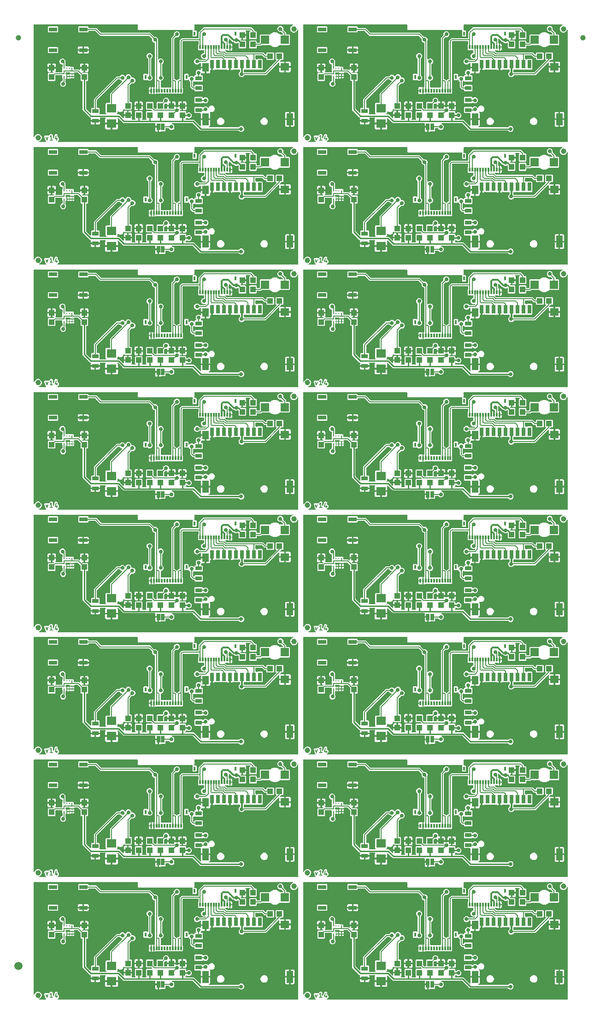
<source format=gtl>
G04 EAGLE Gerber RS-274X export*
G75*
%MOMM*%
%FSLAX34Y34*%
%LPD*%
%INTop Copper*%
%IPPOS*%
%AMOC8*
5,1,8,0,0,1.08239X$1,22.5*%
G01*
%ADD10C,0.203200*%
%ADD11R,1.200000X0.800000*%
%ADD12R,1.000000X1.100000*%
%ADD13R,1.800000X1.600000*%
%ADD14R,0.635000X1.270000*%
%ADD15C,1.000000*%
%ADD16R,1.100000X1.000000*%
%ADD17R,1.500000X1.600000*%
%ADD18R,0.300000X0.800000*%
%ADD19R,0.400000X0.800000*%
%ADD20R,0.250000X0.275000*%
%ADD21R,0.275000X0.250000*%
%ADD22R,1.524000X0.762000*%
%ADD23R,0.700000X1.600000*%
%ADD24R,1.200000X2.200000*%
%ADD25R,1.600000X1.400000*%
%ADD26R,1.200000X1.600000*%
%ADD27C,1.500000*%
%ADD28C,0.736600*%
%ADD29C,0.177800*%
%ADD30C,0.304800*%
%ADD31C,0.254000*%

G36*
X24282Y2029D02*
X24282Y2029D01*
X24283Y2029D01*
X24404Y2049D01*
X24523Y2068D01*
X24524Y2069D01*
X24525Y2069D01*
X24636Y2128D01*
X24741Y2184D01*
X24742Y2185D01*
X24826Y2274D01*
X24910Y2362D01*
X24911Y2363D01*
X24911Y2364D01*
X24960Y2470D01*
X25014Y2585D01*
X25014Y2586D01*
X25014Y2587D01*
X25027Y2705D01*
X25041Y2829D01*
X25041Y2830D01*
X25041Y2832D01*
X25015Y2950D01*
X24989Y3070D01*
X24988Y3071D01*
X24988Y3072D01*
X24927Y3173D01*
X24862Y3281D01*
X24862Y3282D01*
X24861Y3283D01*
X24768Y3362D01*
X24675Y3441D01*
X24674Y3441D01*
X24674Y3442D01*
X24521Y3512D01*
X24098Y3653D01*
X24096Y3657D01*
X24081Y3691D01*
X24024Y3756D01*
X23974Y3825D01*
X23943Y3847D01*
X23918Y3875D01*
X23804Y3949D01*
X23516Y4812D01*
X23501Y4841D01*
X23475Y4912D01*
X23067Y5728D01*
X23067Y5732D01*
X23081Y5767D01*
X23087Y5853D01*
X23100Y5938D01*
X23094Y5975D01*
X23097Y6013D01*
X23061Y6177D01*
X21264Y11569D01*
X22299Y13640D01*
X24496Y14372D01*
X25747Y13746D01*
X25768Y13740D01*
X25787Y13728D01*
X25885Y13703D01*
X25982Y13673D01*
X26004Y13674D01*
X26025Y13669D01*
X26127Y13677D01*
X26228Y13679D01*
X26249Y13687D01*
X26271Y13688D01*
X26428Y13746D01*
X27679Y14372D01*
X29086Y13903D01*
X29134Y13896D01*
X29179Y13879D01*
X29254Y13876D01*
X29329Y13864D01*
X29376Y13872D01*
X29425Y13871D01*
X29497Y13892D01*
X29571Y13905D01*
X29614Y13927D01*
X29660Y13941D01*
X29768Y14009D01*
X29788Y14020D01*
X29793Y14025D01*
X29802Y14031D01*
X32417Y16123D01*
X32437Y16145D01*
X32480Y16179D01*
X33166Y16865D01*
X33168Y16865D01*
X33239Y16886D01*
X33312Y16898D01*
X33356Y16922D01*
X33403Y16936D01*
X33459Y16971D01*
X34430Y16863D01*
X34459Y16865D01*
X34514Y16859D01*
X35484Y16859D01*
X35485Y16857D01*
X35551Y16822D01*
X35611Y16779D01*
X35658Y16764D01*
X35702Y16741D01*
X35766Y16726D01*
X36376Y15964D01*
X36398Y15944D01*
X36432Y15901D01*
X37118Y15215D01*
X37118Y15213D01*
X37139Y15142D01*
X37151Y15069D01*
X37175Y15025D01*
X37189Y14978D01*
X37224Y14922D01*
X37116Y13951D01*
X37118Y13922D01*
X37112Y13867D01*
X37112Y9492D01*
X37115Y9472D01*
X37113Y9453D01*
X37135Y9351D01*
X37151Y9249D01*
X37161Y9232D01*
X37165Y9212D01*
X37218Y9123D01*
X37267Y9032D01*
X37281Y9018D01*
X37291Y9001D01*
X37370Y8934D01*
X37445Y8862D01*
X37463Y8854D01*
X37478Y8841D01*
X37574Y8802D01*
X37668Y8759D01*
X37688Y8757D01*
X37706Y8749D01*
X37873Y8731D01*
X37924Y8731D01*
X38014Y8745D01*
X38105Y8753D01*
X38135Y8765D01*
X38167Y8770D01*
X38247Y8813D01*
X38331Y8849D01*
X38364Y8875D01*
X38384Y8886D01*
X38406Y8909D01*
X38462Y8954D01*
X38575Y9067D01*
X38639Y9155D01*
X38706Y9241D01*
X38712Y9257D01*
X38719Y9267D01*
X38728Y9295D01*
X38769Y9396D01*
X40640Y15945D01*
X42664Y17069D01*
X44890Y16433D01*
X46015Y14409D01*
X45569Y12850D01*
X45560Y12776D01*
X45542Y12705D01*
X45546Y12655D01*
X45541Y12605D01*
X45556Y12533D01*
X45562Y12459D01*
X45581Y12414D01*
X45591Y12365D01*
X45629Y12301D01*
X45658Y12233D01*
X45700Y12180D01*
X45716Y12153D01*
X45735Y12137D01*
X45763Y12102D01*
X47159Y10706D01*
X47159Y10570D01*
X47174Y10480D01*
X47181Y10389D01*
X47193Y10359D01*
X47199Y10327D01*
X47241Y10246D01*
X47277Y10163D01*
X47303Y10130D01*
X47314Y10110D01*
X47337Y10088D01*
X47382Y10032D01*
X48513Y8900D01*
X48513Y6585D01*
X47382Y5453D01*
X47329Y5379D01*
X47269Y5309D01*
X47257Y5279D01*
X47238Y5253D01*
X47211Y5166D01*
X47177Y5081D01*
X47173Y5040D01*
X47166Y5018D01*
X47167Y4986D01*
X47159Y4915D01*
X47159Y4778D01*
X45709Y3328D01*
X45667Y3270D01*
X45617Y3218D01*
X45596Y3171D01*
X45565Y3129D01*
X45544Y3060D01*
X45514Y2995D01*
X45508Y2943D01*
X45493Y2893D01*
X45495Y2822D01*
X45487Y2751D01*
X45498Y2700D01*
X45499Y2648D01*
X45524Y2580D01*
X45539Y2510D01*
X45566Y2465D01*
X45584Y2417D01*
X45628Y2361D01*
X45665Y2299D01*
X45705Y2265D01*
X45737Y2225D01*
X45798Y2186D01*
X45852Y2139D01*
X45900Y2120D01*
X45944Y2092D01*
X46014Y2074D01*
X46080Y2047D01*
X46152Y2039D01*
X46183Y2031D01*
X46206Y2033D01*
X46247Y2029D01*
X487210Y2029D01*
X487230Y2032D01*
X487249Y2030D01*
X487351Y2052D01*
X487453Y2068D01*
X487470Y2078D01*
X487490Y2082D01*
X487579Y2135D01*
X487670Y2184D01*
X487684Y2198D01*
X487701Y2208D01*
X487768Y2287D01*
X487840Y2362D01*
X487848Y2380D01*
X487861Y2395D01*
X487900Y2491D01*
X487943Y2585D01*
X487945Y2605D01*
X487953Y2623D01*
X487971Y2790D01*
X487971Y207704D01*
X487956Y207800D01*
X487946Y207897D01*
X487936Y207921D01*
X487932Y207946D01*
X487886Y208032D01*
X487846Y208121D01*
X487829Y208141D01*
X487816Y208164D01*
X487746Y208231D01*
X487680Y208303D01*
X487657Y208315D01*
X487638Y208333D01*
X487550Y208374D01*
X487464Y208421D01*
X487439Y208426D01*
X487415Y208437D01*
X487318Y208448D01*
X487222Y208465D01*
X487196Y208461D01*
X487171Y208464D01*
X487075Y208443D01*
X486979Y208429D01*
X486956Y208417D01*
X486930Y208412D01*
X486847Y208362D01*
X486760Y208318D01*
X486741Y208299D01*
X486719Y208285D01*
X486656Y208212D01*
X486588Y208142D01*
X486572Y208113D01*
X486559Y208099D01*
X486547Y208068D01*
X486507Y207995D01*
X485747Y206160D01*
X483840Y204253D01*
X481348Y203221D01*
X478652Y203221D01*
X476160Y204253D01*
X474253Y206160D01*
X473221Y208652D01*
X473221Y211348D01*
X474253Y213840D01*
X476160Y215747D01*
X477995Y216507D01*
X478078Y216558D01*
X478164Y216604D01*
X478182Y216622D01*
X478204Y216636D01*
X478266Y216712D01*
X478333Y216782D01*
X478344Y216806D01*
X478361Y216826D01*
X478396Y216917D01*
X478437Y217005D01*
X478440Y217031D01*
X478449Y217055D01*
X478453Y217153D01*
X478464Y217249D01*
X478458Y217275D01*
X478459Y217301D01*
X478432Y217395D01*
X478412Y217490D01*
X478398Y217512D01*
X478391Y217537D01*
X478335Y217617D01*
X478285Y217701D01*
X478266Y217718D01*
X478251Y217739D01*
X478173Y217798D01*
X478099Y217861D01*
X478074Y217871D01*
X478053Y217886D01*
X477961Y217916D01*
X477870Y217953D01*
X477838Y217956D01*
X477819Y217962D01*
X477786Y217962D01*
X477704Y217971D01*
X297790Y217971D01*
X297770Y217968D01*
X297751Y217970D01*
X297649Y217948D01*
X297547Y217932D01*
X297530Y217922D01*
X297510Y217918D01*
X297421Y217865D01*
X297330Y217816D01*
X297316Y217802D01*
X297299Y217792D01*
X297232Y217713D01*
X297160Y217638D01*
X297152Y217620D01*
X297139Y217605D01*
X297100Y217509D01*
X297057Y217415D01*
X297055Y217395D01*
X297047Y217377D01*
X297029Y217210D01*
X297029Y209160D01*
X296447Y208578D01*
X296405Y208520D01*
X296356Y208468D01*
X296334Y208421D01*
X296304Y208379D01*
X296283Y208310D01*
X296252Y208245D01*
X296247Y208193D01*
X296231Y208143D01*
X296233Y208072D01*
X296225Y208001D01*
X296236Y207950D01*
X296238Y207898D01*
X296262Y207830D01*
X296278Y207760D01*
X296304Y207715D01*
X296322Y207667D01*
X296367Y207611D01*
X296404Y207549D01*
X296443Y207515D01*
X296476Y207475D01*
X296536Y207436D01*
X296591Y207389D01*
X296639Y207370D01*
X296683Y207342D01*
X296752Y207324D01*
X296819Y207297D01*
X296890Y207289D01*
X296921Y207281D01*
X296945Y207283D01*
X296986Y207279D01*
X300237Y207279D01*
X301279Y206237D01*
X301279Y196763D01*
X300237Y195721D01*
X294763Y195721D01*
X293721Y196763D01*
X293721Y206237D01*
X294156Y206672D01*
X294198Y206730D01*
X294247Y206782D01*
X294269Y206829D01*
X294300Y206871D01*
X294321Y206940D01*
X294351Y207005D01*
X294357Y207057D01*
X294372Y207107D01*
X294370Y207178D01*
X294378Y207249D01*
X294367Y207300D01*
X294366Y207352D01*
X294341Y207420D01*
X294326Y207490D01*
X294299Y207535D01*
X294281Y207583D01*
X294236Y207639D01*
X294200Y207701D01*
X294160Y207735D01*
X294128Y207775D01*
X294067Y207814D01*
X294013Y207861D01*
X293964Y207880D01*
X293921Y207908D01*
X293851Y207926D01*
X293785Y207953D01*
X293713Y207961D01*
X293682Y207969D01*
X293659Y207967D01*
X293618Y207971D01*
X194160Y207971D01*
X192971Y209160D01*
X192971Y217210D01*
X192968Y217230D01*
X192970Y217249D01*
X192948Y217351D01*
X192932Y217453D01*
X192922Y217470D01*
X192918Y217490D01*
X192865Y217579D01*
X192816Y217670D01*
X192802Y217684D01*
X192792Y217701D01*
X192713Y217768D01*
X192638Y217840D01*
X192620Y217848D01*
X192605Y217861D01*
X192509Y217900D01*
X192415Y217943D01*
X192395Y217945D01*
X192377Y217953D01*
X192210Y217971D01*
X2790Y217971D01*
X2770Y217968D01*
X2751Y217970D01*
X2649Y217948D01*
X2547Y217932D01*
X2530Y217922D01*
X2510Y217918D01*
X2421Y217865D01*
X2330Y217816D01*
X2316Y217802D01*
X2299Y217792D01*
X2232Y217713D01*
X2160Y217638D01*
X2152Y217620D01*
X2139Y217605D01*
X2100Y217509D01*
X2057Y217415D01*
X2055Y217395D01*
X2047Y217377D01*
X2029Y217210D01*
X2029Y12296D01*
X2044Y12200D01*
X2054Y12103D01*
X2064Y12079D01*
X2068Y12054D01*
X2114Y11968D01*
X2154Y11879D01*
X2171Y11859D01*
X2184Y11836D01*
X2254Y11769D01*
X2320Y11697D01*
X2343Y11685D01*
X2362Y11667D01*
X2450Y11626D01*
X2536Y11579D01*
X2561Y11574D01*
X2585Y11563D01*
X2682Y11552D01*
X2778Y11535D01*
X2804Y11539D01*
X2829Y11536D01*
X2925Y11557D01*
X3021Y11571D01*
X3044Y11583D01*
X3070Y11588D01*
X3153Y11638D01*
X3240Y11682D01*
X3259Y11701D01*
X3281Y11715D01*
X3344Y11788D01*
X3412Y11858D01*
X3428Y11887D01*
X3441Y11901D01*
X3453Y11932D01*
X3493Y12005D01*
X4253Y13840D01*
X6160Y15747D01*
X8652Y16779D01*
X11348Y16779D01*
X13840Y15747D01*
X15747Y13840D01*
X16779Y11348D01*
X16779Y8652D01*
X15747Y6160D01*
X13840Y4253D01*
X12005Y3493D01*
X11922Y3442D01*
X11836Y3396D01*
X11818Y3378D01*
X11796Y3364D01*
X11734Y3288D01*
X11667Y3218D01*
X11656Y3194D01*
X11639Y3174D01*
X11604Y3083D01*
X11563Y2995D01*
X11560Y2969D01*
X11551Y2945D01*
X11547Y2847D01*
X11536Y2751D01*
X11542Y2725D01*
X11541Y2699D01*
X11568Y2605D01*
X11588Y2510D01*
X11602Y2488D01*
X11609Y2463D01*
X11665Y2383D01*
X11715Y2299D01*
X11734Y2282D01*
X11749Y2261D01*
X11827Y2202D01*
X11901Y2139D01*
X11926Y2129D01*
X11947Y2114D01*
X12039Y2084D01*
X12130Y2047D01*
X12162Y2044D01*
X12181Y2038D01*
X12214Y2038D01*
X12296Y2029D01*
X24281Y2029D01*
X24282Y2029D01*
G37*
G36*
X519353Y1577591D02*
X519353Y1577591D01*
X519354Y1577591D01*
X519475Y1577611D01*
X519595Y1577630D01*
X519596Y1577631D01*
X519597Y1577631D01*
X519708Y1577690D01*
X519812Y1577746D01*
X519813Y1577746D01*
X519814Y1577747D01*
X519898Y1577836D01*
X519981Y1577924D01*
X519982Y1577925D01*
X519983Y1577926D01*
X520032Y1578032D01*
X520085Y1578147D01*
X520085Y1578148D01*
X520086Y1578149D01*
X520099Y1578272D01*
X520112Y1578391D01*
X520112Y1578392D01*
X520112Y1578394D01*
X520087Y1578507D01*
X520060Y1578632D01*
X520059Y1578633D01*
X520059Y1578634D01*
X519998Y1578735D01*
X519934Y1578843D01*
X519933Y1578844D01*
X519932Y1578845D01*
X519839Y1578924D01*
X519747Y1579003D01*
X519746Y1579003D01*
X519745Y1579004D01*
X519593Y1579074D01*
X519170Y1579215D01*
X519167Y1579218D01*
X519153Y1579253D01*
X519096Y1579318D01*
X519045Y1579387D01*
X519015Y1579409D01*
X518990Y1579437D01*
X518875Y1579511D01*
X518587Y1580374D01*
X518572Y1580403D01*
X518546Y1580474D01*
X518138Y1581290D01*
X518139Y1581294D01*
X518153Y1581329D01*
X518158Y1581415D01*
X518172Y1581500D01*
X518166Y1581537D01*
X518168Y1581575D01*
X518133Y1581739D01*
X516335Y1587131D01*
X517371Y1589202D01*
X519567Y1589934D01*
X520818Y1589308D01*
X520839Y1589302D01*
X520858Y1589290D01*
X520957Y1589265D01*
X521053Y1589235D01*
X521075Y1589236D01*
X521097Y1589231D01*
X521198Y1589239D01*
X521299Y1589241D01*
X521320Y1589249D01*
X521342Y1589250D01*
X521499Y1589308D01*
X522751Y1589934D01*
X524157Y1589465D01*
X524205Y1589458D01*
X524250Y1589441D01*
X524326Y1589438D01*
X524400Y1589426D01*
X524448Y1589434D01*
X524496Y1589433D01*
X524568Y1589454D01*
X524643Y1589467D01*
X524685Y1589489D01*
X524732Y1589503D01*
X524840Y1589571D01*
X524860Y1589582D01*
X524864Y1589587D01*
X524873Y1589593D01*
X527489Y1591685D01*
X527508Y1591707D01*
X527551Y1591741D01*
X528237Y1592427D01*
X528239Y1592427D01*
X528310Y1592448D01*
X528384Y1592460D01*
X528427Y1592484D01*
X528475Y1592498D01*
X528531Y1592533D01*
X529501Y1592425D01*
X529530Y1592427D01*
X529585Y1592421D01*
X530555Y1592421D01*
X530557Y1592419D01*
X530622Y1592384D01*
X530682Y1592341D01*
X530730Y1592326D01*
X530773Y1592303D01*
X530838Y1592288D01*
X531448Y1591526D01*
X531469Y1591506D01*
X531504Y1591463D01*
X532190Y1590777D01*
X532190Y1590775D01*
X532211Y1590704D01*
X532223Y1590631D01*
X532246Y1590587D01*
X532260Y1590540D01*
X532296Y1590484D01*
X532188Y1589513D01*
X532189Y1589484D01*
X532183Y1589429D01*
X532183Y1585054D01*
X532186Y1585034D01*
X532184Y1585015D01*
X532206Y1584913D01*
X532223Y1584811D01*
X532232Y1584794D01*
X532236Y1584774D01*
X532290Y1584685D01*
X532338Y1584594D01*
X532352Y1584580D01*
X532363Y1584563D01*
X532441Y1584496D01*
X532516Y1584424D01*
X532534Y1584416D01*
X532550Y1584403D01*
X532646Y1584364D01*
X532739Y1584321D01*
X532759Y1584319D01*
X532778Y1584311D01*
X532944Y1584293D01*
X532995Y1584293D01*
X533085Y1584307D01*
X533176Y1584315D01*
X533206Y1584327D01*
X533238Y1584332D01*
X533319Y1584375D01*
X533403Y1584411D01*
X533435Y1584437D01*
X533456Y1584448D01*
X533478Y1584471D01*
X533534Y1584516D01*
X533647Y1584629D01*
X533710Y1584717D01*
X533777Y1584803D01*
X533784Y1584819D01*
X533790Y1584829D01*
X533799Y1584857D01*
X533841Y1584958D01*
X535712Y1591507D01*
X537735Y1592631D01*
X539962Y1591995D01*
X541086Y1589971D01*
X540640Y1588412D01*
X540632Y1588338D01*
X540614Y1588267D01*
X540618Y1588217D01*
X540612Y1588167D01*
X540627Y1588095D01*
X540633Y1588021D01*
X540652Y1587976D01*
X540663Y1587927D01*
X540700Y1587863D01*
X540729Y1587795D01*
X540772Y1587742D01*
X540788Y1587715D01*
X540806Y1587699D01*
X540834Y1587664D01*
X542230Y1586268D01*
X542230Y1586132D01*
X542245Y1586042D01*
X542252Y1585951D01*
X542265Y1585921D01*
X542270Y1585889D01*
X542313Y1585808D01*
X542348Y1585725D01*
X542374Y1585692D01*
X542385Y1585672D01*
X542408Y1585650D01*
X542453Y1585594D01*
X543585Y1584462D01*
X543585Y1582147D01*
X542453Y1581015D01*
X542400Y1580941D01*
X542341Y1580871D01*
X542328Y1580841D01*
X542310Y1580815D01*
X542283Y1580728D01*
X542249Y1580643D01*
X542244Y1580602D01*
X542237Y1580580D01*
X542238Y1580548D01*
X542230Y1580477D01*
X542230Y1580340D01*
X540780Y1578890D01*
X540738Y1578832D01*
X540689Y1578780D01*
X540667Y1578733D01*
X540637Y1578691D01*
X540615Y1578622D01*
X540585Y1578557D01*
X540580Y1578505D01*
X540564Y1578455D01*
X540566Y1578384D01*
X540558Y1578313D01*
X540569Y1578262D01*
X540571Y1578210D01*
X540595Y1578142D01*
X540610Y1578072D01*
X540637Y1578027D01*
X540655Y1577979D01*
X540700Y1577923D01*
X540737Y1577861D01*
X540776Y1577827D01*
X540809Y1577787D01*
X540869Y1577748D01*
X540924Y1577701D01*
X540972Y1577682D01*
X541016Y1577654D01*
X541085Y1577636D01*
X541152Y1577609D01*
X541223Y1577601D01*
X541254Y1577593D01*
X541277Y1577595D01*
X541318Y1577591D01*
X982281Y1577591D01*
X982301Y1577594D01*
X982321Y1577592D01*
X982422Y1577614D01*
X982524Y1577630D01*
X982542Y1577640D01*
X982561Y1577644D01*
X982650Y1577697D01*
X982742Y1577746D01*
X982755Y1577760D01*
X982772Y1577770D01*
X982840Y1577849D01*
X982911Y1577924D01*
X982919Y1577942D01*
X982932Y1577957D01*
X982971Y1578053D01*
X983015Y1578147D01*
X983017Y1578167D01*
X983024Y1578185D01*
X983043Y1578352D01*
X983043Y1783266D01*
X983027Y1783362D01*
X983018Y1783459D01*
X983007Y1783483D01*
X983003Y1783508D01*
X982957Y1783594D01*
X982918Y1783683D01*
X982900Y1783703D01*
X982888Y1783726D01*
X982817Y1783793D01*
X982751Y1783865D01*
X982728Y1783877D01*
X982709Y1783895D01*
X982621Y1783936D01*
X982536Y1783983D01*
X982510Y1783988D01*
X982486Y1783999D01*
X982390Y1784010D01*
X982294Y1784027D01*
X982268Y1784023D01*
X982242Y1784026D01*
X982147Y1784005D01*
X982050Y1783991D01*
X982027Y1783979D01*
X982002Y1783974D01*
X981918Y1783924D01*
X981831Y1783880D01*
X981813Y1783861D01*
X981790Y1783847D01*
X981727Y1783774D01*
X981659Y1783704D01*
X981643Y1783675D01*
X981631Y1783661D01*
X981618Y1783630D01*
X981578Y1783557D01*
X980818Y1781722D01*
X978911Y1779815D01*
X976420Y1778783D01*
X973723Y1778783D01*
X971232Y1779815D01*
X969325Y1781722D01*
X968293Y1784214D01*
X968293Y1786910D01*
X969325Y1789402D01*
X971232Y1791309D01*
X973066Y1792069D01*
X973149Y1792120D01*
X973235Y1792166D01*
X973253Y1792184D01*
X973275Y1792198D01*
X973338Y1792274D01*
X973405Y1792344D01*
X973416Y1792368D01*
X973432Y1792388D01*
X973467Y1792479D01*
X973508Y1792567D01*
X973511Y1792593D01*
X973520Y1792617D01*
X973525Y1792715D01*
X973535Y1792811D01*
X973530Y1792837D01*
X973531Y1792863D01*
X973504Y1792957D01*
X973483Y1793052D01*
X973470Y1793074D01*
X973462Y1793099D01*
X973407Y1793179D01*
X973357Y1793263D01*
X973337Y1793280D01*
X973322Y1793301D01*
X973244Y1793360D01*
X973170Y1793423D01*
X973146Y1793433D01*
X973125Y1793448D01*
X973032Y1793478D01*
X972942Y1793515D01*
X972909Y1793518D01*
X972891Y1793524D01*
X972858Y1793524D01*
X972775Y1793533D01*
X792861Y1793533D01*
X792842Y1793530D01*
X792822Y1793532D01*
X792721Y1793510D01*
X792619Y1793494D01*
X792601Y1793484D01*
X792582Y1793480D01*
X792493Y1793427D01*
X792401Y1793378D01*
X792388Y1793364D01*
X792370Y1793354D01*
X792303Y1793275D01*
X792232Y1793200D01*
X792224Y1793182D01*
X792211Y1793167D01*
X792172Y1793071D01*
X792128Y1792977D01*
X792126Y1792957D01*
X792119Y1792939D01*
X792100Y1792772D01*
X792100Y1784722D01*
X791519Y1784140D01*
X791477Y1784082D01*
X791428Y1784030D01*
X791406Y1783983D01*
X791375Y1783941D01*
X791354Y1783872D01*
X791324Y1783807D01*
X791318Y1783755D01*
X791303Y1783705D01*
X791305Y1783634D01*
X791297Y1783563D01*
X791308Y1783512D01*
X791309Y1783460D01*
X791334Y1783392D01*
X791349Y1783322D01*
X791376Y1783277D01*
X791394Y1783229D01*
X791439Y1783173D01*
X791475Y1783111D01*
X791515Y1783077D01*
X791547Y1783037D01*
X791608Y1782998D01*
X791662Y1782951D01*
X791710Y1782932D01*
X791754Y1782904D01*
X791824Y1782886D01*
X791890Y1782859D01*
X791962Y1782851D01*
X791993Y1782843D01*
X792016Y1782845D01*
X792057Y1782841D01*
X795308Y1782841D01*
X796350Y1781799D01*
X796350Y1772325D01*
X795308Y1771283D01*
X789835Y1771283D01*
X788793Y1772325D01*
X788793Y1781799D01*
X789228Y1782234D01*
X789270Y1782292D01*
X789319Y1782344D01*
X789341Y1782391D01*
X789371Y1782433D01*
X789392Y1782502D01*
X789422Y1782567D01*
X789428Y1782619D01*
X789444Y1782669D01*
X789442Y1782740D01*
X789450Y1782811D01*
X789439Y1782862D01*
X789437Y1782914D01*
X789413Y1782982D01*
X789397Y1783052D01*
X789371Y1783097D01*
X789353Y1783145D01*
X789308Y1783201D01*
X789271Y1783263D01*
X789232Y1783297D01*
X789199Y1783337D01*
X789139Y1783376D01*
X789084Y1783423D01*
X789036Y1783442D01*
X788992Y1783470D01*
X788923Y1783488D01*
X788856Y1783515D01*
X788785Y1783523D01*
X788754Y1783531D01*
X788730Y1783529D01*
X788689Y1783533D01*
X689231Y1783533D01*
X688043Y1784722D01*
X688043Y1792772D01*
X688039Y1792792D01*
X688042Y1792811D01*
X688020Y1792913D01*
X688003Y1793015D01*
X687994Y1793032D01*
X687989Y1793052D01*
X687936Y1793141D01*
X687888Y1793232D01*
X687873Y1793246D01*
X687863Y1793263D01*
X687784Y1793330D01*
X687709Y1793402D01*
X687691Y1793410D01*
X687676Y1793423D01*
X687580Y1793462D01*
X687486Y1793505D01*
X687467Y1793507D01*
X687448Y1793515D01*
X687281Y1793533D01*
X497861Y1793533D01*
X497842Y1793530D01*
X497822Y1793532D01*
X497721Y1793510D01*
X497619Y1793494D01*
X497601Y1793484D01*
X497582Y1793480D01*
X497493Y1793427D01*
X497401Y1793378D01*
X497388Y1793364D01*
X497370Y1793354D01*
X497303Y1793275D01*
X497232Y1793200D01*
X497224Y1793182D01*
X497211Y1793167D01*
X497172Y1793071D01*
X497128Y1792977D01*
X497126Y1792957D01*
X497119Y1792939D01*
X497100Y1792772D01*
X497100Y1587858D01*
X497116Y1587762D01*
X497125Y1587665D01*
X497136Y1587641D01*
X497140Y1587616D01*
X497185Y1587530D01*
X497225Y1587441D01*
X497243Y1587421D01*
X497255Y1587398D01*
X497326Y1587331D01*
X497391Y1587259D01*
X497414Y1587247D01*
X497433Y1587229D01*
X497522Y1587188D01*
X497607Y1587141D01*
X497633Y1587136D01*
X497656Y1587125D01*
X497753Y1587114D01*
X497849Y1587097D01*
X497875Y1587101D01*
X497901Y1587098D01*
X497996Y1587119D01*
X498092Y1587133D01*
X498116Y1587145D01*
X498141Y1587150D01*
X498225Y1587200D01*
X498312Y1587244D01*
X498330Y1587263D01*
X498352Y1587277D01*
X498416Y1587350D01*
X498484Y1587420D01*
X498500Y1587449D01*
X498512Y1587463D01*
X498525Y1587494D01*
X498565Y1587567D01*
X499325Y1589402D01*
X501232Y1591309D01*
X503723Y1592341D01*
X506420Y1592341D01*
X508911Y1591309D01*
X510818Y1589402D01*
X511850Y1586910D01*
X511850Y1584214D01*
X510818Y1581722D01*
X508911Y1579815D01*
X507076Y1579055D01*
X506993Y1579004D01*
X506908Y1578958D01*
X506890Y1578940D01*
X506867Y1578926D01*
X506805Y1578850D01*
X506738Y1578780D01*
X506727Y1578756D01*
X506711Y1578736D01*
X506676Y1578645D01*
X506635Y1578557D01*
X506632Y1578531D01*
X506622Y1578507D01*
X506618Y1578409D01*
X506608Y1578313D01*
X506613Y1578287D01*
X506612Y1578261D01*
X506639Y1578167D01*
X506660Y1578072D01*
X506673Y1578050D01*
X506680Y1578025D01*
X506736Y1577945D01*
X506786Y1577861D01*
X506806Y1577844D01*
X506821Y1577823D01*
X506899Y1577764D01*
X506973Y1577701D01*
X506997Y1577691D01*
X507018Y1577676D01*
X507111Y1577646D01*
X507201Y1577609D01*
X507233Y1577606D01*
X507252Y1577600D01*
X507285Y1577600D01*
X507368Y1577591D01*
X519352Y1577591D01*
X519353Y1577591D01*
G37*
G36*
X519353Y452193D02*
X519353Y452193D01*
X519354Y452193D01*
X519479Y452214D01*
X519595Y452233D01*
X519596Y452233D01*
X519597Y452233D01*
X519710Y452293D01*
X519812Y452348D01*
X519813Y452348D01*
X519814Y452349D01*
X519901Y452441D01*
X519981Y452526D01*
X519982Y452527D01*
X519983Y452528D01*
X520033Y452636D01*
X520085Y452749D01*
X520085Y452750D01*
X520086Y452751D01*
X520099Y452874D01*
X520112Y452994D01*
X520112Y452995D01*
X520112Y452996D01*
X520087Y453109D01*
X520060Y453234D01*
X520059Y453235D01*
X520059Y453236D01*
X519998Y453338D01*
X519934Y453445D01*
X519933Y453446D01*
X519932Y453447D01*
X519839Y453526D01*
X519747Y453605D01*
X519746Y453605D01*
X519745Y453606D01*
X519593Y453676D01*
X519170Y453817D01*
X519167Y453821D01*
X519153Y453855D01*
X519096Y453920D01*
X519045Y453989D01*
X519015Y454011D01*
X518990Y454039D01*
X518875Y454114D01*
X518587Y454977D01*
X518572Y455006D01*
X518546Y455076D01*
X518138Y455893D01*
X518139Y455897D01*
X518153Y455931D01*
X518158Y456017D01*
X518172Y456102D01*
X518166Y456139D01*
X518168Y456177D01*
X518133Y456341D01*
X516335Y461733D01*
X517371Y463804D01*
X519567Y464536D01*
X520818Y463911D01*
X520839Y463904D01*
X520858Y463892D01*
X520957Y463868D01*
X521053Y463838D01*
X521075Y463838D01*
X521097Y463833D01*
X521198Y463841D01*
X521299Y463843D01*
X521320Y463851D01*
X521342Y463853D01*
X521499Y463911D01*
X522751Y464536D01*
X524157Y464067D01*
X524205Y464060D01*
X524250Y464043D01*
X524326Y464040D01*
X524400Y464028D01*
X524448Y464036D01*
X524496Y464035D01*
X524568Y464056D01*
X524643Y464069D01*
X524685Y464092D01*
X524732Y464105D01*
X524840Y464174D01*
X524860Y464184D01*
X524864Y464189D01*
X524873Y464195D01*
X527489Y466287D01*
X527508Y466309D01*
X527551Y466344D01*
X528237Y467029D01*
X528239Y467029D01*
X528310Y467051D01*
X528384Y467063D01*
X528427Y467086D01*
X528475Y467100D01*
X528531Y467135D01*
X529501Y467028D01*
X529530Y467029D01*
X529585Y467023D01*
X530555Y467023D01*
X530557Y467021D01*
X530622Y466986D01*
X530682Y466943D01*
X530730Y466928D01*
X530773Y466905D01*
X530838Y466890D01*
X531448Y466128D01*
X531469Y466108D01*
X531504Y466065D01*
X532190Y465379D01*
X532190Y465377D01*
X532211Y465306D01*
X532223Y465233D01*
X532246Y465189D01*
X532260Y465142D01*
X532296Y465086D01*
X532188Y464115D01*
X532189Y464087D01*
X532183Y464031D01*
X532183Y459656D01*
X532186Y459636D01*
X532184Y459617D01*
X532206Y459515D01*
X532223Y459413D01*
X532232Y459396D01*
X532236Y459376D01*
X532290Y459287D01*
X532338Y459196D01*
X532352Y459182D01*
X532363Y459165D01*
X532441Y459098D01*
X532516Y459027D01*
X532534Y459018D01*
X532550Y459005D01*
X532646Y458967D01*
X532739Y458923D01*
X532759Y458921D01*
X532778Y458913D01*
X532944Y458895D01*
X532995Y458895D01*
X533085Y458910D01*
X533176Y458917D01*
X533206Y458929D01*
X533238Y458935D01*
X533319Y458977D01*
X533403Y459013D01*
X533435Y459039D01*
X533456Y459050D01*
X533478Y459073D01*
X533534Y459118D01*
X533647Y459231D01*
X533710Y459319D01*
X533777Y459405D01*
X533784Y459421D01*
X533790Y459431D01*
X533799Y459459D01*
X533841Y459560D01*
X535712Y466109D01*
X537735Y467233D01*
X539962Y466597D01*
X541086Y464574D01*
X540640Y463014D01*
X540632Y462940D01*
X540614Y462869D01*
X540618Y462819D01*
X540612Y462769D01*
X540627Y462697D01*
X540633Y462624D01*
X540653Y462578D01*
X540663Y462529D01*
X540700Y462465D01*
X540729Y462397D01*
X540772Y462344D01*
X540788Y462317D01*
X540807Y462301D01*
X540834Y462266D01*
X542230Y460870D01*
X542230Y460734D01*
X542245Y460644D01*
X542252Y460553D01*
X542265Y460523D01*
X542270Y460491D01*
X542313Y460411D01*
X542348Y460327D01*
X542374Y460295D01*
X542385Y460274D01*
X542408Y460252D01*
X542453Y460196D01*
X543585Y459064D01*
X543585Y456749D01*
X542453Y455617D01*
X542400Y455543D01*
X542341Y455474D01*
X542328Y455444D01*
X542310Y455417D01*
X542283Y455330D01*
X542249Y455246D01*
X542244Y455205D01*
X542237Y455182D01*
X542238Y455150D01*
X542230Y455079D01*
X542230Y454943D01*
X540780Y453492D01*
X540738Y453434D01*
X540689Y453382D01*
X540667Y453335D01*
X540637Y453293D01*
X540615Y453224D01*
X540585Y453159D01*
X540580Y453107D01*
X540564Y453058D01*
X540566Y452986D01*
X540558Y452915D01*
X540569Y452864D01*
X540571Y452812D01*
X540595Y452744D01*
X540610Y452674D01*
X540637Y452630D01*
X540655Y452581D01*
X540700Y452525D01*
X540737Y452463D01*
X540776Y452429D01*
X540809Y452389D01*
X540869Y452350D01*
X540924Y452303D01*
X540972Y452284D01*
X541016Y452256D01*
X541085Y452238D01*
X541152Y452211D01*
X541223Y452203D01*
X541254Y452196D01*
X541277Y452197D01*
X541318Y452193D01*
X982281Y452193D01*
X982301Y452196D01*
X982321Y452194D01*
X982422Y452216D01*
X982524Y452233D01*
X982542Y452242D01*
X982561Y452246D01*
X982650Y452299D01*
X982742Y452348D01*
X982755Y452362D01*
X982772Y452372D01*
X982840Y452451D01*
X982911Y452526D01*
X982919Y452544D01*
X982932Y452559D01*
X982971Y452656D01*
X983015Y452749D01*
X983017Y452769D01*
X983024Y452787D01*
X983043Y452954D01*
X983043Y657868D01*
X983027Y657964D01*
X983018Y658061D01*
X983007Y658085D01*
X983003Y658111D01*
X982957Y658197D01*
X982918Y658286D01*
X982900Y658305D01*
X982888Y658328D01*
X982817Y658395D01*
X982751Y658467D01*
X982728Y658479D01*
X982709Y658497D01*
X982621Y658538D01*
X982536Y658585D01*
X982510Y658590D01*
X982486Y658601D01*
X982390Y658612D01*
X982294Y658629D01*
X982268Y658625D01*
X982242Y658628D01*
X982147Y658607D01*
X982050Y658593D01*
X982027Y658581D01*
X982002Y658576D01*
X981918Y658526D01*
X981831Y658482D01*
X981813Y658463D01*
X981790Y658450D01*
X981727Y658376D01*
X981659Y658306D01*
X981643Y658278D01*
X981631Y658263D01*
X981618Y658232D01*
X981578Y658159D01*
X980818Y656324D01*
X978911Y654417D01*
X976420Y653385D01*
X973723Y653385D01*
X971232Y654417D01*
X969325Y656324D01*
X968293Y658816D01*
X968293Y661513D01*
X969325Y664004D01*
X971232Y665911D01*
X973066Y666671D01*
X973149Y666722D01*
X973235Y666768D01*
X973253Y666787D01*
X973275Y666800D01*
X973338Y666876D01*
X973405Y666946D01*
X973416Y666970D01*
X973432Y666990D01*
X973467Y667081D01*
X973508Y667169D01*
X973511Y667195D01*
X973520Y667220D01*
X973525Y667317D01*
X973535Y667414D01*
X973530Y667439D01*
X973531Y667465D01*
X973504Y667559D01*
X973483Y667654D01*
X973470Y667677D01*
X973462Y667702D01*
X973407Y667782D01*
X973357Y667865D01*
X973337Y667882D01*
X973322Y667904D01*
X973244Y667962D01*
X973170Y668025D01*
X973146Y668035D01*
X973125Y668050D01*
X973032Y668081D01*
X972942Y668117D01*
X972909Y668121D01*
X972891Y668127D01*
X972858Y668126D01*
X972775Y668135D01*
X792861Y668135D01*
X792842Y668132D01*
X792822Y668134D01*
X792721Y668112D01*
X792619Y668096D01*
X792601Y668086D01*
X792582Y668082D01*
X792493Y668029D01*
X792401Y667981D01*
X792388Y667966D01*
X792370Y667956D01*
X792303Y667877D01*
X792232Y667802D01*
X792224Y667784D01*
X792211Y667769D01*
X792172Y667673D01*
X792128Y667579D01*
X792126Y667559D01*
X792119Y667541D01*
X792100Y667374D01*
X792100Y659324D01*
X791519Y658742D01*
X791477Y658684D01*
X791428Y658632D01*
X791406Y658585D01*
X791375Y658543D01*
X791354Y658474D01*
X791324Y658409D01*
X791318Y658357D01*
X791303Y658308D01*
X791305Y658236D01*
X791297Y658165D01*
X791308Y658114D01*
X791309Y658062D01*
X791334Y657994D01*
X791349Y657924D01*
X791376Y657880D01*
X791394Y657831D01*
X791439Y657775D01*
X791475Y657713D01*
X791515Y657679D01*
X791547Y657639D01*
X791608Y657600D01*
X791662Y657553D01*
X791710Y657534D01*
X791754Y657506D01*
X791824Y657488D01*
X791890Y657461D01*
X791962Y657453D01*
X791993Y657446D01*
X792016Y657447D01*
X792057Y657443D01*
X795308Y657443D01*
X796350Y656401D01*
X796350Y646927D01*
X795308Y645885D01*
X789835Y645885D01*
X788793Y646927D01*
X788793Y656401D01*
X789228Y656836D01*
X789270Y656894D01*
X789319Y656946D01*
X789341Y656993D01*
X789371Y657036D01*
X789392Y657104D01*
X789422Y657169D01*
X789428Y657221D01*
X789444Y657271D01*
X789442Y657342D01*
X789450Y657414D01*
X789439Y657465D01*
X789437Y657517D01*
X789413Y657584D01*
X789397Y657654D01*
X789371Y657699D01*
X789353Y657748D01*
X789308Y657804D01*
X789271Y657865D01*
X789232Y657899D01*
X789199Y657940D01*
X789139Y657978D01*
X789084Y658025D01*
X789036Y658045D01*
X788992Y658073D01*
X788923Y658090D01*
X788856Y658117D01*
X788785Y658125D01*
X788754Y658133D01*
X788730Y658131D01*
X788689Y658135D01*
X689231Y658135D01*
X688043Y659324D01*
X688043Y667374D01*
X688039Y667394D01*
X688042Y667414D01*
X688020Y667515D01*
X688003Y667617D01*
X687994Y667635D01*
X687989Y667654D01*
X687936Y667743D01*
X687888Y667834D01*
X687873Y667848D01*
X687863Y667865D01*
X687784Y667932D01*
X687709Y668004D01*
X687691Y668012D01*
X687676Y668025D01*
X687580Y668064D01*
X687486Y668107D01*
X687467Y668110D01*
X687448Y668117D01*
X687281Y668135D01*
X497861Y668135D01*
X497842Y668132D01*
X497822Y668134D01*
X497721Y668112D01*
X497619Y668096D01*
X497601Y668086D01*
X497582Y668082D01*
X497493Y668029D01*
X497401Y667981D01*
X497388Y667966D01*
X497370Y667956D01*
X497303Y667877D01*
X497232Y667802D01*
X497224Y667784D01*
X497211Y667769D01*
X497172Y667673D01*
X497128Y667579D01*
X497126Y667559D01*
X497119Y667541D01*
X497100Y667374D01*
X497100Y462461D01*
X497116Y462364D01*
X497125Y462267D01*
X497136Y462244D01*
X497140Y462218D01*
X497185Y462132D01*
X497225Y462043D01*
X497243Y462023D01*
X497255Y462000D01*
X497326Y461933D01*
X497391Y461862D01*
X497414Y461849D01*
X497433Y461831D01*
X497522Y461790D01*
X497607Y461743D01*
X497633Y461738D01*
X497656Y461727D01*
X497753Y461717D01*
X497849Y461699D01*
X497875Y461703D01*
X497901Y461700D01*
X497996Y461721D01*
X498092Y461735D01*
X498116Y461747D01*
X498141Y461753D01*
X498225Y461802D01*
X498312Y461847D01*
X498330Y461865D01*
X498352Y461879D01*
X498416Y461953D01*
X498484Y462022D01*
X498500Y462051D01*
X498512Y462066D01*
X498525Y462096D01*
X498565Y462169D01*
X499325Y464004D01*
X501232Y465911D01*
X503723Y466943D01*
X506420Y466943D01*
X508911Y465911D01*
X510818Y464004D01*
X511850Y461513D01*
X511850Y458816D01*
X510818Y456324D01*
X508911Y454417D01*
X507076Y453657D01*
X506993Y453606D01*
X506908Y453561D01*
X506890Y453542D01*
X506867Y453528D01*
X506805Y453453D01*
X506738Y453382D01*
X506727Y453359D01*
X506711Y453338D01*
X506676Y453247D01*
X506635Y453159D01*
X506632Y453133D01*
X506622Y453109D01*
X506618Y453011D01*
X506608Y452915D01*
X506613Y452889D01*
X506612Y452863D01*
X506639Y452770D01*
X506660Y452674D01*
X506673Y452652D01*
X506680Y452627D01*
X506736Y452547D01*
X506786Y452463D01*
X506806Y452446D01*
X506821Y452425D01*
X506899Y452367D01*
X506973Y452303D01*
X506997Y452294D01*
X507018Y452278D01*
X507111Y452248D01*
X507201Y452211D01*
X507233Y452208D01*
X507252Y452202D01*
X507285Y452202D01*
X507368Y452193D01*
X519352Y452193D01*
X519353Y452193D01*
G37*
G36*
X24282Y452193D02*
X24282Y452193D01*
X24283Y452193D01*
X24407Y452214D01*
X24523Y452233D01*
X24524Y452233D01*
X24525Y452233D01*
X24638Y452293D01*
X24741Y452348D01*
X24742Y452349D01*
X24829Y452441D01*
X24910Y452526D01*
X24910Y452527D01*
X24911Y452528D01*
X24961Y452636D01*
X25014Y452749D01*
X25014Y452750D01*
X25014Y452751D01*
X25028Y452874D01*
X25041Y452994D01*
X25041Y452995D01*
X25041Y452996D01*
X25016Y453109D01*
X24988Y453234D01*
X24988Y453235D01*
X24988Y453236D01*
X24927Y453338D01*
X24862Y453445D01*
X24862Y453446D01*
X24861Y453447D01*
X24768Y453526D01*
X24675Y453605D01*
X24674Y453605D01*
X24674Y453606D01*
X24521Y453676D01*
X24098Y453817D01*
X24096Y453821D01*
X24081Y453855D01*
X24024Y453920D01*
X23974Y453989D01*
X23943Y454011D01*
X23918Y454039D01*
X23804Y454114D01*
X23516Y454977D01*
X23501Y455006D01*
X23475Y455076D01*
X23067Y455893D01*
X23067Y455897D01*
X23081Y455931D01*
X23087Y456017D01*
X23100Y456102D01*
X23094Y456139D01*
X23096Y456177D01*
X23061Y456341D01*
X21264Y461733D01*
X22299Y463804D01*
X24496Y464536D01*
X25747Y463911D01*
X25768Y463904D01*
X25787Y463892D01*
X25885Y463868D01*
X25982Y463838D01*
X26004Y463838D01*
X26025Y463833D01*
X26127Y463841D01*
X26228Y463843D01*
X26249Y463851D01*
X26271Y463853D01*
X26428Y463911D01*
X27679Y464536D01*
X29086Y464067D01*
X29134Y464060D01*
X29179Y464043D01*
X29254Y464040D01*
X29329Y464028D01*
X29376Y464036D01*
X29425Y464035D01*
X29497Y464056D01*
X29571Y464069D01*
X29614Y464092D01*
X29660Y464105D01*
X29768Y464174D01*
X29788Y464184D01*
X29793Y464189D01*
X29802Y464195D01*
X32417Y466287D01*
X32437Y466309D01*
X32480Y466344D01*
X33166Y467029D01*
X33168Y467029D01*
X33239Y467051D01*
X33312Y467063D01*
X33356Y467086D01*
X33403Y467100D01*
X33459Y467135D01*
X34430Y467028D01*
X34459Y467029D01*
X34514Y467023D01*
X35484Y467023D01*
X35485Y467021D01*
X35551Y466986D01*
X35611Y466943D01*
X35658Y466928D01*
X35702Y466905D01*
X35766Y466890D01*
X36376Y466128D01*
X36398Y466108D01*
X36432Y466065D01*
X37118Y465379D01*
X37118Y465377D01*
X37139Y465306D01*
X37151Y465233D01*
X37175Y465189D01*
X37189Y465142D01*
X37224Y465086D01*
X37116Y464115D01*
X37118Y464087D01*
X37112Y464031D01*
X37112Y459656D01*
X37115Y459636D01*
X37113Y459617D01*
X37135Y459515D01*
X37151Y459413D01*
X37161Y459396D01*
X37165Y459376D01*
X37218Y459287D01*
X37267Y459196D01*
X37281Y459182D01*
X37291Y459165D01*
X37370Y459098D01*
X37445Y459027D01*
X37463Y459018D01*
X37478Y459005D01*
X37574Y458967D01*
X37668Y458923D01*
X37688Y458921D01*
X37706Y458913D01*
X37873Y458895D01*
X37924Y458895D01*
X38014Y458910D01*
X38105Y458917D01*
X38135Y458929D01*
X38167Y458935D01*
X38248Y458977D01*
X38331Y459013D01*
X38364Y459039D01*
X38384Y459050D01*
X38406Y459073D01*
X38462Y459118D01*
X38576Y459231D01*
X38639Y459319D01*
X38706Y459405D01*
X38712Y459422D01*
X38719Y459431D01*
X38728Y459459D01*
X38769Y459560D01*
X40640Y466109D01*
X42664Y467233D01*
X44890Y466597D01*
X46015Y464574D01*
X45569Y463014D01*
X45560Y462940D01*
X45542Y462869D01*
X45546Y462819D01*
X45541Y462769D01*
X45556Y462697D01*
X45562Y462624D01*
X45581Y462578D01*
X45591Y462529D01*
X45629Y462465D01*
X45658Y462397D01*
X45700Y462344D01*
X45716Y462317D01*
X45735Y462301D01*
X45763Y462266D01*
X47159Y460870D01*
X47159Y460734D01*
X47174Y460644D01*
X47181Y460553D01*
X47193Y460523D01*
X47199Y460491D01*
X47241Y460411D01*
X47277Y460327D01*
X47303Y460294D01*
X47314Y460274D01*
X47337Y460252D01*
X47382Y460196D01*
X48513Y459064D01*
X48513Y456749D01*
X47382Y455617D01*
X47329Y455543D01*
X47269Y455474D01*
X47257Y455444D01*
X47238Y455417D01*
X47211Y455330D01*
X47177Y455246D01*
X47173Y455205D01*
X47166Y455182D01*
X47167Y455150D01*
X47159Y455079D01*
X47159Y454943D01*
X45709Y453492D01*
X45667Y453434D01*
X45617Y453382D01*
X45596Y453335D01*
X45565Y453293D01*
X45544Y453224D01*
X45514Y453159D01*
X45508Y453107D01*
X45493Y453058D01*
X45495Y452986D01*
X45487Y452915D01*
X45498Y452864D01*
X45499Y452812D01*
X45524Y452744D01*
X45539Y452674D01*
X45566Y452630D01*
X45584Y452581D01*
X45628Y452525D01*
X45665Y452463D01*
X45705Y452429D01*
X45737Y452389D01*
X45798Y452350D01*
X45852Y452303D01*
X45900Y452284D01*
X45944Y452256D01*
X46014Y452238D01*
X46080Y452211D01*
X46152Y452203D01*
X46183Y452196D01*
X46206Y452197D01*
X46247Y452193D01*
X487210Y452193D01*
X487230Y452196D01*
X487249Y452194D01*
X487351Y452216D01*
X487453Y452233D01*
X487470Y452242D01*
X487490Y452246D01*
X487579Y452299D01*
X487670Y452348D01*
X487684Y452362D01*
X487701Y452372D01*
X487768Y452451D01*
X487840Y452526D01*
X487848Y452544D01*
X487861Y452559D01*
X487900Y452656D01*
X487943Y452749D01*
X487945Y452769D01*
X487953Y452787D01*
X487971Y452954D01*
X487971Y657868D01*
X487956Y657964D01*
X487946Y658061D01*
X487936Y658085D01*
X487932Y658111D01*
X487886Y658197D01*
X487846Y658286D01*
X487829Y658305D01*
X487816Y658328D01*
X487746Y658395D01*
X487680Y658467D01*
X487657Y658479D01*
X487638Y658497D01*
X487550Y658538D01*
X487464Y658585D01*
X487439Y658590D01*
X487415Y658601D01*
X487318Y658612D01*
X487222Y658629D01*
X487196Y658625D01*
X487171Y658628D01*
X487075Y658607D01*
X486979Y658593D01*
X486956Y658581D01*
X486930Y658576D01*
X486847Y658526D01*
X486760Y658482D01*
X486741Y658463D01*
X486719Y658450D01*
X486656Y658376D01*
X486588Y658306D01*
X486572Y658278D01*
X486559Y658263D01*
X486547Y658232D01*
X486507Y658159D01*
X485747Y656324D01*
X483840Y654417D01*
X481348Y653385D01*
X478652Y653385D01*
X476160Y654417D01*
X474253Y656324D01*
X473221Y658816D01*
X473221Y661513D01*
X474253Y664004D01*
X476160Y665911D01*
X477995Y666671D01*
X478078Y666722D01*
X478164Y666768D01*
X478182Y666787D01*
X478204Y666800D01*
X478266Y666876D01*
X478333Y666946D01*
X478344Y666970D01*
X478361Y666990D01*
X478396Y667081D01*
X478437Y667169D01*
X478440Y667195D01*
X478449Y667220D01*
X478453Y667317D01*
X478464Y667414D01*
X478458Y667439D01*
X478459Y667465D01*
X478432Y667559D01*
X478412Y667654D01*
X478398Y667677D01*
X478391Y667702D01*
X478335Y667782D01*
X478285Y667865D01*
X478266Y667882D01*
X478251Y667904D01*
X478173Y667962D01*
X478099Y668025D01*
X478074Y668035D01*
X478053Y668050D01*
X477961Y668081D01*
X477870Y668117D01*
X477838Y668121D01*
X477819Y668127D01*
X477786Y668126D01*
X477704Y668135D01*
X297790Y668135D01*
X297770Y668132D01*
X297751Y668134D01*
X297649Y668112D01*
X297547Y668096D01*
X297530Y668086D01*
X297510Y668082D01*
X297421Y668029D01*
X297330Y667981D01*
X297316Y667966D01*
X297299Y667956D01*
X297232Y667877D01*
X297160Y667802D01*
X297152Y667784D01*
X297139Y667769D01*
X297100Y667673D01*
X297057Y667579D01*
X297055Y667559D01*
X297047Y667541D01*
X297029Y667374D01*
X297029Y659324D01*
X296447Y658742D01*
X296405Y658684D01*
X296356Y658632D01*
X296334Y658585D01*
X296304Y658543D01*
X296283Y658474D01*
X296252Y658409D01*
X296247Y658357D01*
X296231Y658308D01*
X296233Y658236D01*
X296225Y658165D01*
X296236Y658114D01*
X296238Y658062D01*
X296262Y657994D01*
X296278Y657924D01*
X296304Y657880D01*
X296322Y657831D01*
X296367Y657775D01*
X296404Y657713D01*
X296443Y657679D01*
X296476Y657639D01*
X296536Y657600D01*
X296591Y657553D01*
X296639Y657534D01*
X296683Y657506D01*
X296752Y657488D01*
X296819Y657461D01*
X296890Y657453D01*
X296921Y657446D01*
X296945Y657447D01*
X296986Y657443D01*
X300237Y657443D01*
X301279Y656401D01*
X301279Y646927D01*
X300237Y645885D01*
X294763Y645885D01*
X293721Y646927D01*
X293721Y656401D01*
X294156Y656836D01*
X294198Y656894D01*
X294247Y656946D01*
X294269Y656993D01*
X294300Y657036D01*
X294321Y657104D01*
X294351Y657169D01*
X294357Y657221D01*
X294372Y657271D01*
X294370Y657342D01*
X294378Y657414D01*
X294367Y657465D01*
X294366Y657517D01*
X294341Y657584D01*
X294326Y657654D01*
X294299Y657699D01*
X294281Y657748D01*
X294236Y657804D01*
X294200Y657865D01*
X294160Y657899D01*
X294128Y657940D01*
X294067Y657978D01*
X294013Y658025D01*
X293964Y658045D01*
X293921Y658073D01*
X293851Y658090D01*
X293785Y658117D01*
X293713Y658125D01*
X293682Y658133D01*
X293659Y658131D01*
X293618Y658135D01*
X194160Y658135D01*
X192971Y659324D01*
X192971Y667374D01*
X192968Y667394D01*
X192970Y667414D01*
X192948Y667515D01*
X192932Y667617D01*
X192922Y667635D01*
X192918Y667654D01*
X192865Y667743D01*
X192816Y667834D01*
X192802Y667848D01*
X192792Y667865D01*
X192713Y667932D01*
X192638Y668004D01*
X192620Y668012D01*
X192605Y668025D01*
X192509Y668064D01*
X192415Y668107D01*
X192395Y668110D01*
X192377Y668117D01*
X192210Y668135D01*
X2790Y668135D01*
X2770Y668132D01*
X2751Y668134D01*
X2649Y668112D01*
X2547Y668096D01*
X2530Y668086D01*
X2510Y668082D01*
X2421Y668029D01*
X2330Y667981D01*
X2316Y667966D01*
X2299Y667956D01*
X2232Y667877D01*
X2160Y667802D01*
X2152Y667784D01*
X2139Y667769D01*
X2100Y667673D01*
X2057Y667579D01*
X2055Y667559D01*
X2047Y667541D01*
X2029Y667374D01*
X2029Y462461D01*
X2044Y462364D01*
X2054Y462267D01*
X2064Y462244D01*
X2068Y462218D01*
X2114Y462132D01*
X2154Y462043D01*
X2171Y462023D01*
X2184Y462000D01*
X2254Y461933D01*
X2320Y461862D01*
X2343Y461849D01*
X2362Y461831D01*
X2450Y461790D01*
X2536Y461743D01*
X2561Y461738D01*
X2585Y461727D01*
X2682Y461717D01*
X2778Y461699D01*
X2804Y461703D01*
X2829Y461700D01*
X2925Y461721D01*
X3021Y461735D01*
X3044Y461747D01*
X3070Y461753D01*
X3153Y461802D01*
X3240Y461847D01*
X3259Y461865D01*
X3281Y461879D01*
X3344Y461953D01*
X3412Y462022D01*
X3428Y462051D01*
X3441Y462066D01*
X3453Y462096D01*
X3493Y462169D01*
X4253Y464004D01*
X6160Y465911D01*
X8652Y466943D01*
X11348Y466943D01*
X13840Y465911D01*
X15747Y464004D01*
X16779Y461513D01*
X16779Y458816D01*
X15747Y456324D01*
X13840Y454417D01*
X12005Y453657D01*
X11922Y453606D01*
X11836Y453561D01*
X11818Y453542D01*
X11796Y453528D01*
X11734Y453453D01*
X11667Y453382D01*
X11656Y453359D01*
X11639Y453338D01*
X11604Y453247D01*
X11563Y453159D01*
X11560Y453133D01*
X11551Y453109D01*
X11547Y453011D01*
X11536Y452915D01*
X11542Y452889D01*
X11541Y452863D01*
X11568Y452770D01*
X11588Y452674D01*
X11602Y452652D01*
X11609Y452627D01*
X11665Y452547D01*
X11715Y452463D01*
X11734Y452446D01*
X11749Y452425D01*
X11827Y452367D01*
X11901Y452303D01*
X11926Y452294D01*
X11947Y452278D01*
X12039Y452248D01*
X12130Y452211D01*
X12162Y452208D01*
X12181Y452202D01*
X12214Y452202D01*
X12296Y452193D01*
X24281Y452193D01*
X24282Y452193D01*
G37*
G36*
X519353Y1127427D02*
X519353Y1127427D01*
X519354Y1127427D01*
X519475Y1127447D01*
X519595Y1127466D01*
X519596Y1127467D01*
X519597Y1127467D01*
X519708Y1127526D01*
X519812Y1127581D01*
X519813Y1127582D01*
X519814Y1127583D01*
X519898Y1127672D01*
X519981Y1127760D01*
X519982Y1127761D01*
X519983Y1127762D01*
X520032Y1127868D01*
X520085Y1127983D01*
X520085Y1127984D01*
X520086Y1127985D01*
X520099Y1128108D01*
X520112Y1128227D01*
X520112Y1128228D01*
X520112Y1128229D01*
X520087Y1128343D01*
X520060Y1128468D01*
X520059Y1128469D01*
X520059Y1128470D01*
X519998Y1128571D01*
X519934Y1128679D01*
X519933Y1128679D01*
X519932Y1128680D01*
X519839Y1128760D01*
X519747Y1128839D01*
X519746Y1128839D01*
X519745Y1128840D01*
X519593Y1128910D01*
X519170Y1129051D01*
X519167Y1129054D01*
X519153Y1129089D01*
X519096Y1129153D01*
X519045Y1129223D01*
X519015Y1129245D01*
X518990Y1129273D01*
X518875Y1129347D01*
X518587Y1130210D01*
X518572Y1130239D01*
X518546Y1130310D01*
X518138Y1131126D01*
X518139Y1131130D01*
X518153Y1131165D01*
X518158Y1131251D01*
X518172Y1131336D01*
X518166Y1131373D01*
X518168Y1131411D01*
X518133Y1131575D01*
X516335Y1136967D01*
X517371Y1139038D01*
X519567Y1139770D01*
X520818Y1139144D01*
X520839Y1139138D01*
X520858Y1139126D01*
X520957Y1139101D01*
X521053Y1139071D01*
X521075Y1139072D01*
X521097Y1139066D01*
X521198Y1139075D01*
X521299Y1139077D01*
X521320Y1139084D01*
X521342Y1139086D01*
X521499Y1139144D01*
X522751Y1139770D01*
X524157Y1139301D01*
X524205Y1139293D01*
X524250Y1139276D01*
X524326Y1139274D01*
X524400Y1139262D01*
X524448Y1139270D01*
X524496Y1139268D01*
X524568Y1139290D01*
X524643Y1139302D01*
X524685Y1139325D01*
X524732Y1139339D01*
X524840Y1139407D01*
X524860Y1139418D01*
X524864Y1139423D01*
X524873Y1139429D01*
X527489Y1141521D01*
X527508Y1141542D01*
X527551Y1141577D01*
X528237Y1142263D01*
X528239Y1142263D01*
X528310Y1142284D01*
X528384Y1142296D01*
X528427Y1142319D01*
X528475Y1142334D01*
X528531Y1142369D01*
X529501Y1142261D01*
X529530Y1142263D01*
X529585Y1142257D01*
X530555Y1142257D01*
X530557Y1142255D01*
X530622Y1142220D01*
X530682Y1142177D01*
X530730Y1142162D01*
X530773Y1142138D01*
X530838Y1142124D01*
X531448Y1141361D01*
X531469Y1141342D01*
X531504Y1141299D01*
X532190Y1140613D01*
X532190Y1140611D01*
X532211Y1140540D01*
X532223Y1140466D01*
X532246Y1140423D01*
X532260Y1140375D01*
X532296Y1140319D01*
X532188Y1139349D01*
X532189Y1139320D01*
X532183Y1139265D01*
X532183Y1134890D01*
X532186Y1134870D01*
X532184Y1134850D01*
X532206Y1134749D01*
X532223Y1134647D01*
X532232Y1134629D01*
X532236Y1134610D01*
X532290Y1134521D01*
X532338Y1134430D01*
X532352Y1134416D01*
X532363Y1134399D01*
X532441Y1134332D01*
X532516Y1134260D01*
X532534Y1134252D01*
X532550Y1134239D01*
X532646Y1134200D01*
X532739Y1134157D01*
X532759Y1134154D01*
X532778Y1134147D01*
X532944Y1134129D01*
X532995Y1134129D01*
X533085Y1134143D01*
X533176Y1134150D01*
X533206Y1134163D01*
X533238Y1134168D01*
X533319Y1134211D01*
X533403Y1134247D01*
X533435Y1134272D01*
X533456Y1134283D01*
X533478Y1134307D01*
X533534Y1134351D01*
X533647Y1134465D01*
X533710Y1134553D01*
X533777Y1134639D01*
X533784Y1134655D01*
X533790Y1134664D01*
X533799Y1134693D01*
X533841Y1134794D01*
X535712Y1141343D01*
X537735Y1142467D01*
X539962Y1141831D01*
X541086Y1139807D01*
X540640Y1138247D01*
X540632Y1138174D01*
X540614Y1138103D01*
X540618Y1138053D01*
X540612Y1138003D01*
X540627Y1137931D01*
X540633Y1137857D01*
X540653Y1137811D01*
X540663Y1137762D01*
X540700Y1137699D01*
X540729Y1137631D01*
X540772Y1137578D01*
X540788Y1137551D01*
X540807Y1137535D01*
X540834Y1137500D01*
X542230Y1136104D01*
X542230Y1135968D01*
X542245Y1135878D01*
X542252Y1135787D01*
X542265Y1135757D01*
X542270Y1135725D01*
X542313Y1135644D01*
X542348Y1135560D01*
X542374Y1135528D01*
X542385Y1135508D01*
X542408Y1135485D01*
X542453Y1135429D01*
X543585Y1134298D01*
X543585Y1131982D01*
X542453Y1130851D01*
X542400Y1130777D01*
X542341Y1130707D01*
X542328Y1130677D01*
X542310Y1130651D01*
X542283Y1130564D01*
X542249Y1130479D01*
X542244Y1130438D01*
X542237Y1130416D01*
X542238Y1130384D01*
X542230Y1130312D01*
X542230Y1130176D01*
X540780Y1128726D01*
X540738Y1128668D01*
X540689Y1128616D01*
X540667Y1128569D01*
X540637Y1128526D01*
X540615Y1128458D01*
X540585Y1128393D01*
X540580Y1128341D01*
X540564Y1128291D01*
X540566Y1128220D01*
X540558Y1128148D01*
X540569Y1128097D01*
X540571Y1128045D01*
X540595Y1127978D01*
X540610Y1127908D01*
X540637Y1127863D01*
X540655Y1127814D01*
X540700Y1127758D01*
X540737Y1127697D01*
X540776Y1127663D01*
X540809Y1127622D01*
X540869Y1127584D01*
X540924Y1127537D01*
X540972Y1127517D01*
X541016Y1127489D01*
X541085Y1127472D01*
X541152Y1127445D01*
X541223Y1127437D01*
X541254Y1127429D01*
X541277Y1127431D01*
X541318Y1127427D01*
X982281Y1127427D01*
X982301Y1127430D01*
X982321Y1127428D01*
X982422Y1127450D01*
X982524Y1127466D01*
X982542Y1127476D01*
X982561Y1127480D01*
X982650Y1127533D01*
X982742Y1127581D01*
X982755Y1127596D01*
X982772Y1127606D01*
X982840Y1127685D01*
X982911Y1127760D01*
X982919Y1127778D01*
X982932Y1127793D01*
X982971Y1127889D01*
X983015Y1127983D01*
X983017Y1128003D01*
X983024Y1128021D01*
X983043Y1128188D01*
X983043Y1333101D01*
X983027Y1333198D01*
X983018Y1333295D01*
X983007Y1333318D01*
X983003Y1333344D01*
X982957Y1333430D01*
X982918Y1333519D01*
X982900Y1333539D01*
X982888Y1333562D01*
X982817Y1333629D01*
X982751Y1333700D01*
X982728Y1333713D01*
X982709Y1333731D01*
X982621Y1333772D01*
X982536Y1333819D01*
X982510Y1333824D01*
X982486Y1333835D01*
X982390Y1333845D01*
X982294Y1333863D01*
X982268Y1333859D01*
X982242Y1333862D01*
X982147Y1333841D01*
X982050Y1333827D01*
X982027Y1333815D01*
X982002Y1333809D01*
X981918Y1333760D01*
X981831Y1333715D01*
X981813Y1333697D01*
X981790Y1333683D01*
X981727Y1333609D01*
X981659Y1333540D01*
X981643Y1333511D01*
X981631Y1333496D01*
X981618Y1333466D01*
X981578Y1333393D01*
X980818Y1331558D01*
X978911Y1329651D01*
X976420Y1328619D01*
X973723Y1328619D01*
X971232Y1329651D01*
X969325Y1331558D01*
X968293Y1334049D01*
X968293Y1336746D01*
X969325Y1339238D01*
X971232Y1341145D01*
X973066Y1341905D01*
X973149Y1341956D01*
X973235Y1342001D01*
X973253Y1342020D01*
X973275Y1342034D01*
X973338Y1342109D01*
X973405Y1342180D01*
X973416Y1342203D01*
X973432Y1342224D01*
X973467Y1342315D01*
X973508Y1342403D01*
X973511Y1342429D01*
X973520Y1342453D01*
X973525Y1342551D01*
X973535Y1342647D01*
X973530Y1342673D01*
X973531Y1342699D01*
X973504Y1342792D01*
X973483Y1342888D01*
X973470Y1342910D01*
X973462Y1342935D01*
X973407Y1343015D01*
X973357Y1343099D01*
X973337Y1343116D01*
X973322Y1343137D01*
X973244Y1343195D01*
X973170Y1343259D01*
X973146Y1343268D01*
X973125Y1343284D01*
X973032Y1343314D01*
X972942Y1343351D01*
X972909Y1343354D01*
X972891Y1343360D01*
X972858Y1343360D01*
X972775Y1343369D01*
X792861Y1343369D01*
X792842Y1343366D01*
X792822Y1343368D01*
X792721Y1343346D01*
X792619Y1343329D01*
X792601Y1343320D01*
X792582Y1343316D01*
X792493Y1343263D01*
X792401Y1343214D01*
X792388Y1343200D01*
X792370Y1343190D01*
X792303Y1343111D01*
X792232Y1343036D01*
X792224Y1343018D01*
X792211Y1343003D01*
X792172Y1342906D01*
X792128Y1342813D01*
X792126Y1342793D01*
X792119Y1342775D01*
X792100Y1342608D01*
X792100Y1334557D01*
X791519Y1333976D01*
X791477Y1333918D01*
X791428Y1333866D01*
X791406Y1333819D01*
X791375Y1333776D01*
X791354Y1333708D01*
X791324Y1333643D01*
X791318Y1333591D01*
X791303Y1333541D01*
X791305Y1333470D01*
X791297Y1333398D01*
X791308Y1333347D01*
X791309Y1333295D01*
X791334Y1333228D01*
X791349Y1333158D01*
X791376Y1333113D01*
X791394Y1333064D01*
X791439Y1333008D01*
X791475Y1332947D01*
X791515Y1332913D01*
X791547Y1332872D01*
X791608Y1332834D01*
X791662Y1332787D01*
X791710Y1332767D01*
X791754Y1332739D01*
X791824Y1332722D01*
X791890Y1332695D01*
X791962Y1332687D01*
X791993Y1332679D01*
X792016Y1332681D01*
X792057Y1332677D01*
X795308Y1332677D01*
X796350Y1331635D01*
X796350Y1322161D01*
X795308Y1321119D01*
X789835Y1321119D01*
X788793Y1322161D01*
X788793Y1331635D01*
X789228Y1332070D01*
X789270Y1332128D01*
X789319Y1332180D01*
X789341Y1332227D01*
X789371Y1332269D01*
X789392Y1332338D01*
X789422Y1332403D01*
X789428Y1332455D01*
X789444Y1332504D01*
X789442Y1332576D01*
X789450Y1332647D01*
X789439Y1332698D01*
X789437Y1332750D01*
X789413Y1332818D01*
X789397Y1332888D01*
X789371Y1332932D01*
X789353Y1332981D01*
X789308Y1333037D01*
X789271Y1333099D01*
X789232Y1333133D01*
X789199Y1333173D01*
X789139Y1333212D01*
X789084Y1333259D01*
X789036Y1333278D01*
X788992Y1333306D01*
X788923Y1333324D01*
X788856Y1333351D01*
X788785Y1333359D01*
X788754Y1333366D01*
X788730Y1333365D01*
X788689Y1333369D01*
X689231Y1333369D01*
X688043Y1334557D01*
X688043Y1342608D01*
X688039Y1342628D01*
X688042Y1342647D01*
X688020Y1342749D01*
X688003Y1342851D01*
X687994Y1342868D01*
X687989Y1342888D01*
X687936Y1342977D01*
X687888Y1343068D01*
X687873Y1343082D01*
X687863Y1343099D01*
X687784Y1343166D01*
X687709Y1343237D01*
X687691Y1343246D01*
X687676Y1343259D01*
X687580Y1343297D01*
X687486Y1343341D01*
X687467Y1343343D01*
X687448Y1343351D01*
X687281Y1343369D01*
X497861Y1343369D01*
X497842Y1343366D01*
X497822Y1343368D01*
X497721Y1343346D01*
X497619Y1343329D01*
X497601Y1343320D01*
X497582Y1343316D01*
X497493Y1343263D01*
X497401Y1343214D01*
X497388Y1343200D01*
X497370Y1343190D01*
X497303Y1343111D01*
X497232Y1343036D01*
X497224Y1343018D01*
X497211Y1343003D01*
X497172Y1342906D01*
X497128Y1342813D01*
X497126Y1342793D01*
X497119Y1342775D01*
X497100Y1342608D01*
X497100Y1137694D01*
X497116Y1137598D01*
X497125Y1137501D01*
X497136Y1137477D01*
X497140Y1137451D01*
X497185Y1137365D01*
X497225Y1137276D01*
X497243Y1137257D01*
X497255Y1137234D01*
X497326Y1137167D01*
X497391Y1137095D01*
X497414Y1137083D01*
X497433Y1137065D01*
X497522Y1137024D01*
X497607Y1136977D01*
X497633Y1136972D01*
X497656Y1136961D01*
X497753Y1136950D01*
X497849Y1136933D01*
X497875Y1136937D01*
X497901Y1136934D01*
X497996Y1136955D01*
X498092Y1136969D01*
X498116Y1136981D01*
X498141Y1136986D01*
X498225Y1137036D01*
X498312Y1137080D01*
X498330Y1137099D01*
X498352Y1137112D01*
X498416Y1137186D01*
X498484Y1137256D01*
X498500Y1137284D01*
X498512Y1137299D01*
X498525Y1137330D01*
X498565Y1137403D01*
X499325Y1139238D01*
X501232Y1141145D01*
X503723Y1142177D01*
X506420Y1142177D01*
X508911Y1141145D01*
X510818Y1139238D01*
X511850Y1136746D01*
X511850Y1134049D01*
X510818Y1131558D01*
X508911Y1129651D01*
X507076Y1128891D01*
X506993Y1128840D01*
X506908Y1128794D01*
X506890Y1128775D01*
X506867Y1128762D01*
X506805Y1128686D01*
X506738Y1128616D01*
X506727Y1128592D01*
X506711Y1128572D01*
X506676Y1128481D01*
X506635Y1128393D01*
X506632Y1128367D01*
X506622Y1128342D01*
X506618Y1128245D01*
X506608Y1128148D01*
X506613Y1128123D01*
X506612Y1128097D01*
X506639Y1128003D01*
X506660Y1127908D01*
X506673Y1127885D01*
X506681Y1127860D01*
X506736Y1127780D01*
X506786Y1127697D01*
X506806Y1127680D01*
X506821Y1127658D01*
X506899Y1127600D01*
X506973Y1127537D01*
X506997Y1127527D01*
X507018Y1127512D01*
X507111Y1127481D01*
X507201Y1127445D01*
X507234Y1127441D01*
X507252Y1127435D01*
X507285Y1127436D01*
X507368Y1127427D01*
X519352Y1127427D01*
X519353Y1127427D01*
G37*
G36*
X519353Y1352522D02*
X519353Y1352522D01*
X519354Y1352521D01*
X519475Y1352541D01*
X519595Y1352561D01*
X519596Y1352562D01*
X519597Y1352562D01*
X519708Y1352621D01*
X519812Y1352676D01*
X519813Y1352677D01*
X519814Y1352677D01*
X519898Y1352766D01*
X519981Y1352855D01*
X519982Y1352856D01*
X519983Y1352856D01*
X520032Y1352963D01*
X520085Y1353078D01*
X520085Y1353079D01*
X520086Y1353080D01*
X520099Y1353203D01*
X520112Y1353322D01*
X520112Y1353323D01*
X520112Y1353324D01*
X520087Y1353437D01*
X520060Y1353562D01*
X520059Y1353563D01*
X520059Y1353564D01*
X519998Y1353666D01*
X519934Y1353774D01*
X519933Y1353774D01*
X519932Y1353775D01*
X519839Y1353855D01*
X519747Y1353933D01*
X519746Y1353934D01*
X519745Y1353935D01*
X519593Y1354005D01*
X519170Y1354146D01*
X519167Y1354149D01*
X519153Y1354184D01*
X519096Y1354248D01*
X519045Y1354318D01*
X519015Y1354340D01*
X518990Y1354368D01*
X518875Y1354442D01*
X518587Y1355305D01*
X518572Y1355334D01*
X518546Y1355405D01*
X518138Y1356221D01*
X518139Y1356225D01*
X518153Y1356260D01*
X518158Y1356346D01*
X518172Y1356431D01*
X518166Y1356468D01*
X518168Y1356505D01*
X518133Y1356669D01*
X516335Y1362062D01*
X517371Y1364133D01*
X519567Y1364865D01*
X520818Y1364239D01*
X520839Y1364232D01*
X520858Y1364221D01*
X520957Y1364196D01*
X521053Y1364166D01*
X521075Y1364166D01*
X521097Y1364161D01*
X521198Y1364169D01*
X521299Y1364172D01*
X521320Y1364179D01*
X521342Y1364181D01*
X521499Y1364239D01*
X522751Y1364865D01*
X524157Y1364396D01*
X524205Y1364388D01*
X524250Y1364371D01*
X524326Y1364369D01*
X524400Y1364357D01*
X524448Y1364365D01*
X524496Y1364363D01*
X524568Y1364385D01*
X524643Y1364397D01*
X524685Y1364420D01*
X524732Y1364434D01*
X524840Y1364502D01*
X524860Y1364513D01*
X524864Y1364518D01*
X524873Y1364524D01*
X527489Y1366616D01*
X527508Y1366637D01*
X527551Y1366672D01*
X528237Y1367358D01*
X528239Y1367358D01*
X528310Y1367379D01*
X528384Y1367391D01*
X528427Y1367414D01*
X528475Y1367428D01*
X528531Y1367464D01*
X529501Y1367356D01*
X529530Y1367357D01*
X529585Y1367351D01*
X530555Y1367351D01*
X530557Y1367350D01*
X530622Y1367315D01*
X530682Y1367271D01*
X530730Y1367257D01*
X530773Y1367233D01*
X530838Y1367219D01*
X531448Y1366456D01*
X531469Y1366437D01*
X531504Y1366394D01*
X532190Y1365708D01*
X532190Y1365706D01*
X532211Y1365635D01*
X532223Y1365561D01*
X532246Y1365518D01*
X532260Y1365470D01*
X532296Y1365414D01*
X532188Y1364444D01*
X532189Y1364415D01*
X532183Y1364360D01*
X532183Y1359985D01*
X532186Y1359965D01*
X532184Y1359945D01*
X532206Y1359844D01*
X532223Y1359742D01*
X532232Y1359724D01*
X532236Y1359705D01*
X532290Y1359616D01*
X532338Y1359524D01*
X532352Y1359511D01*
X532363Y1359494D01*
X532441Y1359426D01*
X532516Y1359355D01*
X532534Y1359347D01*
X532550Y1359334D01*
X532646Y1359295D01*
X532739Y1359251D01*
X532759Y1359249D01*
X532778Y1359242D01*
X532944Y1359223D01*
X532995Y1359223D01*
X533085Y1359238D01*
X533176Y1359245D01*
X533206Y1359258D01*
X533238Y1359263D01*
X533319Y1359306D01*
X533403Y1359341D01*
X533435Y1359367D01*
X533456Y1359378D01*
X533478Y1359401D01*
X533534Y1359446D01*
X533647Y1359559D01*
X533710Y1359648D01*
X533777Y1359733D01*
X533784Y1359750D01*
X533790Y1359759D01*
X533799Y1359787D01*
X533841Y1359889D01*
X535712Y1366437D01*
X537735Y1367562D01*
X539962Y1366926D01*
X541086Y1364902D01*
X540640Y1363342D01*
X540632Y1363269D01*
X540614Y1363197D01*
X540618Y1363148D01*
X540612Y1363098D01*
X540627Y1363026D01*
X540633Y1362952D01*
X540652Y1362906D01*
X540663Y1362857D01*
X540700Y1362794D01*
X540729Y1362726D01*
X540772Y1362673D01*
X540788Y1362645D01*
X540806Y1362629D01*
X540834Y1362595D01*
X542230Y1361199D01*
X542230Y1361062D01*
X542245Y1360972D01*
X542252Y1360881D01*
X542265Y1360852D01*
X542270Y1360820D01*
X542313Y1360739D01*
X542348Y1360655D01*
X542374Y1360623D01*
X542385Y1360602D01*
X542408Y1360580D01*
X542453Y1360524D01*
X543585Y1359392D01*
X543585Y1357077D01*
X542453Y1355945D01*
X542400Y1355872D01*
X542341Y1355802D01*
X542328Y1355772D01*
X542310Y1355746D01*
X542283Y1355659D01*
X542249Y1355574D01*
X542244Y1355533D01*
X542237Y1355511D01*
X542238Y1355478D01*
X542230Y1355407D01*
X542230Y1355271D01*
X540780Y1353821D01*
X540738Y1353763D01*
X540689Y1353711D01*
X540667Y1353663D01*
X540637Y1353621D01*
X540615Y1353553D01*
X540585Y1353488D01*
X540580Y1353436D01*
X540564Y1353386D01*
X540566Y1353314D01*
X540558Y1353243D01*
X540569Y1353192D01*
X540571Y1353140D01*
X540595Y1353073D01*
X540610Y1353003D01*
X540637Y1352958D01*
X540655Y1352909D01*
X540700Y1352853D01*
X540737Y1352792D01*
X540776Y1352758D01*
X540809Y1352717D01*
X540869Y1352678D01*
X540924Y1352632D01*
X540972Y1352612D01*
X541016Y1352584D01*
X541085Y1352567D01*
X541152Y1352540D01*
X541223Y1352532D01*
X541254Y1352524D01*
X541277Y1352526D01*
X541318Y1352521D01*
X982281Y1352521D01*
X982301Y1352525D01*
X982321Y1352522D01*
X982422Y1352544D01*
X982524Y1352561D01*
X982542Y1352570D01*
X982561Y1352575D01*
X982650Y1352628D01*
X982742Y1352676D01*
X982755Y1352691D01*
X982772Y1352701D01*
X982840Y1352780D01*
X982911Y1352855D01*
X982919Y1352873D01*
X982932Y1352888D01*
X982971Y1352984D01*
X983015Y1353078D01*
X983017Y1353097D01*
X983024Y1353116D01*
X983043Y1353283D01*
X983043Y1558196D01*
X983027Y1558292D01*
X983018Y1558389D01*
X983007Y1558413D01*
X983003Y1558439D01*
X982957Y1558525D01*
X982918Y1558614D01*
X982900Y1558633D01*
X982888Y1558656D01*
X982817Y1558723D01*
X982751Y1558795D01*
X982728Y1558808D01*
X982709Y1558826D01*
X982621Y1558867D01*
X982536Y1558914D01*
X982510Y1558918D01*
X982486Y1558929D01*
X982390Y1558940D01*
X982294Y1558957D01*
X982268Y1558954D01*
X982242Y1558956D01*
X982147Y1558936D01*
X982050Y1558922D01*
X982027Y1558910D01*
X982002Y1558904D01*
X981918Y1558854D01*
X981831Y1558810D01*
X981813Y1558791D01*
X981790Y1558778D01*
X981727Y1558704D01*
X981659Y1558635D01*
X981643Y1558606D01*
X981631Y1558591D01*
X981618Y1558560D01*
X981578Y1558488D01*
X980818Y1556653D01*
X978911Y1554746D01*
X976420Y1553714D01*
X973723Y1553714D01*
X971232Y1554746D01*
X969325Y1556653D01*
X968293Y1559144D01*
X968293Y1561841D01*
X969325Y1564332D01*
X971232Y1566239D01*
X973066Y1566999D01*
X973149Y1567051D01*
X973235Y1567096D01*
X973253Y1567115D01*
X973275Y1567129D01*
X973338Y1567204D01*
X973405Y1567275D01*
X973416Y1567298D01*
X973432Y1567318D01*
X973467Y1567409D01*
X973508Y1567498D01*
X973511Y1567524D01*
X973520Y1567548D01*
X973525Y1567645D01*
X973535Y1567742D01*
X973530Y1567768D01*
X973531Y1567794D01*
X973504Y1567887D01*
X973483Y1567982D01*
X973470Y1568005D01*
X973462Y1568030D01*
X973407Y1568110D01*
X973357Y1568194D01*
X973337Y1568211D01*
X973322Y1568232D01*
X973244Y1568290D01*
X973170Y1568353D01*
X973146Y1568363D01*
X973125Y1568379D01*
X973032Y1568409D01*
X972942Y1568445D01*
X972909Y1568449D01*
X972891Y1568455D01*
X972858Y1568455D01*
X972775Y1568464D01*
X792861Y1568464D01*
X792842Y1568461D01*
X792822Y1568463D01*
X792721Y1568441D01*
X792619Y1568424D01*
X792601Y1568415D01*
X792582Y1568411D01*
X792493Y1568357D01*
X792401Y1568309D01*
X792388Y1568295D01*
X792370Y1568284D01*
X792303Y1568206D01*
X792232Y1568131D01*
X792224Y1568113D01*
X792211Y1568097D01*
X792172Y1568001D01*
X792128Y1567908D01*
X792126Y1567888D01*
X792119Y1567869D01*
X792100Y1567703D01*
X792100Y1559652D01*
X791519Y1559071D01*
X791477Y1559013D01*
X791428Y1558961D01*
X791406Y1558913D01*
X791375Y1558871D01*
X791354Y1558803D01*
X791324Y1558738D01*
X791318Y1558686D01*
X791303Y1558636D01*
X791305Y1558564D01*
X791297Y1558493D01*
X791308Y1558442D01*
X791309Y1558390D01*
X791334Y1558323D01*
X791349Y1558253D01*
X791376Y1558208D01*
X791394Y1558159D01*
X791439Y1558103D01*
X791475Y1558042D01*
X791515Y1558008D01*
X791547Y1557967D01*
X791608Y1557928D01*
X791662Y1557882D01*
X791710Y1557862D01*
X791754Y1557834D01*
X791824Y1557817D01*
X791890Y1557790D01*
X791962Y1557782D01*
X791993Y1557774D01*
X792016Y1557776D01*
X792057Y1557771D01*
X795308Y1557771D01*
X796350Y1556729D01*
X796350Y1547256D01*
X795308Y1546214D01*
X789835Y1546214D01*
X788793Y1547256D01*
X788793Y1556729D01*
X789228Y1557164D01*
X789270Y1557223D01*
X789319Y1557275D01*
X789341Y1557322D01*
X789371Y1557364D01*
X789392Y1557433D01*
X789422Y1557498D01*
X789428Y1557549D01*
X789444Y1557599D01*
X789442Y1557671D01*
X789450Y1557742D01*
X789439Y1557793D01*
X789437Y1557845D01*
X789413Y1557912D01*
X789397Y1557982D01*
X789371Y1558027D01*
X789353Y1558076D01*
X789308Y1558132D01*
X789271Y1558194D01*
X789232Y1558227D01*
X789199Y1558268D01*
X789139Y1558307D01*
X789084Y1558353D01*
X789036Y1558373D01*
X788992Y1558401D01*
X788923Y1558419D01*
X788856Y1558445D01*
X788785Y1558453D01*
X788754Y1558461D01*
X788730Y1558459D01*
X788689Y1558464D01*
X689231Y1558464D01*
X688043Y1559652D01*
X688043Y1567703D01*
X688039Y1567722D01*
X688042Y1567742D01*
X688020Y1567843D01*
X688003Y1567945D01*
X687994Y1567963D01*
X687989Y1567982D01*
X687936Y1568071D01*
X687888Y1568163D01*
X687873Y1568176D01*
X687863Y1568194D01*
X687784Y1568261D01*
X687709Y1568332D01*
X687691Y1568340D01*
X687676Y1568353D01*
X687580Y1568392D01*
X687486Y1568436D01*
X687467Y1568438D01*
X687448Y1568445D01*
X687281Y1568464D01*
X497861Y1568464D01*
X497842Y1568461D01*
X497822Y1568463D01*
X497721Y1568441D01*
X497619Y1568424D01*
X497601Y1568415D01*
X497582Y1568411D01*
X497493Y1568357D01*
X497401Y1568309D01*
X497388Y1568295D01*
X497370Y1568284D01*
X497303Y1568206D01*
X497232Y1568131D01*
X497224Y1568113D01*
X497211Y1568097D01*
X497172Y1568001D01*
X497128Y1567908D01*
X497126Y1567888D01*
X497119Y1567869D01*
X497100Y1567703D01*
X497100Y1362789D01*
X497116Y1362693D01*
X497125Y1362596D01*
X497136Y1362572D01*
X497140Y1362546D01*
X497185Y1362460D01*
X497225Y1362371D01*
X497243Y1362352D01*
X497255Y1362329D01*
X497326Y1362262D01*
X497391Y1362190D01*
X497414Y1362177D01*
X497433Y1362159D01*
X497522Y1362118D01*
X497607Y1362071D01*
X497633Y1362067D01*
X497656Y1362056D01*
X497753Y1362045D01*
X497849Y1362028D01*
X497875Y1362032D01*
X497901Y1362029D01*
X497996Y1362049D01*
X498092Y1362064D01*
X498116Y1362075D01*
X498141Y1362081D01*
X498225Y1362131D01*
X498312Y1362175D01*
X498330Y1362194D01*
X498352Y1362207D01*
X498416Y1362281D01*
X498484Y1362351D01*
X498500Y1362379D01*
X498512Y1362394D01*
X498525Y1362425D01*
X498565Y1362498D01*
X499325Y1364332D01*
X501232Y1366239D01*
X503723Y1367271D01*
X506420Y1367271D01*
X508911Y1366239D01*
X510818Y1364332D01*
X511850Y1361841D01*
X511850Y1359144D01*
X510818Y1356653D01*
X508911Y1354746D01*
X507076Y1353986D01*
X506993Y1353934D01*
X506908Y1353889D01*
X506890Y1353870D01*
X506867Y1353856D01*
X506805Y1353781D01*
X506738Y1353711D01*
X506727Y1353687D01*
X506711Y1353667D01*
X506676Y1353576D01*
X506635Y1353488D01*
X506632Y1353462D01*
X506622Y1353437D01*
X506618Y1353340D01*
X506608Y1353243D01*
X506613Y1353218D01*
X506612Y1353191D01*
X506639Y1353098D01*
X506660Y1353003D01*
X506673Y1352980D01*
X506681Y1352955D01*
X506736Y1352875D01*
X506786Y1352792D01*
X506806Y1352775D01*
X506821Y1352753D01*
X506899Y1352695D01*
X506973Y1352632D01*
X506997Y1352622D01*
X507018Y1352606D01*
X507111Y1352576D01*
X507201Y1352540D01*
X507234Y1352536D01*
X507252Y1352530D01*
X507285Y1352530D01*
X507368Y1352521D01*
X519352Y1352521D01*
X519353Y1352522D01*
G37*
G36*
X24282Y902357D02*
X24282Y902357D01*
X24283Y902357D01*
X24407Y902378D01*
X24523Y902397D01*
X24524Y902397D01*
X24525Y902398D01*
X24638Y902458D01*
X24741Y902512D01*
X24741Y902513D01*
X24742Y902513D01*
X24829Y902605D01*
X24910Y902690D01*
X24910Y902691D01*
X24911Y902692D01*
X24961Y902801D01*
X25014Y902913D01*
X25014Y902914D01*
X25014Y902915D01*
X25028Y903039D01*
X25041Y903158D01*
X25041Y903159D01*
X25041Y903160D01*
X25016Y903273D01*
X24988Y903398D01*
X24988Y903399D01*
X24988Y903400D01*
X24927Y903502D01*
X24862Y903609D01*
X24862Y903610D01*
X24861Y903611D01*
X24768Y903690D01*
X24675Y903769D01*
X24674Y903770D01*
X24521Y903841D01*
X24098Y903982D01*
X24096Y903985D01*
X24081Y904019D01*
X24024Y904084D01*
X23974Y904154D01*
X23943Y904176D01*
X23918Y904204D01*
X23804Y904278D01*
X23516Y905141D01*
X23501Y905170D01*
X23475Y905241D01*
X23067Y906057D01*
X23067Y906061D01*
X23081Y906096D01*
X23087Y906182D01*
X23100Y906267D01*
X23094Y906304D01*
X23097Y906341D01*
X23061Y906505D01*
X21264Y911898D01*
X22299Y913968D01*
X24496Y914700D01*
X25747Y914075D01*
X25768Y914068D01*
X25787Y914056D01*
X25885Y914032D01*
X25982Y914002D01*
X26004Y914002D01*
X26025Y913997D01*
X26127Y914005D01*
X26228Y914007D01*
X26249Y914015D01*
X26271Y914017D01*
X26428Y914075D01*
X27679Y914700D01*
X29086Y914232D01*
X29134Y914224D01*
X29179Y914207D01*
X29254Y914205D01*
X29329Y914193D01*
X29376Y914201D01*
X29425Y914199D01*
X29497Y914221D01*
X29571Y914233D01*
X29614Y914256D01*
X29660Y914270D01*
X29768Y914338D01*
X29788Y914349D01*
X29793Y914354D01*
X29802Y914359D01*
X32417Y916452D01*
X32437Y916473D01*
X32480Y916508D01*
X33166Y917194D01*
X33168Y917194D01*
X33239Y917215D01*
X33312Y917227D01*
X33356Y917250D01*
X33403Y917264D01*
X33459Y917300D01*
X34430Y917192D01*
X34459Y917193D01*
X34514Y917187D01*
X35484Y917187D01*
X35485Y917186D01*
X35551Y917150D01*
X35611Y917107D01*
X35658Y917093D01*
X35702Y917069D01*
X35766Y917055D01*
X36376Y916292D01*
X36398Y916273D01*
X36432Y916229D01*
X37118Y915544D01*
X37118Y915542D01*
X37139Y915470D01*
X37151Y915397D01*
X37175Y915353D01*
X37189Y915306D01*
X37224Y915250D01*
X37116Y914279D01*
X37118Y914251D01*
X37112Y914195D01*
X37112Y909820D01*
X37115Y909801D01*
X37113Y909781D01*
X37135Y909680D01*
X37151Y909578D01*
X37161Y909560D01*
X37165Y909541D01*
X37218Y909452D01*
X37267Y909360D01*
X37281Y909347D01*
X37291Y909329D01*
X37370Y909262D01*
X37445Y909191D01*
X37463Y909183D01*
X37478Y909170D01*
X37574Y909131D01*
X37668Y909087D01*
X37688Y909085D01*
X37706Y909078D01*
X37873Y909059D01*
X37924Y909059D01*
X38014Y909074D01*
X38105Y909081D01*
X38135Y909094D01*
X38167Y909099D01*
X38247Y909142D01*
X38331Y909177D01*
X38364Y909203D01*
X38384Y909214D01*
X38406Y909237D01*
X38462Y909282D01*
X38575Y909395D01*
X38639Y909484D01*
X38706Y909569D01*
X38712Y909586D01*
X38719Y909595D01*
X38728Y909623D01*
X38769Y909724D01*
X40640Y916273D01*
X42664Y917398D01*
X44890Y916762D01*
X46015Y914738D01*
X45569Y913178D01*
X45560Y913105D01*
X45542Y913033D01*
X45546Y912983D01*
X45541Y912934D01*
X45556Y912861D01*
X45562Y912788D01*
X45581Y912742D01*
X45591Y912693D01*
X45629Y912629D01*
X45658Y912562D01*
X45700Y912509D01*
X45716Y912481D01*
X45735Y912465D01*
X45763Y912431D01*
X47159Y911034D01*
X47159Y910898D01*
X47174Y910808D01*
X47181Y910717D01*
X47193Y910687D01*
X47199Y910655D01*
X47241Y910575D01*
X47277Y910491D01*
X47303Y910459D01*
X47314Y910438D01*
X47337Y910416D01*
X47382Y910360D01*
X48513Y909228D01*
X48513Y906913D01*
X47382Y905781D01*
X47329Y905707D01*
X47269Y905638D01*
X47257Y905608D01*
X47238Y905582D01*
X47211Y905495D01*
X47177Y905410D01*
X47173Y905369D01*
X47166Y905346D01*
X47167Y905314D01*
X47159Y905243D01*
X47159Y905107D01*
X45709Y903657D01*
X45667Y903598D01*
X45617Y903546D01*
X45596Y903499D01*
X45565Y903457D01*
X45544Y903388D01*
X45514Y903323D01*
X45508Y903272D01*
X45493Y903222D01*
X45495Y903150D01*
X45487Y903079D01*
X45498Y903028D01*
X45499Y902976D01*
X45524Y902909D01*
X45539Y902839D01*
X45566Y902794D01*
X45584Y902745D01*
X45628Y902689D01*
X45665Y902627D01*
X45705Y902594D01*
X45737Y902553D01*
X45798Y902514D01*
X45852Y902468D01*
X45900Y902448D01*
X45944Y902420D01*
X46014Y902402D01*
X46080Y902376D01*
X46152Y902368D01*
X46183Y902360D01*
X46206Y902362D01*
X46247Y902357D01*
X487210Y902357D01*
X487230Y902360D01*
X487249Y902358D01*
X487351Y902380D01*
X487453Y902397D01*
X487470Y902406D01*
X487490Y902410D01*
X487579Y902464D01*
X487670Y902512D01*
X487684Y902526D01*
X487701Y902537D01*
X487768Y902615D01*
X487840Y902690D01*
X487848Y902708D01*
X487861Y902724D01*
X487900Y902820D01*
X487943Y902913D01*
X487945Y902933D01*
X487953Y902952D01*
X487971Y903118D01*
X487971Y1108032D01*
X487956Y1108128D01*
X487946Y1108225D01*
X487936Y1108249D01*
X487932Y1108275D01*
X487886Y1108361D01*
X487846Y1108450D01*
X487829Y1108469D01*
X487816Y1108492D01*
X487746Y1108559D01*
X487680Y1108631D01*
X487657Y1108644D01*
X487638Y1108662D01*
X487550Y1108703D01*
X487464Y1108750D01*
X487439Y1108754D01*
X487415Y1108765D01*
X487318Y1108776D01*
X487222Y1108793D01*
X487196Y1108789D01*
X487171Y1108792D01*
X487075Y1108772D01*
X486979Y1108757D01*
X486956Y1108746D01*
X486930Y1108740D01*
X486847Y1108690D01*
X486760Y1108646D01*
X486741Y1108627D01*
X486719Y1108614D01*
X486656Y1108540D01*
X486588Y1108470D01*
X486572Y1108442D01*
X486559Y1108427D01*
X486547Y1108396D01*
X486507Y1108323D01*
X485747Y1106489D01*
X483840Y1104582D01*
X481348Y1103550D01*
X478652Y1103550D01*
X476160Y1104582D01*
X474253Y1106489D01*
X473221Y1108980D01*
X473221Y1111677D01*
X474253Y1114168D01*
X476160Y1116075D01*
X477995Y1116835D01*
X478078Y1116887D01*
X478164Y1116932D01*
X478182Y1116951D01*
X478204Y1116965D01*
X478266Y1117040D01*
X478333Y1117110D01*
X478344Y1117134D01*
X478361Y1117154D01*
X478396Y1117245D01*
X478437Y1117333D01*
X478440Y1117359D01*
X478449Y1117384D01*
X478453Y1117481D01*
X478464Y1117578D01*
X478458Y1117603D01*
X478459Y1117630D01*
X478432Y1117723D01*
X478412Y1117818D01*
X478398Y1117841D01*
X478391Y1117866D01*
X478335Y1117946D01*
X478285Y1118029D01*
X478266Y1118046D01*
X478251Y1118068D01*
X478173Y1118126D01*
X478099Y1118189D01*
X478074Y1118199D01*
X478053Y1118215D01*
X477961Y1118245D01*
X477870Y1118281D01*
X477838Y1118285D01*
X477819Y1118291D01*
X477786Y1118291D01*
X477704Y1118300D01*
X297790Y1118300D01*
X297770Y1118296D01*
X297751Y1118299D01*
X297649Y1118277D01*
X297547Y1118260D01*
X297530Y1118251D01*
X297510Y1118246D01*
X297421Y1118193D01*
X297330Y1118145D01*
X297316Y1118130D01*
X297299Y1118120D01*
X297232Y1118041D01*
X297160Y1117966D01*
X297152Y1117948D01*
X297139Y1117933D01*
X297100Y1117837D01*
X297057Y1117743D01*
X297055Y1117724D01*
X297047Y1117705D01*
X297029Y1117538D01*
X297029Y1109488D01*
X296447Y1108907D01*
X296405Y1108848D01*
X296356Y1108796D01*
X296334Y1108749D01*
X296304Y1108707D01*
X296283Y1108638D01*
X296252Y1108573D01*
X296247Y1108522D01*
X296231Y1108472D01*
X296233Y1108400D01*
X296225Y1108329D01*
X296236Y1108278D01*
X296238Y1108226D01*
X296262Y1108159D01*
X296278Y1108089D01*
X296304Y1108044D01*
X296322Y1107995D01*
X296367Y1107939D01*
X296404Y1107877D01*
X296443Y1107844D01*
X296476Y1107803D01*
X296536Y1107764D01*
X296591Y1107718D01*
X296639Y1107698D01*
X296683Y1107670D01*
X296752Y1107652D01*
X296819Y1107626D01*
X296890Y1107618D01*
X296921Y1107610D01*
X296945Y1107612D01*
X296986Y1107607D01*
X300237Y1107607D01*
X301279Y1106565D01*
X301279Y1097092D01*
X300237Y1096050D01*
X294763Y1096050D01*
X293721Y1097092D01*
X293721Y1106565D01*
X294156Y1107000D01*
X294198Y1107058D01*
X294247Y1107110D01*
X294269Y1107158D01*
X294300Y1107200D01*
X294321Y1107268D01*
X294351Y1107333D01*
X294357Y1107385D01*
X294372Y1107435D01*
X294370Y1107507D01*
X294378Y1107578D01*
X294367Y1107629D01*
X294366Y1107681D01*
X294341Y1107748D01*
X294326Y1107818D01*
X294299Y1107863D01*
X294281Y1107912D01*
X294236Y1107968D01*
X294200Y1108029D01*
X294160Y1108063D01*
X294128Y1108104D01*
X294067Y1108143D01*
X294013Y1108189D01*
X293964Y1108209D01*
X293921Y1108237D01*
X293851Y1108254D01*
X293785Y1108281D01*
X293713Y1108289D01*
X293682Y1108297D01*
X293659Y1108295D01*
X293618Y1108300D01*
X194160Y1108300D01*
X192971Y1109488D01*
X192971Y1117538D01*
X192968Y1117558D01*
X192970Y1117578D01*
X192948Y1117679D01*
X192932Y1117781D01*
X192922Y1117799D01*
X192918Y1117818D01*
X192865Y1117907D01*
X192816Y1117999D01*
X192802Y1118012D01*
X192792Y1118029D01*
X192713Y1118097D01*
X192638Y1118168D01*
X192620Y1118176D01*
X192605Y1118189D01*
X192509Y1118228D01*
X192415Y1118272D01*
X192395Y1118274D01*
X192377Y1118281D01*
X192210Y1118300D01*
X2790Y1118300D01*
X2770Y1118296D01*
X2751Y1118299D01*
X2649Y1118277D01*
X2547Y1118260D01*
X2530Y1118251D01*
X2510Y1118246D01*
X2421Y1118193D01*
X2330Y1118145D01*
X2316Y1118130D01*
X2299Y1118120D01*
X2232Y1118041D01*
X2160Y1117966D01*
X2152Y1117948D01*
X2139Y1117933D01*
X2100Y1117837D01*
X2057Y1117743D01*
X2055Y1117724D01*
X2047Y1117705D01*
X2029Y1117538D01*
X2029Y912625D01*
X2044Y912529D01*
X2054Y912432D01*
X2064Y912408D01*
X2068Y912382D01*
X2114Y912296D01*
X2154Y912207D01*
X2171Y912188D01*
X2184Y912165D01*
X2254Y912098D01*
X2320Y912026D01*
X2343Y912013D01*
X2362Y911995D01*
X2450Y911954D01*
X2536Y911907D01*
X2561Y911903D01*
X2585Y911892D01*
X2682Y911881D01*
X2778Y911864D01*
X2804Y911867D01*
X2829Y911865D01*
X2925Y911885D01*
X3021Y911899D01*
X3044Y911911D01*
X3070Y911917D01*
X3153Y911967D01*
X3240Y912011D01*
X3259Y912030D01*
X3281Y912043D01*
X3344Y912117D01*
X3412Y912186D01*
X3428Y912215D01*
X3441Y912230D01*
X3453Y912261D01*
X3493Y912333D01*
X4253Y914168D01*
X6160Y916075D01*
X8652Y917107D01*
X11348Y917107D01*
X13840Y916075D01*
X15747Y914168D01*
X16779Y911677D01*
X16779Y908980D01*
X15747Y906489D01*
X13840Y904582D01*
X12005Y903822D01*
X11922Y903770D01*
X11836Y903725D01*
X11818Y903706D01*
X11796Y903692D01*
X11734Y903617D01*
X11667Y903546D01*
X11656Y903523D01*
X11639Y903503D01*
X11604Y903412D01*
X11563Y903323D01*
X11560Y903297D01*
X11551Y903273D01*
X11547Y903176D01*
X11536Y903079D01*
X11542Y903053D01*
X11541Y903027D01*
X11568Y902934D01*
X11588Y902839D01*
X11602Y902816D01*
X11609Y902791D01*
X11665Y902711D01*
X11715Y902627D01*
X11734Y902610D01*
X11749Y902589D01*
X11827Y902531D01*
X11901Y902468D01*
X11926Y902458D01*
X11947Y902442D01*
X12039Y902412D01*
X12130Y902376D01*
X12162Y902372D01*
X12181Y902366D01*
X12214Y902366D01*
X12296Y902357D01*
X24281Y902357D01*
X24282Y902357D01*
G37*
G36*
X519353Y2029D02*
X519353Y2029D01*
X519354Y2029D01*
X519479Y2050D01*
X519595Y2068D01*
X519596Y2069D01*
X519597Y2069D01*
X519710Y2129D01*
X519812Y2184D01*
X519813Y2184D01*
X519814Y2185D01*
X519901Y2277D01*
X519981Y2362D01*
X519982Y2363D01*
X519983Y2364D01*
X520033Y2472D01*
X520085Y2585D01*
X520085Y2586D01*
X520086Y2587D01*
X520099Y2710D01*
X520112Y2829D01*
X520112Y2830D01*
X520112Y2832D01*
X520087Y2945D01*
X520060Y3070D01*
X520059Y3071D01*
X520059Y3072D01*
X519998Y3173D01*
X519934Y3281D01*
X519933Y3282D01*
X519932Y3283D01*
X519839Y3362D01*
X519747Y3441D01*
X519746Y3441D01*
X519745Y3442D01*
X519593Y3512D01*
X519170Y3653D01*
X519167Y3656D01*
X519153Y3691D01*
X519096Y3756D01*
X519045Y3825D01*
X519015Y3847D01*
X518990Y3875D01*
X518875Y3949D01*
X518587Y4812D01*
X518572Y4841D01*
X518546Y4912D01*
X518138Y5728D01*
X518139Y5732D01*
X518153Y5767D01*
X518158Y5853D01*
X518172Y5938D01*
X518166Y5975D01*
X518168Y6013D01*
X518133Y6177D01*
X516335Y11569D01*
X517371Y13640D01*
X519567Y14372D01*
X520818Y13746D01*
X520839Y13740D01*
X520858Y13728D01*
X520957Y13703D01*
X521053Y13673D01*
X521075Y13674D01*
X521097Y13669D01*
X521198Y13677D01*
X521299Y13679D01*
X521320Y13687D01*
X521342Y13688D01*
X521499Y13746D01*
X522751Y14372D01*
X524157Y13903D01*
X524205Y13896D01*
X524250Y13879D01*
X524326Y13876D01*
X524400Y13864D01*
X524448Y13872D01*
X524496Y13871D01*
X524568Y13892D01*
X524643Y13905D01*
X524685Y13927D01*
X524732Y13941D01*
X524840Y14009D01*
X524860Y14020D01*
X524864Y14025D01*
X524873Y14031D01*
X527489Y16123D01*
X527508Y16145D01*
X527551Y16179D01*
X528237Y16865D01*
X528239Y16865D01*
X528310Y16886D01*
X528384Y16898D01*
X528427Y16922D01*
X528475Y16936D01*
X528531Y16971D01*
X529501Y16863D01*
X529530Y16865D01*
X529585Y16859D01*
X530555Y16859D01*
X530557Y16857D01*
X530622Y16822D01*
X530682Y16779D01*
X530730Y16764D01*
X530773Y16741D01*
X530838Y16726D01*
X531448Y15964D01*
X531469Y15944D01*
X531504Y15901D01*
X532190Y15215D01*
X532190Y15213D01*
X532211Y15142D01*
X532223Y15069D01*
X532246Y15025D01*
X532260Y14978D01*
X532296Y14922D01*
X532188Y13951D01*
X532189Y13922D01*
X532183Y13867D01*
X532183Y9492D01*
X532186Y9472D01*
X532184Y9453D01*
X532206Y9351D01*
X532223Y9249D01*
X532232Y9232D01*
X532236Y9212D01*
X532290Y9123D01*
X532338Y9032D01*
X532352Y9018D01*
X532363Y9001D01*
X532441Y8934D01*
X532516Y8862D01*
X532534Y8854D01*
X532550Y8841D01*
X532646Y8802D01*
X532739Y8759D01*
X532759Y8757D01*
X532778Y8749D01*
X532944Y8731D01*
X532995Y8731D01*
X533085Y8745D01*
X533176Y8753D01*
X533206Y8765D01*
X533238Y8770D01*
X533319Y8813D01*
X533403Y8849D01*
X533435Y8875D01*
X533456Y8886D01*
X533478Y8909D01*
X533534Y8954D01*
X533647Y9067D01*
X533710Y9155D01*
X533777Y9241D01*
X533784Y9257D01*
X533790Y9267D01*
X533799Y9295D01*
X533841Y9396D01*
X535712Y15945D01*
X537735Y17069D01*
X539962Y16433D01*
X541086Y14409D01*
X540640Y12850D01*
X540632Y12776D01*
X540614Y12705D01*
X540618Y12655D01*
X540612Y12605D01*
X540627Y12533D01*
X540633Y12459D01*
X540653Y12414D01*
X540663Y12365D01*
X540700Y12301D01*
X540729Y12233D01*
X540772Y12180D01*
X540788Y12153D01*
X540807Y12137D01*
X540834Y12102D01*
X542230Y10706D01*
X542230Y10570D01*
X542245Y10480D01*
X542252Y10389D01*
X542265Y10359D01*
X542270Y10327D01*
X542313Y10246D01*
X542348Y10163D01*
X542374Y10130D01*
X542385Y10110D01*
X542408Y10088D01*
X542453Y10032D01*
X543585Y8900D01*
X543585Y6585D01*
X542453Y5453D01*
X542400Y5379D01*
X542341Y5309D01*
X542328Y5279D01*
X542310Y5253D01*
X542283Y5166D01*
X542249Y5081D01*
X542244Y5040D01*
X542237Y5018D01*
X542238Y4986D01*
X542230Y4915D01*
X542230Y4778D01*
X540780Y3328D01*
X540738Y3270D01*
X540689Y3218D01*
X540667Y3171D01*
X540637Y3129D01*
X540615Y3060D01*
X540585Y2995D01*
X540580Y2943D01*
X540564Y2893D01*
X540566Y2822D01*
X540558Y2751D01*
X540569Y2700D01*
X540571Y2648D01*
X540595Y2580D01*
X540610Y2510D01*
X540637Y2465D01*
X540655Y2417D01*
X540700Y2361D01*
X540737Y2299D01*
X540776Y2265D01*
X540809Y2225D01*
X540869Y2186D01*
X540924Y2139D01*
X540972Y2120D01*
X541016Y2092D01*
X541085Y2074D01*
X541152Y2047D01*
X541223Y2039D01*
X541254Y2031D01*
X541277Y2033D01*
X541318Y2029D01*
X982281Y2029D01*
X982301Y2032D01*
X982321Y2030D01*
X982422Y2052D01*
X982524Y2068D01*
X982542Y2078D01*
X982561Y2082D01*
X982650Y2135D01*
X982742Y2184D01*
X982755Y2198D01*
X982772Y2208D01*
X982840Y2287D01*
X982911Y2362D01*
X982919Y2380D01*
X982932Y2395D01*
X982971Y2491D01*
X983015Y2585D01*
X983017Y2605D01*
X983024Y2623D01*
X983043Y2790D01*
X983043Y207704D01*
X983027Y207800D01*
X983018Y207897D01*
X983007Y207921D01*
X983003Y207946D01*
X982957Y208032D01*
X982918Y208121D01*
X982900Y208141D01*
X982888Y208164D01*
X982817Y208231D01*
X982751Y208303D01*
X982728Y208315D01*
X982709Y208333D01*
X982621Y208374D01*
X982536Y208421D01*
X982510Y208426D01*
X982486Y208437D01*
X982390Y208448D01*
X982294Y208465D01*
X982268Y208461D01*
X982242Y208464D01*
X982147Y208443D01*
X982050Y208429D01*
X982027Y208417D01*
X982002Y208412D01*
X981918Y208362D01*
X981831Y208318D01*
X981813Y208299D01*
X981790Y208285D01*
X981727Y208212D01*
X981659Y208142D01*
X981643Y208113D01*
X981631Y208099D01*
X981618Y208068D01*
X981578Y207995D01*
X980818Y206160D01*
X978911Y204253D01*
X976420Y203221D01*
X973723Y203221D01*
X971232Y204253D01*
X969325Y206160D01*
X968293Y208652D01*
X968293Y211348D01*
X969325Y213840D01*
X971232Y215747D01*
X973066Y216507D01*
X973149Y216558D01*
X973235Y216604D01*
X973253Y216622D01*
X973275Y216636D01*
X973338Y216712D01*
X973405Y216782D01*
X973416Y216806D01*
X973432Y216826D01*
X973467Y216917D01*
X973508Y217005D01*
X973511Y217031D01*
X973520Y217055D01*
X973525Y217153D01*
X973535Y217249D01*
X973530Y217275D01*
X973531Y217301D01*
X973504Y217395D01*
X973483Y217490D01*
X973470Y217512D01*
X973462Y217537D01*
X973407Y217617D01*
X973357Y217701D01*
X973337Y217718D01*
X973322Y217739D01*
X973244Y217798D01*
X973170Y217861D01*
X973146Y217871D01*
X973125Y217886D01*
X973032Y217916D01*
X972942Y217953D01*
X972909Y217956D01*
X972891Y217962D01*
X972858Y217962D01*
X972775Y217971D01*
X792861Y217971D01*
X792842Y217968D01*
X792822Y217970D01*
X792721Y217948D01*
X792619Y217932D01*
X792601Y217922D01*
X792582Y217918D01*
X792493Y217865D01*
X792401Y217816D01*
X792388Y217802D01*
X792370Y217792D01*
X792303Y217713D01*
X792232Y217638D01*
X792224Y217620D01*
X792211Y217605D01*
X792172Y217509D01*
X792128Y217415D01*
X792126Y217395D01*
X792119Y217377D01*
X792100Y217210D01*
X792100Y209160D01*
X791519Y208578D01*
X791477Y208520D01*
X791428Y208468D01*
X791406Y208421D01*
X791375Y208379D01*
X791354Y208310D01*
X791324Y208245D01*
X791318Y208193D01*
X791303Y208143D01*
X791305Y208072D01*
X791297Y208001D01*
X791308Y207950D01*
X791309Y207898D01*
X791334Y207830D01*
X791349Y207760D01*
X791376Y207715D01*
X791394Y207667D01*
X791439Y207611D01*
X791475Y207549D01*
X791515Y207515D01*
X791547Y207475D01*
X791608Y207436D01*
X791662Y207389D01*
X791710Y207370D01*
X791754Y207342D01*
X791824Y207324D01*
X791890Y207297D01*
X791962Y207289D01*
X791993Y207281D01*
X792016Y207283D01*
X792057Y207279D01*
X795308Y207279D01*
X796350Y206237D01*
X796350Y196763D01*
X795308Y195721D01*
X789835Y195721D01*
X788793Y196763D01*
X788793Y206237D01*
X789228Y206672D01*
X789270Y206730D01*
X789319Y206782D01*
X789341Y206829D01*
X789371Y206871D01*
X789392Y206940D01*
X789422Y207005D01*
X789428Y207057D01*
X789444Y207107D01*
X789442Y207178D01*
X789450Y207249D01*
X789439Y207300D01*
X789437Y207352D01*
X789413Y207420D01*
X789397Y207490D01*
X789371Y207535D01*
X789353Y207583D01*
X789308Y207639D01*
X789271Y207701D01*
X789232Y207735D01*
X789199Y207775D01*
X789139Y207814D01*
X789084Y207861D01*
X789036Y207880D01*
X788992Y207908D01*
X788923Y207926D01*
X788856Y207953D01*
X788785Y207961D01*
X788754Y207969D01*
X788730Y207967D01*
X788689Y207971D01*
X689231Y207971D01*
X688043Y209160D01*
X688043Y217210D01*
X688039Y217230D01*
X688042Y217249D01*
X688020Y217351D01*
X688003Y217453D01*
X687994Y217470D01*
X687989Y217490D01*
X687936Y217579D01*
X687888Y217670D01*
X687873Y217684D01*
X687863Y217701D01*
X687784Y217768D01*
X687709Y217840D01*
X687691Y217848D01*
X687676Y217861D01*
X687580Y217900D01*
X687486Y217943D01*
X687467Y217945D01*
X687448Y217953D01*
X687281Y217971D01*
X497861Y217971D01*
X497842Y217968D01*
X497822Y217970D01*
X497721Y217948D01*
X497619Y217932D01*
X497601Y217922D01*
X497582Y217918D01*
X497493Y217865D01*
X497401Y217816D01*
X497388Y217802D01*
X497370Y217792D01*
X497303Y217713D01*
X497232Y217638D01*
X497224Y217620D01*
X497211Y217605D01*
X497172Y217509D01*
X497128Y217415D01*
X497126Y217395D01*
X497119Y217377D01*
X497100Y217210D01*
X497100Y12296D01*
X497116Y12200D01*
X497125Y12103D01*
X497136Y12079D01*
X497140Y12054D01*
X497185Y11968D01*
X497225Y11879D01*
X497243Y11859D01*
X497255Y11836D01*
X497326Y11769D01*
X497391Y11697D01*
X497414Y11685D01*
X497433Y11667D01*
X497522Y11626D01*
X497607Y11579D01*
X497633Y11574D01*
X497656Y11563D01*
X497753Y11552D01*
X497849Y11535D01*
X497875Y11539D01*
X497901Y11536D01*
X497996Y11557D01*
X498092Y11571D01*
X498116Y11583D01*
X498141Y11588D01*
X498225Y11638D01*
X498312Y11682D01*
X498330Y11701D01*
X498352Y11715D01*
X498416Y11788D01*
X498484Y11858D01*
X498500Y11887D01*
X498512Y11901D01*
X498525Y11932D01*
X498565Y12005D01*
X499325Y13840D01*
X501232Y15747D01*
X503723Y16779D01*
X506420Y16779D01*
X508911Y15747D01*
X510818Y13840D01*
X511850Y11348D01*
X511850Y8652D01*
X510818Y6160D01*
X508911Y4253D01*
X507076Y3493D01*
X506993Y3442D01*
X506908Y3396D01*
X506890Y3378D01*
X506867Y3364D01*
X506805Y3288D01*
X506738Y3218D01*
X506727Y3194D01*
X506711Y3174D01*
X506676Y3083D01*
X506635Y2995D01*
X506632Y2969D01*
X506622Y2945D01*
X506618Y2847D01*
X506608Y2751D01*
X506613Y2725D01*
X506612Y2699D01*
X506639Y2605D01*
X506660Y2510D01*
X506673Y2488D01*
X506681Y2463D01*
X506736Y2383D01*
X506786Y2299D01*
X506806Y2282D01*
X506821Y2261D01*
X506899Y2202D01*
X506973Y2139D01*
X506997Y2129D01*
X507018Y2114D01*
X507111Y2084D01*
X507201Y2047D01*
X507234Y2044D01*
X507252Y2038D01*
X507285Y2038D01*
X507368Y2029D01*
X519352Y2029D01*
X519353Y2029D01*
G37*
G36*
X519353Y902357D02*
X519353Y902357D01*
X519354Y902357D01*
X519475Y902377D01*
X519595Y902397D01*
X519596Y902397D01*
X519597Y902398D01*
X519708Y902457D01*
X519812Y902512D01*
X519813Y902513D01*
X519814Y902513D01*
X519898Y902602D01*
X519981Y902690D01*
X519982Y902691D01*
X519983Y902692D01*
X520032Y902799D01*
X520085Y902913D01*
X520085Y902915D01*
X520086Y902915D01*
X520099Y903039D01*
X520112Y903158D01*
X520112Y903159D01*
X520112Y903160D01*
X520087Y903273D01*
X520060Y903398D01*
X520059Y903399D01*
X520059Y903400D01*
X519998Y903502D01*
X519934Y903609D01*
X519933Y903610D01*
X519932Y903611D01*
X519839Y903690D01*
X519747Y903769D01*
X519746Y903770D01*
X519745Y903770D01*
X519593Y903841D01*
X519170Y903982D01*
X519167Y903985D01*
X519153Y904019D01*
X519096Y904084D01*
X519045Y904154D01*
X519015Y904176D01*
X518990Y904204D01*
X518875Y904278D01*
X518587Y905141D01*
X518572Y905170D01*
X518546Y905241D01*
X518138Y906057D01*
X518139Y906061D01*
X518153Y906096D01*
X518158Y906182D01*
X518172Y906267D01*
X518166Y906304D01*
X518168Y906341D01*
X518133Y906505D01*
X516335Y911898D01*
X517371Y913968D01*
X519567Y914700D01*
X520818Y914075D01*
X520839Y914068D01*
X520858Y914056D01*
X520957Y914032D01*
X521053Y914002D01*
X521075Y914002D01*
X521097Y913997D01*
X521198Y914005D01*
X521299Y914007D01*
X521320Y914015D01*
X521342Y914017D01*
X521499Y914075D01*
X522751Y914700D01*
X524157Y914232D01*
X524205Y914224D01*
X524250Y914207D01*
X524326Y914205D01*
X524400Y914193D01*
X524448Y914201D01*
X524496Y914199D01*
X524568Y914221D01*
X524643Y914233D01*
X524685Y914256D01*
X524732Y914270D01*
X524840Y914338D01*
X524860Y914349D01*
X524864Y914354D01*
X524873Y914359D01*
X527489Y916452D01*
X527508Y916473D01*
X527551Y916508D01*
X528237Y917194D01*
X528239Y917194D01*
X528310Y917215D01*
X528384Y917227D01*
X528427Y917250D01*
X528475Y917264D01*
X528531Y917300D01*
X529501Y917192D01*
X529530Y917193D01*
X529585Y917187D01*
X530555Y917187D01*
X530557Y917186D01*
X530622Y917150D01*
X530682Y917107D01*
X530730Y917093D01*
X530773Y917069D01*
X530838Y917055D01*
X531448Y916292D01*
X531469Y916273D01*
X531504Y916229D01*
X532190Y915544D01*
X532190Y915542D01*
X532211Y915470D01*
X532223Y915397D01*
X532246Y915353D01*
X532260Y915306D01*
X532296Y915250D01*
X532188Y914279D01*
X532189Y914251D01*
X532183Y914195D01*
X532183Y909820D01*
X532186Y909801D01*
X532184Y909781D01*
X532206Y909680D01*
X532223Y909578D01*
X532232Y909560D01*
X532236Y909541D01*
X532290Y909452D01*
X532338Y909360D01*
X532352Y909347D01*
X532363Y909329D01*
X532441Y909262D01*
X532516Y909191D01*
X532534Y909183D01*
X532550Y909170D01*
X532646Y909131D01*
X532739Y909087D01*
X532759Y909085D01*
X532778Y909078D01*
X532944Y909059D01*
X532995Y909059D01*
X533085Y909074D01*
X533176Y909081D01*
X533206Y909094D01*
X533238Y909099D01*
X533319Y909142D01*
X533403Y909177D01*
X533435Y909203D01*
X533456Y909214D01*
X533478Y909237D01*
X533534Y909282D01*
X533647Y909395D01*
X533710Y909484D01*
X533777Y909569D01*
X533784Y909586D01*
X533790Y909595D01*
X533799Y909623D01*
X533841Y909724D01*
X535712Y916273D01*
X537735Y917398D01*
X539962Y916762D01*
X541086Y914738D01*
X540640Y913178D01*
X540632Y913105D01*
X540614Y913033D01*
X540618Y912983D01*
X540612Y912934D01*
X540627Y912861D01*
X540633Y912788D01*
X540653Y912742D01*
X540663Y912693D01*
X540700Y912629D01*
X540729Y912562D01*
X540772Y912509D01*
X540788Y912481D01*
X540807Y912465D01*
X540834Y912431D01*
X542230Y911034D01*
X542230Y910898D01*
X542245Y910808D01*
X542252Y910717D01*
X542265Y910687D01*
X542270Y910655D01*
X542313Y910575D01*
X542348Y910491D01*
X542374Y910459D01*
X542385Y910438D01*
X542408Y910416D01*
X542453Y910360D01*
X543585Y909228D01*
X543585Y906913D01*
X542453Y905781D01*
X542400Y905707D01*
X542341Y905638D01*
X542328Y905608D01*
X542310Y905582D01*
X542283Y905495D01*
X542249Y905410D01*
X542244Y905369D01*
X542237Y905346D01*
X542238Y905314D01*
X542230Y905243D01*
X542230Y905107D01*
X540780Y903657D01*
X540738Y903598D01*
X540689Y903546D01*
X540667Y903499D01*
X540637Y903457D01*
X540615Y903388D01*
X540585Y903323D01*
X540580Y903272D01*
X540564Y903222D01*
X540566Y903150D01*
X540558Y903079D01*
X540569Y903028D01*
X540571Y902976D01*
X540595Y902909D01*
X540610Y902839D01*
X540637Y902794D01*
X540655Y902745D01*
X540700Y902689D01*
X540737Y902627D01*
X540776Y902594D01*
X540809Y902553D01*
X540869Y902514D01*
X540924Y902468D01*
X540972Y902448D01*
X541016Y902420D01*
X541085Y902402D01*
X541152Y902376D01*
X541223Y902368D01*
X541254Y902360D01*
X541277Y902362D01*
X541318Y902357D01*
X982281Y902357D01*
X982301Y902360D01*
X982321Y902358D01*
X982422Y902380D01*
X982524Y902397D01*
X982542Y902406D01*
X982561Y902410D01*
X982650Y902464D01*
X982742Y902512D01*
X982755Y902526D01*
X982772Y902537D01*
X982840Y902615D01*
X982911Y902690D01*
X982919Y902708D01*
X982932Y902724D01*
X982971Y902820D01*
X983015Y902913D01*
X983017Y902933D01*
X983024Y902952D01*
X983043Y903118D01*
X983043Y1108032D01*
X983027Y1108128D01*
X983018Y1108225D01*
X983007Y1108249D01*
X983003Y1108275D01*
X982957Y1108361D01*
X982918Y1108450D01*
X982900Y1108469D01*
X982888Y1108492D01*
X982817Y1108559D01*
X982751Y1108631D01*
X982728Y1108644D01*
X982709Y1108662D01*
X982621Y1108703D01*
X982536Y1108750D01*
X982510Y1108754D01*
X982486Y1108765D01*
X982390Y1108776D01*
X982294Y1108793D01*
X982268Y1108789D01*
X982242Y1108792D01*
X982147Y1108772D01*
X982050Y1108757D01*
X982027Y1108746D01*
X982002Y1108740D01*
X981918Y1108690D01*
X981831Y1108646D01*
X981813Y1108627D01*
X981790Y1108614D01*
X981727Y1108540D01*
X981659Y1108470D01*
X981643Y1108442D01*
X981631Y1108427D01*
X981618Y1108396D01*
X981578Y1108323D01*
X980818Y1106489D01*
X978911Y1104582D01*
X976420Y1103550D01*
X973723Y1103550D01*
X971232Y1104582D01*
X969325Y1106489D01*
X968293Y1108980D01*
X968293Y1111677D01*
X969325Y1114168D01*
X971232Y1116075D01*
X973066Y1116835D01*
X973149Y1116887D01*
X973235Y1116932D01*
X973253Y1116951D01*
X973275Y1116965D01*
X973338Y1117040D01*
X973405Y1117110D01*
X973416Y1117134D01*
X973432Y1117154D01*
X973467Y1117245D01*
X973508Y1117333D01*
X973511Y1117359D01*
X973520Y1117384D01*
X973525Y1117481D01*
X973535Y1117578D01*
X973530Y1117603D01*
X973531Y1117630D01*
X973504Y1117723D01*
X973483Y1117818D01*
X973470Y1117841D01*
X973462Y1117866D01*
X973407Y1117946D01*
X973357Y1118029D01*
X973337Y1118046D01*
X973322Y1118068D01*
X973244Y1118126D01*
X973170Y1118189D01*
X973146Y1118199D01*
X973125Y1118215D01*
X973032Y1118245D01*
X972942Y1118281D01*
X972909Y1118285D01*
X972891Y1118291D01*
X972858Y1118291D01*
X972775Y1118300D01*
X792861Y1118300D01*
X792842Y1118296D01*
X792822Y1118299D01*
X792721Y1118277D01*
X792619Y1118260D01*
X792601Y1118251D01*
X792582Y1118246D01*
X792493Y1118193D01*
X792401Y1118145D01*
X792388Y1118130D01*
X792370Y1118120D01*
X792303Y1118041D01*
X792232Y1117966D01*
X792224Y1117948D01*
X792211Y1117933D01*
X792172Y1117837D01*
X792128Y1117743D01*
X792126Y1117724D01*
X792119Y1117705D01*
X792100Y1117538D01*
X792100Y1109488D01*
X791519Y1108907D01*
X791477Y1108848D01*
X791428Y1108796D01*
X791406Y1108749D01*
X791375Y1108707D01*
X791354Y1108638D01*
X791324Y1108573D01*
X791318Y1108522D01*
X791303Y1108472D01*
X791305Y1108400D01*
X791297Y1108329D01*
X791308Y1108278D01*
X791309Y1108226D01*
X791334Y1108159D01*
X791349Y1108089D01*
X791376Y1108044D01*
X791394Y1107995D01*
X791439Y1107939D01*
X791475Y1107877D01*
X791515Y1107844D01*
X791547Y1107803D01*
X791608Y1107764D01*
X791662Y1107718D01*
X791710Y1107698D01*
X791754Y1107670D01*
X791824Y1107652D01*
X791890Y1107626D01*
X791962Y1107618D01*
X791993Y1107610D01*
X792016Y1107612D01*
X792057Y1107607D01*
X795308Y1107607D01*
X796350Y1106565D01*
X796350Y1097092D01*
X795308Y1096050D01*
X789835Y1096050D01*
X788793Y1097092D01*
X788793Y1106565D01*
X789228Y1107000D01*
X789270Y1107058D01*
X789319Y1107110D01*
X789341Y1107158D01*
X789371Y1107200D01*
X789392Y1107268D01*
X789422Y1107333D01*
X789428Y1107385D01*
X789444Y1107435D01*
X789442Y1107507D01*
X789450Y1107578D01*
X789439Y1107629D01*
X789437Y1107681D01*
X789413Y1107748D01*
X789397Y1107818D01*
X789371Y1107863D01*
X789353Y1107912D01*
X789308Y1107968D01*
X789271Y1108029D01*
X789232Y1108063D01*
X789199Y1108104D01*
X789139Y1108143D01*
X789084Y1108189D01*
X789036Y1108209D01*
X788992Y1108237D01*
X788923Y1108254D01*
X788856Y1108281D01*
X788785Y1108289D01*
X788754Y1108297D01*
X788730Y1108295D01*
X788689Y1108300D01*
X689231Y1108300D01*
X688043Y1109488D01*
X688043Y1117538D01*
X688039Y1117558D01*
X688042Y1117578D01*
X688020Y1117679D01*
X688003Y1117781D01*
X687994Y1117799D01*
X687989Y1117818D01*
X687936Y1117907D01*
X687888Y1117999D01*
X687873Y1118012D01*
X687863Y1118029D01*
X687784Y1118097D01*
X687709Y1118168D01*
X687691Y1118176D01*
X687676Y1118189D01*
X687580Y1118228D01*
X687486Y1118272D01*
X687467Y1118274D01*
X687448Y1118281D01*
X687281Y1118300D01*
X497861Y1118300D01*
X497842Y1118296D01*
X497822Y1118299D01*
X497721Y1118277D01*
X497619Y1118260D01*
X497601Y1118251D01*
X497582Y1118246D01*
X497493Y1118193D01*
X497401Y1118145D01*
X497388Y1118130D01*
X497370Y1118120D01*
X497303Y1118041D01*
X497232Y1117966D01*
X497224Y1117948D01*
X497211Y1117933D01*
X497172Y1117837D01*
X497128Y1117743D01*
X497126Y1117724D01*
X497119Y1117705D01*
X497100Y1117538D01*
X497100Y912625D01*
X497116Y912529D01*
X497125Y912432D01*
X497136Y912408D01*
X497140Y912382D01*
X497185Y912296D01*
X497225Y912207D01*
X497243Y912188D01*
X497255Y912165D01*
X497326Y912098D01*
X497391Y912026D01*
X497414Y912013D01*
X497433Y911995D01*
X497522Y911954D01*
X497607Y911907D01*
X497633Y911903D01*
X497656Y911892D01*
X497753Y911881D01*
X497849Y911864D01*
X497875Y911867D01*
X497901Y911865D01*
X497996Y911885D01*
X498092Y911899D01*
X498116Y911911D01*
X498141Y911917D01*
X498225Y911967D01*
X498312Y912011D01*
X498330Y912030D01*
X498352Y912043D01*
X498416Y912117D01*
X498484Y912186D01*
X498500Y912215D01*
X498512Y912230D01*
X498525Y912261D01*
X498565Y912333D01*
X499325Y914168D01*
X501232Y916075D01*
X503723Y917107D01*
X506420Y917107D01*
X508911Y916075D01*
X510818Y914168D01*
X511850Y911677D01*
X511850Y908980D01*
X510818Y906489D01*
X508911Y904582D01*
X507076Y903822D01*
X506993Y903770D01*
X506908Y903725D01*
X506890Y903706D01*
X506867Y903692D01*
X506805Y903617D01*
X506738Y903546D01*
X506727Y903523D01*
X506711Y903503D01*
X506676Y903412D01*
X506635Y903323D01*
X506632Y903297D01*
X506622Y903273D01*
X506618Y903176D01*
X506608Y903079D01*
X506613Y903053D01*
X506612Y903027D01*
X506639Y902934D01*
X506660Y902839D01*
X506673Y902816D01*
X506681Y902791D01*
X506736Y902711D01*
X506786Y902627D01*
X506806Y902610D01*
X506821Y902589D01*
X506899Y902531D01*
X506973Y902468D01*
X506997Y902458D01*
X507018Y902442D01*
X507111Y902412D01*
X507201Y902376D01*
X507234Y902372D01*
X507252Y902366D01*
X507285Y902366D01*
X507368Y902357D01*
X519352Y902357D01*
X519353Y902357D01*
G37*
G36*
X24282Y1127427D02*
X24282Y1127427D01*
X24283Y1127427D01*
X24407Y1127447D01*
X24523Y1127466D01*
X24524Y1127467D01*
X24525Y1127467D01*
X24638Y1127527D01*
X24741Y1127581D01*
X24741Y1127582D01*
X24742Y1127583D01*
X24829Y1127675D01*
X24910Y1127760D01*
X24910Y1127761D01*
X24911Y1127761D01*
X24961Y1127870D01*
X25014Y1127983D01*
X25014Y1127984D01*
X25014Y1127985D01*
X25028Y1128108D01*
X25041Y1128227D01*
X25041Y1128228D01*
X25041Y1128229D01*
X25016Y1128343D01*
X24988Y1128468D01*
X24988Y1128469D01*
X24988Y1128470D01*
X24927Y1128571D01*
X24862Y1128679D01*
X24861Y1128680D01*
X24768Y1128760D01*
X24675Y1128839D01*
X24674Y1128839D01*
X24674Y1128840D01*
X24521Y1128910D01*
X24098Y1129051D01*
X24096Y1129054D01*
X24081Y1129089D01*
X24024Y1129153D01*
X23974Y1129223D01*
X23943Y1129245D01*
X23918Y1129273D01*
X23804Y1129347D01*
X23516Y1130210D01*
X23501Y1130239D01*
X23475Y1130310D01*
X23067Y1131126D01*
X23067Y1131130D01*
X23081Y1131165D01*
X23087Y1131251D01*
X23100Y1131336D01*
X23094Y1131373D01*
X23097Y1131411D01*
X23061Y1131575D01*
X21264Y1136967D01*
X22299Y1139038D01*
X24496Y1139770D01*
X25747Y1139144D01*
X25768Y1139138D01*
X25787Y1139126D01*
X25885Y1139101D01*
X25982Y1139071D01*
X26004Y1139072D01*
X26025Y1139066D01*
X26127Y1139075D01*
X26228Y1139077D01*
X26249Y1139084D01*
X26271Y1139086D01*
X26428Y1139144D01*
X27679Y1139770D01*
X29086Y1139301D01*
X29134Y1139293D01*
X29179Y1139276D01*
X29254Y1139274D01*
X29329Y1139262D01*
X29376Y1139270D01*
X29425Y1139268D01*
X29497Y1139290D01*
X29571Y1139302D01*
X29614Y1139325D01*
X29660Y1139339D01*
X29768Y1139407D01*
X29788Y1139418D01*
X29793Y1139423D01*
X29802Y1139429D01*
X32417Y1141521D01*
X32437Y1141543D01*
X32480Y1141577D01*
X33166Y1142263D01*
X33168Y1142263D01*
X33239Y1142284D01*
X33312Y1142296D01*
X33356Y1142319D01*
X33403Y1142334D01*
X33459Y1142369D01*
X34430Y1142261D01*
X34459Y1142263D01*
X34514Y1142257D01*
X35484Y1142257D01*
X35485Y1142255D01*
X35551Y1142220D01*
X35611Y1142177D01*
X35658Y1142162D01*
X35702Y1142139D01*
X35766Y1142124D01*
X36376Y1141361D01*
X36398Y1141342D01*
X36432Y1141299D01*
X37118Y1140613D01*
X37118Y1140611D01*
X37139Y1140540D01*
X37151Y1140466D01*
X37175Y1140423D01*
X37189Y1140375D01*
X37224Y1140319D01*
X37116Y1139349D01*
X37118Y1139320D01*
X37112Y1139265D01*
X37112Y1134890D01*
X37115Y1134870D01*
X37113Y1134850D01*
X37135Y1134749D01*
X37151Y1134647D01*
X37161Y1134629D01*
X37165Y1134610D01*
X37218Y1134521D01*
X37267Y1134430D01*
X37281Y1134416D01*
X37291Y1134399D01*
X37370Y1134332D01*
X37445Y1134260D01*
X37463Y1134252D01*
X37478Y1134239D01*
X37574Y1134200D01*
X37668Y1134157D01*
X37688Y1134154D01*
X37706Y1134147D01*
X37873Y1134129D01*
X37924Y1134129D01*
X38014Y1134143D01*
X38105Y1134150D01*
X38135Y1134163D01*
X38167Y1134168D01*
X38247Y1134211D01*
X38331Y1134247D01*
X38364Y1134272D01*
X38384Y1134283D01*
X38406Y1134307D01*
X38462Y1134351D01*
X38575Y1134465D01*
X38639Y1134553D01*
X38706Y1134639D01*
X38712Y1134655D01*
X38719Y1134664D01*
X38728Y1134693D01*
X38769Y1134794D01*
X40640Y1141343D01*
X42664Y1142467D01*
X44890Y1141831D01*
X46015Y1139807D01*
X45569Y1138247D01*
X45560Y1138174D01*
X45542Y1138103D01*
X45546Y1138053D01*
X45541Y1138003D01*
X45556Y1137931D01*
X45562Y1137857D01*
X45581Y1137811D01*
X45591Y1137762D01*
X45629Y1137699D01*
X45658Y1137631D01*
X45700Y1137578D01*
X45716Y1137551D01*
X45735Y1137535D01*
X45763Y1137500D01*
X47159Y1136104D01*
X47159Y1135968D01*
X47174Y1135878D01*
X47181Y1135787D01*
X47193Y1135757D01*
X47199Y1135725D01*
X47241Y1135644D01*
X47277Y1135560D01*
X47303Y1135528D01*
X47314Y1135508D01*
X47337Y1135485D01*
X47382Y1135429D01*
X48513Y1134298D01*
X48513Y1131982D01*
X47382Y1130851D01*
X47329Y1130777D01*
X47269Y1130707D01*
X47257Y1130677D01*
X47238Y1130651D01*
X47211Y1130564D01*
X47177Y1130479D01*
X47173Y1130438D01*
X47166Y1130416D01*
X47167Y1130384D01*
X47159Y1130312D01*
X47159Y1130176D01*
X45709Y1128726D01*
X45667Y1128668D01*
X45617Y1128616D01*
X45596Y1128569D01*
X45565Y1128526D01*
X45544Y1128458D01*
X45514Y1128393D01*
X45508Y1128341D01*
X45493Y1128291D01*
X45495Y1128220D01*
X45487Y1128148D01*
X45498Y1128097D01*
X45499Y1128045D01*
X45524Y1127978D01*
X45539Y1127908D01*
X45566Y1127863D01*
X45584Y1127814D01*
X45628Y1127758D01*
X45665Y1127697D01*
X45705Y1127663D01*
X45737Y1127622D01*
X45798Y1127584D01*
X45852Y1127537D01*
X45900Y1127517D01*
X45944Y1127489D01*
X46014Y1127472D01*
X46080Y1127445D01*
X46152Y1127437D01*
X46183Y1127429D01*
X46206Y1127431D01*
X46247Y1127427D01*
X487210Y1127427D01*
X487230Y1127430D01*
X487249Y1127428D01*
X487351Y1127450D01*
X487453Y1127466D01*
X487470Y1127476D01*
X487490Y1127480D01*
X487579Y1127533D01*
X487670Y1127581D01*
X487684Y1127596D01*
X487701Y1127606D01*
X487768Y1127685D01*
X487840Y1127760D01*
X487848Y1127778D01*
X487861Y1127793D01*
X487900Y1127889D01*
X487943Y1127983D01*
X487945Y1128003D01*
X487953Y1128021D01*
X487971Y1128188D01*
X487971Y1333101D01*
X487956Y1333198D01*
X487946Y1333294D01*
X487936Y1333318D01*
X487932Y1333344D01*
X487886Y1333430D01*
X487846Y1333519D01*
X487829Y1333538D01*
X487816Y1333562D01*
X487746Y1333629D01*
X487680Y1333700D01*
X487657Y1333713D01*
X487638Y1333731D01*
X487550Y1333772D01*
X487464Y1333819D01*
X487439Y1333824D01*
X487415Y1333835D01*
X487318Y1333845D01*
X487222Y1333863D01*
X487196Y1333859D01*
X487171Y1333862D01*
X487075Y1333841D01*
X486979Y1333827D01*
X486956Y1333815D01*
X486930Y1333809D01*
X486847Y1333759D01*
X486760Y1333715D01*
X486741Y1333697D01*
X486719Y1333683D01*
X486656Y1333609D01*
X486588Y1333540D01*
X486572Y1333511D01*
X486559Y1333496D01*
X486547Y1333466D01*
X486507Y1333393D01*
X485747Y1331558D01*
X483840Y1329651D01*
X481348Y1328619D01*
X478652Y1328619D01*
X476160Y1329651D01*
X474253Y1331558D01*
X473221Y1334049D01*
X473221Y1336746D01*
X474253Y1339238D01*
X476160Y1341145D01*
X477995Y1341905D01*
X478078Y1341956D01*
X478164Y1342001D01*
X478182Y1342020D01*
X478204Y1342034D01*
X478266Y1342109D01*
X478333Y1342180D01*
X478344Y1342203D01*
X478361Y1342224D01*
X478396Y1342315D01*
X478437Y1342403D01*
X478440Y1342429D01*
X478449Y1342453D01*
X478453Y1342551D01*
X478464Y1342647D01*
X478458Y1342673D01*
X478459Y1342699D01*
X478432Y1342792D01*
X478412Y1342888D01*
X478398Y1342910D01*
X478391Y1342935D01*
X478335Y1343015D01*
X478285Y1343099D01*
X478266Y1343116D01*
X478251Y1343137D01*
X478173Y1343195D01*
X478099Y1343259D01*
X478074Y1343268D01*
X478053Y1343284D01*
X477961Y1343314D01*
X477870Y1343351D01*
X477838Y1343354D01*
X477819Y1343360D01*
X477786Y1343360D01*
X477704Y1343369D01*
X297790Y1343369D01*
X297770Y1343366D01*
X297751Y1343368D01*
X297649Y1343346D01*
X297547Y1343329D01*
X297530Y1343320D01*
X297510Y1343316D01*
X297421Y1343263D01*
X297330Y1343214D01*
X297316Y1343200D01*
X297299Y1343190D01*
X297232Y1343111D01*
X297160Y1343036D01*
X297152Y1343018D01*
X297139Y1343003D01*
X297100Y1342906D01*
X297057Y1342813D01*
X297055Y1342793D01*
X297047Y1342775D01*
X297029Y1342608D01*
X297029Y1334557D01*
X296447Y1333976D01*
X296405Y1333918D01*
X296356Y1333866D01*
X296334Y1333819D01*
X296304Y1333776D01*
X296283Y1333708D01*
X296252Y1333643D01*
X296247Y1333591D01*
X296231Y1333541D01*
X296233Y1333470D01*
X296225Y1333398D01*
X296236Y1333347D01*
X296238Y1333295D01*
X296262Y1333228D01*
X296278Y1333158D01*
X296304Y1333113D01*
X296322Y1333064D01*
X296367Y1333008D01*
X296404Y1332947D01*
X296443Y1332913D01*
X296476Y1332872D01*
X296536Y1332834D01*
X296591Y1332787D01*
X296639Y1332767D01*
X296683Y1332739D01*
X296752Y1332722D01*
X296819Y1332695D01*
X296890Y1332687D01*
X296921Y1332679D01*
X296945Y1332681D01*
X296986Y1332677D01*
X300237Y1332677D01*
X301279Y1331635D01*
X301279Y1322161D01*
X300237Y1321119D01*
X294763Y1321119D01*
X293721Y1322161D01*
X293721Y1331635D01*
X294156Y1332070D01*
X294198Y1332128D01*
X294247Y1332180D01*
X294269Y1332227D01*
X294300Y1332269D01*
X294321Y1332338D01*
X294351Y1332403D01*
X294357Y1332455D01*
X294372Y1332504D01*
X294370Y1332576D01*
X294378Y1332647D01*
X294367Y1332698D01*
X294366Y1332750D01*
X294341Y1332818D01*
X294326Y1332888D01*
X294299Y1332932D01*
X294281Y1332981D01*
X294236Y1333037D01*
X294200Y1333099D01*
X294160Y1333133D01*
X294128Y1333173D01*
X294067Y1333212D01*
X294013Y1333259D01*
X293964Y1333278D01*
X293921Y1333306D01*
X293851Y1333324D01*
X293785Y1333351D01*
X293713Y1333359D01*
X293682Y1333366D01*
X293659Y1333365D01*
X293618Y1333369D01*
X194160Y1333369D01*
X192971Y1334557D01*
X192971Y1342608D01*
X192968Y1342628D01*
X192970Y1342647D01*
X192948Y1342749D01*
X192932Y1342851D01*
X192922Y1342868D01*
X192918Y1342888D01*
X192865Y1342977D01*
X192816Y1343068D01*
X192802Y1343082D01*
X192792Y1343099D01*
X192713Y1343166D01*
X192638Y1343237D01*
X192620Y1343246D01*
X192605Y1343259D01*
X192509Y1343297D01*
X192415Y1343341D01*
X192395Y1343343D01*
X192377Y1343351D01*
X192210Y1343369D01*
X2790Y1343369D01*
X2770Y1343366D01*
X2751Y1343368D01*
X2649Y1343346D01*
X2547Y1343329D01*
X2530Y1343320D01*
X2510Y1343316D01*
X2421Y1343263D01*
X2330Y1343214D01*
X2316Y1343200D01*
X2299Y1343190D01*
X2232Y1343111D01*
X2160Y1343036D01*
X2152Y1343018D01*
X2139Y1343003D01*
X2100Y1342906D01*
X2057Y1342813D01*
X2055Y1342793D01*
X2047Y1342775D01*
X2029Y1342608D01*
X2029Y1137694D01*
X2044Y1137598D01*
X2054Y1137501D01*
X2064Y1137477D01*
X2068Y1137451D01*
X2114Y1137365D01*
X2154Y1137276D01*
X2171Y1137257D01*
X2184Y1137234D01*
X2254Y1137167D01*
X2320Y1137095D01*
X2343Y1137083D01*
X2362Y1137065D01*
X2450Y1137024D01*
X2536Y1136977D01*
X2561Y1136972D01*
X2585Y1136961D01*
X2682Y1136950D01*
X2778Y1136933D01*
X2804Y1136937D01*
X2829Y1136934D01*
X2925Y1136955D01*
X3021Y1136969D01*
X3044Y1136981D01*
X3070Y1136986D01*
X3153Y1137036D01*
X3240Y1137080D01*
X3259Y1137099D01*
X3281Y1137112D01*
X3344Y1137186D01*
X3412Y1137256D01*
X3428Y1137284D01*
X3441Y1137299D01*
X3453Y1137330D01*
X3493Y1137403D01*
X4253Y1139238D01*
X6160Y1141145D01*
X8652Y1142177D01*
X11348Y1142177D01*
X13840Y1141145D01*
X15747Y1139238D01*
X16779Y1136746D01*
X16779Y1134049D01*
X15747Y1131558D01*
X13840Y1129651D01*
X12005Y1128891D01*
X11922Y1128840D01*
X11836Y1128794D01*
X11818Y1128775D01*
X11796Y1128762D01*
X11734Y1128686D01*
X11667Y1128616D01*
X11656Y1128592D01*
X11639Y1128572D01*
X11604Y1128481D01*
X11563Y1128393D01*
X11560Y1128367D01*
X11551Y1128342D01*
X11547Y1128245D01*
X11536Y1128148D01*
X11542Y1128123D01*
X11541Y1128097D01*
X11568Y1128003D01*
X11588Y1127908D01*
X11602Y1127885D01*
X11609Y1127860D01*
X11665Y1127780D01*
X11715Y1127697D01*
X11734Y1127680D01*
X11749Y1127658D01*
X11828Y1127600D01*
X11901Y1127537D01*
X11926Y1127527D01*
X11947Y1127512D01*
X12039Y1127481D01*
X12130Y1127445D01*
X12162Y1127441D01*
X12181Y1127435D01*
X12214Y1127436D01*
X12296Y1127427D01*
X24281Y1127427D01*
X24282Y1127427D01*
G37*
G36*
X24282Y1352522D02*
X24282Y1352522D01*
X24283Y1352521D01*
X24407Y1352542D01*
X24523Y1352561D01*
X24524Y1352562D01*
X24525Y1352562D01*
X24638Y1352622D01*
X24741Y1352676D01*
X24741Y1352677D01*
X24742Y1352677D01*
X24829Y1352769D01*
X24910Y1352855D01*
X24911Y1352856D01*
X24961Y1352965D01*
X25014Y1353078D01*
X25014Y1353079D01*
X25014Y1353080D01*
X25028Y1353203D01*
X25041Y1353322D01*
X25041Y1353323D01*
X25041Y1353324D01*
X25016Y1353437D01*
X24988Y1353562D01*
X24988Y1353563D01*
X24988Y1353564D01*
X24927Y1353666D01*
X24862Y1353774D01*
X24861Y1353775D01*
X24768Y1353855D01*
X24675Y1353933D01*
X24674Y1353934D01*
X24674Y1353935D01*
X24521Y1354005D01*
X24098Y1354146D01*
X24096Y1354149D01*
X24081Y1354184D01*
X24024Y1354248D01*
X23974Y1354318D01*
X23943Y1354340D01*
X23918Y1354368D01*
X23804Y1354442D01*
X23516Y1355305D01*
X23501Y1355334D01*
X23475Y1355405D01*
X23067Y1356221D01*
X23067Y1356225D01*
X23081Y1356260D01*
X23087Y1356346D01*
X23100Y1356431D01*
X23094Y1356468D01*
X23097Y1356505D01*
X23061Y1356669D01*
X21264Y1362062D01*
X22299Y1364133D01*
X24496Y1364865D01*
X25747Y1364239D01*
X25768Y1364232D01*
X25787Y1364221D01*
X25885Y1364196D01*
X25982Y1364166D01*
X26004Y1364166D01*
X26025Y1364161D01*
X26127Y1364169D01*
X26228Y1364172D01*
X26249Y1364179D01*
X26271Y1364181D01*
X26428Y1364239D01*
X27679Y1364865D01*
X29086Y1364396D01*
X29134Y1364388D01*
X29179Y1364371D01*
X29254Y1364369D01*
X29329Y1364357D01*
X29376Y1364365D01*
X29425Y1364363D01*
X29497Y1364385D01*
X29571Y1364397D01*
X29614Y1364420D01*
X29660Y1364434D01*
X29768Y1364502D01*
X29788Y1364513D01*
X29793Y1364518D01*
X29802Y1364524D01*
X32417Y1366616D01*
X32437Y1366637D01*
X32480Y1366672D01*
X33166Y1367358D01*
X33168Y1367358D01*
X33239Y1367379D01*
X33312Y1367391D01*
X33356Y1367414D01*
X33403Y1367428D01*
X33459Y1367464D01*
X34430Y1367356D01*
X34459Y1367357D01*
X34514Y1367351D01*
X35484Y1367351D01*
X35485Y1367350D01*
X35551Y1367315D01*
X35611Y1367271D01*
X35658Y1367257D01*
X35702Y1367233D01*
X35766Y1367219D01*
X36376Y1366456D01*
X36398Y1366437D01*
X36432Y1366394D01*
X37118Y1365708D01*
X37118Y1365706D01*
X37139Y1365635D01*
X37151Y1365561D01*
X37175Y1365518D01*
X37189Y1365470D01*
X37224Y1365414D01*
X37116Y1364444D01*
X37118Y1364415D01*
X37112Y1364360D01*
X37112Y1359985D01*
X37115Y1359965D01*
X37113Y1359945D01*
X37135Y1359844D01*
X37151Y1359742D01*
X37161Y1359724D01*
X37165Y1359705D01*
X37218Y1359616D01*
X37267Y1359524D01*
X37281Y1359511D01*
X37291Y1359494D01*
X37370Y1359426D01*
X37445Y1359355D01*
X37463Y1359347D01*
X37478Y1359334D01*
X37574Y1359295D01*
X37668Y1359251D01*
X37688Y1359249D01*
X37706Y1359242D01*
X37873Y1359223D01*
X37924Y1359223D01*
X38014Y1359238D01*
X38105Y1359245D01*
X38135Y1359258D01*
X38167Y1359263D01*
X38247Y1359306D01*
X38331Y1359341D01*
X38364Y1359367D01*
X38384Y1359378D01*
X38406Y1359401D01*
X38462Y1359446D01*
X38575Y1359559D01*
X38639Y1359648D01*
X38706Y1359733D01*
X38712Y1359750D01*
X38719Y1359759D01*
X38728Y1359787D01*
X38769Y1359889D01*
X40640Y1366437D01*
X42664Y1367562D01*
X44890Y1366926D01*
X46015Y1364902D01*
X45569Y1363342D01*
X45560Y1363269D01*
X45542Y1363197D01*
X45546Y1363148D01*
X45541Y1363098D01*
X45556Y1363026D01*
X45562Y1362952D01*
X45581Y1362906D01*
X45591Y1362857D01*
X45629Y1362794D01*
X45658Y1362726D01*
X45700Y1362673D01*
X45716Y1362645D01*
X45735Y1362629D01*
X45763Y1362595D01*
X47159Y1361199D01*
X47159Y1361062D01*
X47174Y1360972D01*
X47181Y1360881D01*
X47193Y1360852D01*
X47199Y1360820D01*
X47241Y1360739D01*
X47277Y1360655D01*
X47303Y1360623D01*
X47314Y1360602D01*
X47337Y1360580D01*
X47382Y1360524D01*
X48513Y1359392D01*
X48513Y1357077D01*
X47382Y1355945D01*
X47329Y1355872D01*
X47269Y1355802D01*
X47257Y1355772D01*
X47238Y1355746D01*
X47211Y1355659D01*
X47177Y1355574D01*
X47173Y1355533D01*
X47166Y1355511D01*
X47167Y1355478D01*
X47159Y1355407D01*
X47159Y1355271D01*
X45709Y1353821D01*
X45667Y1353763D01*
X45617Y1353711D01*
X45596Y1353663D01*
X45565Y1353621D01*
X45544Y1353553D01*
X45514Y1353488D01*
X45508Y1353436D01*
X45493Y1353386D01*
X45495Y1353314D01*
X45487Y1353243D01*
X45498Y1353192D01*
X45499Y1353140D01*
X45524Y1353073D01*
X45539Y1353003D01*
X45566Y1352958D01*
X45584Y1352909D01*
X45628Y1352853D01*
X45665Y1352792D01*
X45705Y1352758D01*
X45737Y1352717D01*
X45798Y1352678D01*
X45852Y1352632D01*
X45900Y1352612D01*
X45944Y1352584D01*
X46014Y1352567D01*
X46080Y1352540D01*
X46152Y1352532D01*
X46183Y1352524D01*
X46206Y1352526D01*
X46247Y1352521D01*
X487210Y1352521D01*
X487230Y1352525D01*
X487249Y1352522D01*
X487351Y1352544D01*
X487453Y1352561D01*
X487470Y1352570D01*
X487490Y1352575D01*
X487579Y1352628D01*
X487670Y1352676D01*
X487684Y1352691D01*
X487701Y1352701D01*
X487768Y1352780D01*
X487840Y1352855D01*
X487848Y1352873D01*
X487861Y1352888D01*
X487900Y1352984D01*
X487943Y1353078D01*
X487945Y1353097D01*
X487953Y1353116D01*
X487971Y1353283D01*
X487971Y1558196D01*
X487956Y1558292D01*
X487946Y1558389D01*
X487936Y1558413D01*
X487932Y1558439D01*
X487886Y1558525D01*
X487846Y1558614D01*
X487829Y1558633D01*
X487816Y1558656D01*
X487746Y1558723D01*
X487680Y1558795D01*
X487657Y1558808D01*
X487638Y1558826D01*
X487550Y1558867D01*
X487464Y1558914D01*
X487439Y1558918D01*
X487415Y1558929D01*
X487318Y1558940D01*
X487222Y1558957D01*
X487196Y1558954D01*
X487171Y1558956D01*
X487075Y1558936D01*
X486979Y1558922D01*
X486956Y1558910D01*
X486930Y1558904D01*
X486847Y1558854D01*
X486760Y1558810D01*
X486741Y1558791D01*
X486719Y1558778D01*
X486656Y1558704D01*
X486588Y1558635D01*
X486572Y1558606D01*
X486559Y1558591D01*
X486547Y1558560D01*
X486507Y1558488D01*
X485747Y1556653D01*
X483840Y1554746D01*
X481348Y1553714D01*
X478652Y1553714D01*
X476160Y1554746D01*
X474253Y1556653D01*
X473221Y1559144D01*
X473221Y1561841D01*
X474253Y1564332D01*
X476160Y1566239D01*
X477995Y1566999D01*
X478078Y1567051D01*
X478164Y1567096D01*
X478182Y1567115D01*
X478204Y1567129D01*
X478266Y1567204D01*
X478333Y1567275D01*
X478344Y1567298D01*
X478361Y1567318D01*
X478396Y1567409D01*
X478437Y1567498D01*
X478440Y1567524D01*
X478449Y1567548D01*
X478453Y1567645D01*
X478464Y1567742D01*
X478458Y1567768D01*
X478459Y1567794D01*
X478432Y1567887D01*
X478412Y1567982D01*
X478398Y1568005D01*
X478391Y1568030D01*
X478335Y1568110D01*
X478285Y1568194D01*
X478266Y1568211D01*
X478251Y1568232D01*
X478172Y1568290D01*
X478099Y1568353D01*
X478074Y1568363D01*
X478053Y1568379D01*
X477961Y1568409D01*
X477870Y1568445D01*
X477838Y1568449D01*
X477819Y1568455D01*
X477786Y1568455D01*
X477704Y1568464D01*
X297790Y1568464D01*
X297770Y1568461D01*
X297751Y1568463D01*
X297649Y1568441D01*
X297547Y1568424D01*
X297530Y1568415D01*
X297510Y1568411D01*
X297421Y1568357D01*
X297330Y1568309D01*
X297316Y1568295D01*
X297299Y1568284D01*
X297232Y1568206D01*
X297160Y1568131D01*
X297152Y1568113D01*
X297139Y1568097D01*
X297100Y1568001D01*
X297057Y1567908D01*
X297055Y1567888D01*
X297047Y1567869D01*
X297029Y1567703D01*
X297029Y1559652D01*
X296447Y1559071D01*
X296405Y1559013D01*
X296356Y1558961D01*
X296334Y1558913D01*
X296304Y1558871D01*
X296283Y1558803D01*
X296252Y1558738D01*
X296247Y1558686D01*
X296231Y1558636D01*
X296233Y1558564D01*
X296225Y1558493D01*
X296236Y1558442D01*
X296238Y1558390D01*
X296262Y1558323D01*
X296278Y1558253D01*
X296304Y1558208D01*
X296322Y1558159D01*
X296367Y1558103D01*
X296404Y1558042D01*
X296443Y1558008D01*
X296476Y1557967D01*
X296536Y1557928D01*
X296591Y1557882D01*
X296639Y1557862D01*
X296683Y1557834D01*
X296752Y1557817D01*
X296819Y1557790D01*
X296890Y1557782D01*
X296921Y1557774D01*
X296945Y1557776D01*
X296986Y1557771D01*
X300237Y1557771D01*
X301279Y1556729D01*
X301279Y1547256D01*
X300237Y1546214D01*
X294763Y1546214D01*
X293721Y1547256D01*
X293721Y1556729D01*
X294156Y1557164D01*
X294198Y1557223D01*
X294247Y1557275D01*
X294269Y1557322D01*
X294300Y1557364D01*
X294321Y1557433D01*
X294351Y1557498D01*
X294357Y1557549D01*
X294372Y1557599D01*
X294370Y1557671D01*
X294378Y1557742D01*
X294367Y1557793D01*
X294366Y1557845D01*
X294341Y1557912D01*
X294326Y1557982D01*
X294299Y1558027D01*
X294281Y1558076D01*
X294236Y1558132D01*
X294200Y1558194D01*
X294160Y1558227D01*
X294128Y1558268D01*
X294067Y1558307D01*
X294013Y1558353D01*
X293964Y1558373D01*
X293921Y1558401D01*
X293851Y1558419D01*
X293785Y1558445D01*
X293713Y1558453D01*
X293682Y1558461D01*
X293659Y1558459D01*
X293618Y1558464D01*
X194160Y1558464D01*
X192971Y1559652D01*
X192971Y1567703D01*
X192968Y1567722D01*
X192970Y1567742D01*
X192948Y1567843D01*
X192932Y1567945D01*
X192922Y1567963D01*
X192918Y1567982D01*
X192865Y1568071D01*
X192816Y1568163D01*
X192802Y1568176D01*
X192792Y1568194D01*
X192713Y1568261D01*
X192638Y1568332D01*
X192620Y1568340D01*
X192605Y1568353D01*
X192509Y1568392D01*
X192415Y1568436D01*
X192395Y1568438D01*
X192377Y1568445D01*
X192210Y1568464D01*
X2790Y1568464D01*
X2770Y1568461D01*
X2751Y1568463D01*
X2649Y1568441D01*
X2547Y1568424D01*
X2530Y1568415D01*
X2510Y1568411D01*
X2421Y1568357D01*
X2330Y1568309D01*
X2316Y1568295D01*
X2299Y1568284D01*
X2232Y1568206D01*
X2160Y1568131D01*
X2152Y1568113D01*
X2139Y1568097D01*
X2100Y1568001D01*
X2057Y1567908D01*
X2055Y1567888D01*
X2047Y1567869D01*
X2029Y1567703D01*
X2029Y1362789D01*
X2044Y1362693D01*
X2054Y1362596D01*
X2064Y1362572D01*
X2068Y1362546D01*
X2114Y1362460D01*
X2154Y1362371D01*
X2171Y1362352D01*
X2184Y1362329D01*
X2254Y1362262D01*
X2320Y1362190D01*
X2343Y1362177D01*
X2362Y1362159D01*
X2450Y1362118D01*
X2536Y1362071D01*
X2561Y1362067D01*
X2585Y1362056D01*
X2682Y1362045D01*
X2778Y1362028D01*
X2804Y1362032D01*
X2829Y1362029D01*
X2925Y1362049D01*
X3021Y1362064D01*
X3044Y1362075D01*
X3070Y1362081D01*
X3153Y1362131D01*
X3240Y1362175D01*
X3259Y1362194D01*
X3281Y1362207D01*
X3344Y1362281D01*
X3412Y1362351D01*
X3428Y1362379D01*
X3441Y1362394D01*
X3453Y1362425D01*
X3493Y1362498D01*
X4253Y1364332D01*
X6160Y1366239D01*
X8652Y1367271D01*
X11348Y1367271D01*
X13840Y1366239D01*
X15747Y1364332D01*
X16779Y1361841D01*
X16779Y1359144D01*
X15747Y1356653D01*
X13840Y1354746D01*
X12005Y1353986D01*
X11922Y1353934D01*
X11836Y1353889D01*
X11818Y1353870D01*
X11796Y1353856D01*
X11734Y1353781D01*
X11667Y1353711D01*
X11656Y1353687D01*
X11639Y1353667D01*
X11604Y1353576D01*
X11563Y1353488D01*
X11560Y1353462D01*
X11551Y1353437D01*
X11547Y1353340D01*
X11536Y1353243D01*
X11542Y1353218D01*
X11541Y1353191D01*
X11568Y1353098D01*
X11588Y1353003D01*
X11602Y1352980D01*
X11609Y1352955D01*
X11665Y1352875D01*
X11715Y1352792D01*
X11734Y1352775D01*
X11749Y1352753D01*
X11828Y1352695D01*
X11901Y1352632D01*
X11926Y1352622D01*
X11947Y1352606D01*
X12039Y1352576D01*
X12130Y1352540D01*
X12162Y1352536D01*
X12181Y1352530D01*
X12214Y1352530D01*
X12296Y1352521D01*
X24281Y1352521D01*
X24282Y1352522D01*
G37*
G36*
X519353Y677263D02*
X519353Y677263D01*
X519354Y677262D01*
X519479Y677283D01*
X519595Y677302D01*
X519596Y677303D01*
X519597Y677303D01*
X519710Y677363D01*
X519812Y677417D01*
X519813Y677418D01*
X519814Y677418D01*
X519901Y677510D01*
X519981Y677596D01*
X519982Y677596D01*
X519983Y677597D01*
X520033Y677706D01*
X520085Y677819D01*
X520085Y677820D01*
X520086Y677821D01*
X520099Y677944D01*
X520112Y678063D01*
X520112Y678064D01*
X520112Y678065D01*
X520087Y678178D01*
X520060Y678303D01*
X520059Y678304D01*
X520059Y678305D01*
X519998Y678407D01*
X519934Y678515D01*
X519933Y678515D01*
X519932Y678516D01*
X519839Y678596D01*
X519747Y678674D01*
X519746Y678675D01*
X519745Y678676D01*
X519593Y678746D01*
X519170Y678887D01*
X519167Y678890D01*
X519153Y678925D01*
X519096Y678989D01*
X519045Y679059D01*
X519015Y679081D01*
X518990Y679109D01*
X518875Y679183D01*
X518587Y680046D01*
X518572Y680075D01*
X518546Y680146D01*
X518138Y680962D01*
X518139Y680966D01*
X518153Y681001D01*
X518158Y681087D01*
X518172Y681172D01*
X518166Y681209D01*
X518168Y681246D01*
X518133Y681410D01*
X516335Y686803D01*
X517371Y688874D01*
X519567Y689606D01*
X520818Y688980D01*
X520839Y688973D01*
X520858Y688962D01*
X520957Y688937D01*
X521053Y688907D01*
X521075Y688907D01*
X521097Y688902D01*
X521198Y688910D01*
X521299Y688913D01*
X521320Y688920D01*
X521342Y688922D01*
X521499Y688980D01*
X522751Y689606D01*
X524157Y689137D01*
X524205Y689129D01*
X524250Y689112D01*
X524326Y689110D01*
X524400Y689098D01*
X524448Y689106D01*
X524496Y689104D01*
X524568Y689126D01*
X524643Y689138D01*
X524685Y689161D01*
X524732Y689175D01*
X524840Y689243D01*
X524860Y689254D01*
X524864Y689259D01*
X524873Y689265D01*
X527489Y691357D01*
X527508Y691378D01*
X527551Y691413D01*
X528237Y692099D01*
X528239Y692099D01*
X528310Y692120D01*
X528384Y692132D01*
X528427Y692155D01*
X528475Y692169D01*
X528531Y692205D01*
X529501Y692097D01*
X529530Y692098D01*
X529585Y692092D01*
X530555Y692092D01*
X530557Y692091D01*
X530622Y692056D01*
X530682Y692012D01*
X530730Y691998D01*
X530773Y691974D01*
X530838Y691960D01*
X531448Y691197D01*
X531469Y691178D01*
X531504Y691135D01*
X532190Y690449D01*
X532190Y690447D01*
X532211Y690376D01*
X532223Y690302D01*
X532246Y690259D01*
X532260Y690211D01*
X532296Y690155D01*
X532188Y689185D01*
X532189Y689156D01*
X532183Y689101D01*
X532183Y684726D01*
X532186Y684706D01*
X532184Y684686D01*
X532206Y684585D01*
X532223Y684483D01*
X532232Y684465D01*
X532236Y684446D01*
X532290Y684357D01*
X532338Y684265D01*
X532352Y684252D01*
X532363Y684235D01*
X532441Y684167D01*
X532516Y684096D01*
X532534Y684088D01*
X532550Y684075D01*
X532646Y684036D01*
X532739Y683992D01*
X532759Y683990D01*
X532778Y683983D01*
X532944Y683964D01*
X532995Y683964D01*
X533085Y683979D01*
X533176Y683986D01*
X533206Y683999D01*
X533238Y684004D01*
X533319Y684047D01*
X533403Y684082D01*
X533435Y684108D01*
X533456Y684119D01*
X533478Y684142D01*
X533534Y684187D01*
X533647Y684300D01*
X533710Y684389D01*
X533777Y684474D01*
X533784Y684491D01*
X533790Y684500D01*
X533799Y684528D01*
X533841Y684630D01*
X535712Y691178D01*
X537735Y692303D01*
X539962Y691667D01*
X541086Y689643D01*
X540640Y688083D01*
X540632Y688010D01*
X540614Y687938D01*
X540618Y687889D01*
X540612Y687839D01*
X540627Y687767D01*
X540633Y687693D01*
X540653Y687647D01*
X540663Y687598D01*
X540700Y687535D01*
X540729Y687467D01*
X540772Y687414D01*
X540788Y687386D01*
X540807Y687370D01*
X540834Y687336D01*
X542230Y685940D01*
X542230Y685803D01*
X542245Y685713D01*
X542252Y685622D01*
X542265Y685593D01*
X542270Y685561D01*
X542313Y685480D01*
X542348Y685396D01*
X542374Y685364D01*
X542385Y685343D01*
X542408Y685321D01*
X542453Y685265D01*
X543585Y684133D01*
X543585Y681818D01*
X542453Y680686D01*
X542400Y680613D01*
X542341Y680543D01*
X542328Y680513D01*
X542310Y680487D01*
X542283Y680400D01*
X542249Y680315D01*
X542244Y680274D01*
X542237Y680252D01*
X542238Y680219D01*
X542230Y680148D01*
X542230Y680012D01*
X540780Y678562D01*
X540738Y678504D01*
X540689Y678452D01*
X540667Y678404D01*
X540637Y678362D01*
X540615Y678294D01*
X540585Y678229D01*
X540580Y678177D01*
X540564Y678127D01*
X540566Y678055D01*
X540558Y677984D01*
X540569Y677933D01*
X540571Y677881D01*
X540595Y677814D01*
X540610Y677744D01*
X540637Y677699D01*
X540655Y677650D01*
X540700Y677594D01*
X540737Y677533D01*
X540776Y677499D01*
X540809Y677458D01*
X540869Y677419D01*
X540924Y677373D01*
X540972Y677353D01*
X541016Y677325D01*
X541085Y677308D01*
X541152Y677281D01*
X541223Y677273D01*
X541254Y677265D01*
X541277Y677267D01*
X541318Y677262D01*
X982281Y677262D01*
X982301Y677266D01*
X982321Y677263D01*
X982422Y677285D01*
X982524Y677302D01*
X982542Y677311D01*
X982561Y677316D01*
X982650Y677369D01*
X982742Y677417D01*
X982755Y677432D01*
X982772Y677442D01*
X982840Y677521D01*
X982911Y677596D01*
X982919Y677614D01*
X982932Y677629D01*
X982971Y677725D01*
X983015Y677819D01*
X983017Y677838D01*
X983024Y677857D01*
X983043Y678024D01*
X983043Y882937D01*
X983027Y883033D01*
X983018Y883130D01*
X983007Y883154D01*
X983003Y883180D01*
X982957Y883266D01*
X982918Y883355D01*
X982900Y883374D01*
X982888Y883397D01*
X982817Y883464D01*
X982751Y883536D01*
X982728Y883549D01*
X982709Y883567D01*
X982621Y883608D01*
X982536Y883655D01*
X982510Y883659D01*
X982486Y883670D01*
X982390Y883681D01*
X982294Y883698D01*
X982268Y883695D01*
X982242Y883697D01*
X982147Y883677D01*
X982050Y883663D01*
X982027Y883651D01*
X982002Y883645D01*
X981918Y883595D01*
X981831Y883551D01*
X981813Y883532D01*
X981790Y883519D01*
X981727Y883445D01*
X981659Y883376D01*
X981643Y883347D01*
X981631Y883332D01*
X981618Y883301D01*
X981578Y883229D01*
X980818Y881394D01*
X978911Y879487D01*
X976420Y878455D01*
X973723Y878455D01*
X971232Y879487D01*
X969325Y881394D01*
X968293Y883885D01*
X968293Y886582D01*
X969325Y889073D01*
X971232Y890980D01*
X973066Y891740D01*
X973149Y891792D01*
X973235Y891837D01*
X973253Y891856D01*
X973275Y891870D01*
X973338Y891945D01*
X973405Y892016D01*
X973416Y892039D01*
X973432Y892059D01*
X973467Y892150D01*
X973508Y892239D01*
X973511Y892265D01*
X973520Y892289D01*
X973525Y892386D01*
X973535Y892483D01*
X973530Y892509D01*
X973531Y892535D01*
X973504Y892628D01*
X973483Y892723D01*
X973470Y892746D01*
X973462Y892771D01*
X973407Y892851D01*
X973357Y892935D01*
X973337Y892952D01*
X973322Y892973D01*
X973244Y893031D01*
X973170Y893094D01*
X973146Y893104D01*
X973125Y893120D01*
X973032Y893150D01*
X972942Y893186D01*
X972909Y893190D01*
X972891Y893196D01*
X972858Y893196D01*
X972775Y893205D01*
X792861Y893205D01*
X792842Y893202D01*
X792822Y893204D01*
X792721Y893182D01*
X792619Y893165D01*
X792601Y893156D01*
X792582Y893152D01*
X792493Y893098D01*
X792401Y893050D01*
X792388Y893036D01*
X792370Y893025D01*
X792303Y892947D01*
X792232Y892872D01*
X792224Y892854D01*
X792211Y892838D01*
X792172Y892742D01*
X792128Y892649D01*
X792126Y892629D01*
X792119Y892610D01*
X792100Y892444D01*
X792100Y884393D01*
X791519Y883812D01*
X791477Y883754D01*
X791428Y883702D01*
X791406Y883654D01*
X791375Y883612D01*
X791354Y883544D01*
X791324Y883479D01*
X791318Y883427D01*
X791303Y883377D01*
X791305Y883305D01*
X791297Y883234D01*
X791308Y883183D01*
X791309Y883131D01*
X791334Y883064D01*
X791349Y882994D01*
X791376Y882949D01*
X791394Y882900D01*
X791439Y882844D01*
X791475Y882783D01*
X791515Y882749D01*
X791547Y882708D01*
X791608Y882669D01*
X791662Y882623D01*
X791710Y882603D01*
X791754Y882575D01*
X791824Y882558D01*
X791890Y882531D01*
X791962Y882523D01*
X791993Y882515D01*
X792016Y882517D01*
X792057Y882512D01*
X795308Y882512D01*
X796350Y881470D01*
X796350Y871997D01*
X795308Y870955D01*
X789835Y870955D01*
X788793Y871997D01*
X788793Y881470D01*
X789228Y881905D01*
X789270Y881964D01*
X789319Y882016D01*
X789341Y882063D01*
X789371Y882105D01*
X789392Y882174D01*
X789422Y882239D01*
X789428Y882290D01*
X789444Y882340D01*
X789442Y882412D01*
X789450Y882483D01*
X789439Y882534D01*
X789437Y882586D01*
X789413Y882653D01*
X789397Y882723D01*
X789371Y882768D01*
X789353Y882817D01*
X789308Y882873D01*
X789271Y882935D01*
X789232Y882968D01*
X789199Y883009D01*
X789139Y883048D01*
X789084Y883094D01*
X789036Y883114D01*
X788992Y883142D01*
X788923Y883160D01*
X788856Y883186D01*
X788785Y883194D01*
X788754Y883202D01*
X788730Y883200D01*
X788689Y883205D01*
X689231Y883205D01*
X688043Y884393D01*
X688043Y892444D01*
X688039Y892463D01*
X688042Y892483D01*
X688020Y892584D01*
X688003Y892686D01*
X687994Y892704D01*
X687989Y892723D01*
X687936Y892812D01*
X687888Y892904D01*
X687873Y892917D01*
X687863Y892935D01*
X687784Y893002D01*
X687709Y893073D01*
X687691Y893081D01*
X687676Y893094D01*
X687580Y893133D01*
X687486Y893177D01*
X687467Y893179D01*
X687448Y893186D01*
X687281Y893205D01*
X497861Y893205D01*
X497842Y893202D01*
X497822Y893204D01*
X497721Y893182D01*
X497619Y893165D01*
X497601Y893156D01*
X497582Y893152D01*
X497493Y893098D01*
X497401Y893050D01*
X497388Y893036D01*
X497370Y893025D01*
X497303Y892947D01*
X497232Y892872D01*
X497224Y892854D01*
X497211Y892838D01*
X497172Y892742D01*
X497128Y892649D01*
X497126Y892629D01*
X497119Y892610D01*
X497100Y892444D01*
X497100Y687530D01*
X497116Y687434D01*
X497125Y687337D01*
X497136Y687313D01*
X497140Y687287D01*
X497185Y687201D01*
X497225Y687112D01*
X497243Y687093D01*
X497255Y687070D01*
X497326Y687003D01*
X497391Y686931D01*
X497414Y686918D01*
X497433Y686900D01*
X497522Y686859D01*
X497607Y686812D01*
X497633Y686808D01*
X497656Y686797D01*
X497753Y686786D01*
X497849Y686769D01*
X497875Y686773D01*
X497901Y686770D01*
X497996Y686790D01*
X498092Y686805D01*
X498116Y686816D01*
X498141Y686822D01*
X498225Y686872D01*
X498312Y686916D01*
X498330Y686935D01*
X498352Y686948D01*
X498416Y687022D01*
X498484Y687092D01*
X498500Y687120D01*
X498512Y687135D01*
X498525Y687166D01*
X498565Y687239D01*
X499325Y689073D01*
X501232Y690980D01*
X503723Y692012D01*
X506420Y692012D01*
X508911Y690980D01*
X510818Y689073D01*
X511850Y686582D01*
X511850Y683885D01*
X510818Y681394D01*
X508911Y679487D01*
X507076Y678727D01*
X506993Y678675D01*
X506908Y678630D01*
X506890Y678611D01*
X506867Y678597D01*
X506805Y678522D01*
X506738Y678452D01*
X506727Y678428D01*
X506711Y678408D01*
X506676Y678317D01*
X506635Y678229D01*
X506632Y678203D01*
X506622Y678178D01*
X506618Y678081D01*
X506608Y677984D01*
X506613Y677959D01*
X506612Y677932D01*
X506639Y677839D01*
X506660Y677744D01*
X506673Y677721D01*
X506681Y677696D01*
X506736Y677616D01*
X506786Y677533D01*
X506806Y677516D01*
X506821Y677494D01*
X506899Y677436D01*
X506973Y677373D01*
X506997Y677363D01*
X507018Y677347D01*
X507111Y677317D01*
X507201Y677281D01*
X507234Y677277D01*
X507252Y677271D01*
X507285Y677271D01*
X507368Y677262D01*
X519352Y677262D01*
X519353Y677263D01*
G37*
G36*
X519353Y227098D02*
X519353Y227098D01*
X519354Y227098D01*
X519479Y227119D01*
X519595Y227138D01*
X519596Y227138D01*
X519597Y227139D01*
X519710Y227199D01*
X519812Y227253D01*
X519813Y227254D01*
X519814Y227254D01*
X519901Y227346D01*
X519981Y227431D01*
X519982Y227432D01*
X519983Y227433D01*
X520033Y227542D01*
X520085Y227654D01*
X520085Y227655D01*
X520086Y227656D01*
X520099Y227780D01*
X520112Y227899D01*
X520112Y227900D01*
X520112Y227901D01*
X520087Y228014D01*
X520060Y228139D01*
X520059Y228140D01*
X520059Y228141D01*
X519998Y228243D01*
X519934Y228350D01*
X519933Y228351D01*
X519932Y228352D01*
X519839Y228431D01*
X519747Y228510D01*
X519746Y228511D01*
X519745Y228511D01*
X519593Y228582D01*
X519170Y228723D01*
X519167Y228726D01*
X519153Y228760D01*
X519096Y228825D01*
X519045Y228895D01*
X519015Y228917D01*
X518990Y228945D01*
X518875Y229019D01*
X518587Y229882D01*
X518572Y229911D01*
X518546Y229982D01*
X518138Y230798D01*
X518139Y230802D01*
X518153Y230837D01*
X518158Y230923D01*
X518172Y231008D01*
X518166Y231045D01*
X518168Y231082D01*
X518133Y231246D01*
X516335Y236639D01*
X517371Y238709D01*
X519567Y239441D01*
X520818Y238816D01*
X520839Y238809D01*
X520858Y238797D01*
X520957Y238773D01*
X521053Y238743D01*
X521075Y238743D01*
X521097Y238738D01*
X521198Y238746D01*
X521299Y238748D01*
X521320Y238756D01*
X521342Y238758D01*
X521499Y238816D01*
X522751Y239441D01*
X524157Y238973D01*
X524205Y238965D01*
X524250Y238948D01*
X524326Y238946D01*
X524400Y238934D01*
X524448Y238942D01*
X524496Y238940D01*
X524568Y238962D01*
X524643Y238974D01*
X524685Y238997D01*
X524732Y239011D01*
X524840Y239079D01*
X524860Y239090D01*
X524864Y239095D01*
X524873Y239100D01*
X527489Y241193D01*
X527508Y241214D01*
X527551Y241249D01*
X528237Y241935D01*
X528239Y241935D01*
X528310Y241956D01*
X528384Y241968D01*
X528427Y241991D01*
X528475Y242005D01*
X528531Y242041D01*
X529501Y241933D01*
X529530Y241934D01*
X529585Y241928D01*
X530555Y241928D01*
X530557Y241927D01*
X530622Y241891D01*
X530682Y241848D01*
X530730Y241834D01*
X530773Y241810D01*
X530838Y241796D01*
X531448Y241033D01*
X531469Y241014D01*
X531504Y240970D01*
X532190Y240285D01*
X532190Y240283D01*
X532211Y240211D01*
X532223Y240138D01*
X532246Y240094D01*
X532260Y240047D01*
X532296Y239991D01*
X532188Y239020D01*
X532189Y238992D01*
X532183Y238936D01*
X532183Y234561D01*
X532186Y234542D01*
X532184Y234522D01*
X532206Y234421D01*
X532223Y234319D01*
X532232Y234301D01*
X532236Y234282D01*
X532290Y234193D01*
X532338Y234101D01*
X532352Y234088D01*
X532363Y234070D01*
X532441Y234003D01*
X532516Y233932D01*
X532534Y233924D01*
X532550Y233911D01*
X532646Y233872D01*
X532739Y233828D01*
X532759Y233826D01*
X532778Y233819D01*
X532944Y233800D01*
X532995Y233800D01*
X533085Y233815D01*
X533176Y233822D01*
X533206Y233835D01*
X533238Y233840D01*
X533319Y233883D01*
X533403Y233918D01*
X533435Y233944D01*
X533456Y233955D01*
X533478Y233978D01*
X533534Y234023D01*
X533647Y234136D01*
X533710Y234225D01*
X533777Y234310D01*
X533784Y234327D01*
X533790Y234336D01*
X533799Y234364D01*
X533841Y234465D01*
X535712Y241014D01*
X537735Y242139D01*
X539962Y241503D01*
X541086Y239479D01*
X540640Y237919D01*
X540632Y237846D01*
X540614Y237774D01*
X540618Y237724D01*
X540612Y237675D01*
X540627Y237602D01*
X540633Y237529D01*
X540653Y237483D01*
X540663Y237434D01*
X540700Y237370D01*
X540729Y237303D01*
X540772Y237250D01*
X540788Y237222D01*
X540807Y237206D01*
X540834Y237172D01*
X542230Y235775D01*
X542230Y235639D01*
X542245Y235549D01*
X542252Y235458D01*
X542265Y235428D01*
X542270Y235396D01*
X542313Y235316D01*
X542348Y235232D01*
X542374Y235200D01*
X542385Y235179D01*
X542408Y235157D01*
X542453Y235101D01*
X543585Y233969D01*
X543585Y231654D01*
X542453Y230522D01*
X542400Y230448D01*
X542341Y230379D01*
X542328Y230349D01*
X542310Y230323D01*
X542283Y230236D01*
X542249Y230151D01*
X542244Y230110D01*
X542237Y230087D01*
X542238Y230055D01*
X542230Y229984D01*
X542230Y229848D01*
X540780Y228398D01*
X540738Y228339D01*
X540689Y228287D01*
X540667Y228240D01*
X540637Y228198D01*
X540615Y228129D01*
X540585Y228064D01*
X540580Y228013D01*
X540564Y227963D01*
X540566Y227891D01*
X540558Y227820D01*
X540569Y227769D01*
X540571Y227717D01*
X540595Y227650D01*
X540610Y227580D01*
X540637Y227535D01*
X540655Y227486D01*
X540700Y227430D01*
X540737Y227368D01*
X540776Y227335D01*
X540809Y227294D01*
X540869Y227255D01*
X540924Y227209D01*
X540972Y227189D01*
X541016Y227161D01*
X541085Y227143D01*
X541152Y227117D01*
X541223Y227109D01*
X541254Y227101D01*
X541277Y227103D01*
X541318Y227098D01*
X982281Y227098D01*
X982301Y227101D01*
X982321Y227099D01*
X982422Y227121D01*
X982524Y227138D01*
X982542Y227147D01*
X982561Y227151D01*
X982650Y227205D01*
X982742Y227253D01*
X982755Y227267D01*
X982772Y227278D01*
X982840Y227356D01*
X982911Y227431D01*
X982919Y227449D01*
X982932Y227465D01*
X982971Y227561D01*
X983015Y227654D01*
X983017Y227674D01*
X983024Y227693D01*
X983043Y227859D01*
X983043Y432773D01*
X983027Y432869D01*
X983018Y432966D01*
X983007Y432990D01*
X983003Y433016D01*
X982957Y433102D01*
X982918Y433191D01*
X982900Y433210D01*
X982888Y433233D01*
X982817Y433300D01*
X982751Y433372D01*
X982728Y433385D01*
X982709Y433403D01*
X982621Y433444D01*
X982536Y433491D01*
X982510Y433495D01*
X982486Y433506D01*
X982390Y433517D01*
X982294Y433534D01*
X982268Y433530D01*
X982242Y433533D01*
X982147Y433513D01*
X982050Y433498D01*
X982027Y433487D01*
X982002Y433481D01*
X981918Y433431D01*
X981831Y433387D01*
X981813Y433368D01*
X981790Y433355D01*
X981727Y433281D01*
X981659Y433211D01*
X981643Y433183D01*
X981631Y433168D01*
X981618Y433137D01*
X981578Y433064D01*
X980818Y431230D01*
X978911Y429323D01*
X976420Y428291D01*
X973723Y428291D01*
X971232Y429323D01*
X969325Y431230D01*
X968293Y433721D01*
X968293Y436418D01*
X969325Y438909D01*
X971232Y440816D01*
X973066Y441576D01*
X973149Y441628D01*
X973235Y441673D01*
X973253Y441692D01*
X973275Y441706D01*
X973338Y441781D01*
X973405Y441851D01*
X973416Y441875D01*
X973432Y441895D01*
X973467Y441986D01*
X973508Y442074D01*
X973511Y442100D01*
X973520Y442125D01*
X973525Y442222D01*
X973535Y442319D01*
X973530Y442344D01*
X973531Y442371D01*
X973504Y442464D01*
X973483Y442559D01*
X973470Y442582D01*
X973462Y442607D01*
X973407Y442687D01*
X973357Y442770D01*
X973337Y442787D01*
X973322Y442809D01*
X973244Y442867D01*
X973170Y442930D01*
X973146Y442940D01*
X973125Y442956D01*
X973032Y442986D01*
X972942Y443022D01*
X972909Y443026D01*
X972891Y443032D01*
X972858Y443032D01*
X972775Y443041D01*
X792861Y443041D01*
X792842Y443037D01*
X792822Y443040D01*
X792721Y443018D01*
X792619Y443001D01*
X792601Y442992D01*
X792582Y442987D01*
X792493Y442934D01*
X792401Y442886D01*
X792388Y442871D01*
X792370Y442861D01*
X792303Y442782D01*
X792232Y442707D01*
X792224Y442689D01*
X792211Y442674D01*
X792172Y442578D01*
X792128Y442484D01*
X792126Y442465D01*
X792119Y442446D01*
X792100Y442279D01*
X792100Y434229D01*
X791519Y433648D01*
X791477Y433589D01*
X791428Y433537D01*
X791406Y433490D01*
X791375Y433448D01*
X791354Y433379D01*
X791324Y433314D01*
X791318Y433263D01*
X791303Y433213D01*
X791305Y433141D01*
X791297Y433070D01*
X791308Y433019D01*
X791309Y432967D01*
X791334Y432900D01*
X791349Y432830D01*
X791376Y432785D01*
X791394Y432736D01*
X791439Y432680D01*
X791475Y432618D01*
X791515Y432585D01*
X791547Y432544D01*
X791608Y432505D01*
X791662Y432459D01*
X791710Y432439D01*
X791754Y432411D01*
X791824Y432393D01*
X791890Y432367D01*
X791962Y432359D01*
X791993Y432351D01*
X792016Y432353D01*
X792057Y432348D01*
X795308Y432348D01*
X796350Y431306D01*
X796350Y421833D01*
X795308Y420791D01*
X789835Y420791D01*
X788793Y421833D01*
X788793Y431306D01*
X789228Y431741D01*
X789270Y431799D01*
X789319Y431851D01*
X789341Y431899D01*
X789371Y431941D01*
X789392Y432009D01*
X789422Y432074D01*
X789428Y432126D01*
X789444Y432176D01*
X789442Y432248D01*
X789450Y432319D01*
X789439Y432370D01*
X789437Y432422D01*
X789413Y432489D01*
X789397Y432559D01*
X789371Y432604D01*
X789353Y432653D01*
X789308Y432709D01*
X789271Y432770D01*
X789232Y432804D01*
X789199Y432845D01*
X789139Y432884D01*
X789084Y432930D01*
X789036Y432950D01*
X788992Y432978D01*
X788923Y432995D01*
X788856Y433022D01*
X788785Y433030D01*
X788754Y433038D01*
X788730Y433036D01*
X788689Y433041D01*
X689231Y433041D01*
X688043Y434229D01*
X688043Y442279D01*
X688039Y442299D01*
X688042Y442319D01*
X688020Y442420D01*
X688003Y442522D01*
X687994Y442540D01*
X687989Y442559D01*
X687936Y442648D01*
X687888Y442740D01*
X687873Y442753D01*
X687863Y442770D01*
X687784Y442838D01*
X687709Y442909D01*
X687691Y442917D01*
X687676Y442930D01*
X687580Y442969D01*
X687486Y443013D01*
X687467Y443015D01*
X687448Y443022D01*
X687281Y443041D01*
X497861Y443041D01*
X497842Y443037D01*
X497822Y443040D01*
X497721Y443018D01*
X497619Y443001D01*
X497601Y442992D01*
X497582Y442987D01*
X497493Y442934D01*
X497401Y442886D01*
X497388Y442871D01*
X497370Y442861D01*
X497303Y442782D01*
X497232Y442707D01*
X497224Y442689D01*
X497211Y442674D01*
X497172Y442578D01*
X497128Y442484D01*
X497126Y442465D01*
X497119Y442446D01*
X497100Y442279D01*
X497100Y237366D01*
X497116Y237270D01*
X497125Y237173D01*
X497136Y237149D01*
X497140Y237123D01*
X497185Y237037D01*
X497225Y236948D01*
X497243Y236929D01*
X497255Y236906D01*
X497326Y236839D01*
X497391Y236767D01*
X497414Y236754D01*
X497433Y236736D01*
X497522Y236695D01*
X497607Y236648D01*
X497633Y236644D01*
X497656Y236633D01*
X497753Y236622D01*
X497849Y236605D01*
X497875Y236608D01*
X497901Y236606D01*
X497996Y236626D01*
X498092Y236640D01*
X498116Y236652D01*
X498141Y236658D01*
X498225Y236708D01*
X498312Y236752D01*
X498330Y236771D01*
X498352Y236784D01*
X498416Y236858D01*
X498484Y236927D01*
X498500Y236956D01*
X498512Y236971D01*
X498525Y237002D01*
X498565Y237074D01*
X499325Y238909D01*
X501232Y240816D01*
X503723Y241848D01*
X506420Y241848D01*
X508911Y240816D01*
X510818Y238909D01*
X511850Y236418D01*
X511850Y233721D01*
X510818Y231230D01*
X508911Y229323D01*
X507076Y228563D01*
X506993Y228511D01*
X506908Y228466D01*
X506890Y228447D01*
X506867Y228433D01*
X506805Y228358D01*
X506738Y228287D01*
X506727Y228264D01*
X506711Y228244D01*
X506676Y228153D01*
X506635Y228064D01*
X506632Y228038D01*
X506622Y228014D01*
X506618Y227917D01*
X506608Y227820D01*
X506613Y227794D01*
X506612Y227768D01*
X506639Y227675D01*
X506660Y227580D01*
X506673Y227557D01*
X506681Y227532D01*
X506736Y227452D01*
X506786Y227368D01*
X506806Y227351D01*
X506821Y227330D01*
X506899Y227272D01*
X506973Y227209D01*
X506997Y227199D01*
X507018Y227183D01*
X507111Y227153D01*
X507201Y227117D01*
X507234Y227113D01*
X507252Y227107D01*
X507285Y227107D01*
X507368Y227098D01*
X519352Y227098D01*
X519353Y227098D01*
G37*
G36*
X24282Y1577591D02*
X24282Y1577591D01*
X24283Y1577591D01*
X24407Y1577612D01*
X24523Y1577630D01*
X24524Y1577631D01*
X24525Y1577631D01*
X24638Y1577691D01*
X24741Y1577746D01*
X24742Y1577747D01*
X24829Y1577839D01*
X24910Y1577924D01*
X24910Y1577925D01*
X24911Y1577926D01*
X24961Y1578034D01*
X25014Y1578147D01*
X25014Y1578148D01*
X25014Y1578149D01*
X25028Y1578272D01*
X25041Y1578391D01*
X25041Y1578392D01*
X25041Y1578394D01*
X25016Y1578507D01*
X24988Y1578632D01*
X24988Y1578633D01*
X24988Y1578634D01*
X24927Y1578735D01*
X24862Y1578843D01*
X24862Y1578844D01*
X24861Y1578845D01*
X24768Y1578924D01*
X24675Y1579003D01*
X24674Y1579003D01*
X24674Y1579004D01*
X24521Y1579074D01*
X24098Y1579215D01*
X24096Y1579218D01*
X24081Y1579253D01*
X24024Y1579318D01*
X23974Y1579387D01*
X23943Y1579409D01*
X23918Y1579437D01*
X23804Y1579511D01*
X23516Y1580374D01*
X23501Y1580403D01*
X23475Y1580474D01*
X23067Y1581290D01*
X23067Y1581294D01*
X23081Y1581329D01*
X23087Y1581415D01*
X23100Y1581500D01*
X23094Y1581537D01*
X23097Y1581575D01*
X23061Y1581739D01*
X21264Y1587131D01*
X22299Y1589202D01*
X24496Y1589934D01*
X25747Y1589308D01*
X25768Y1589302D01*
X25787Y1589290D01*
X25885Y1589265D01*
X25982Y1589235D01*
X26004Y1589236D01*
X26025Y1589231D01*
X26127Y1589239D01*
X26228Y1589241D01*
X26249Y1589249D01*
X26271Y1589250D01*
X26428Y1589308D01*
X27679Y1589934D01*
X29086Y1589465D01*
X29134Y1589458D01*
X29179Y1589441D01*
X29254Y1589438D01*
X29329Y1589426D01*
X29376Y1589434D01*
X29425Y1589433D01*
X29497Y1589454D01*
X29571Y1589467D01*
X29614Y1589489D01*
X29660Y1589503D01*
X29768Y1589571D01*
X29788Y1589582D01*
X29793Y1589587D01*
X29802Y1589593D01*
X32417Y1591685D01*
X32437Y1591707D01*
X32480Y1591741D01*
X33166Y1592427D01*
X33168Y1592427D01*
X33239Y1592448D01*
X33312Y1592460D01*
X33356Y1592484D01*
X33403Y1592498D01*
X33459Y1592533D01*
X34430Y1592425D01*
X34459Y1592427D01*
X34514Y1592421D01*
X35484Y1592421D01*
X35485Y1592419D01*
X35551Y1592384D01*
X35611Y1592341D01*
X35658Y1592326D01*
X35702Y1592303D01*
X35766Y1592288D01*
X36376Y1591526D01*
X36398Y1591506D01*
X36432Y1591463D01*
X37118Y1590777D01*
X37118Y1590775D01*
X37139Y1590704D01*
X37151Y1590631D01*
X37175Y1590587D01*
X37189Y1590540D01*
X37224Y1590484D01*
X37116Y1589513D01*
X37118Y1589484D01*
X37112Y1589429D01*
X37112Y1585054D01*
X37115Y1585034D01*
X37113Y1585015D01*
X37135Y1584913D01*
X37151Y1584811D01*
X37161Y1584794D01*
X37165Y1584774D01*
X37218Y1584685D01*
X37267Y1584594D01*
X37281Y1584580D01*
X37291Y1584563D01*
X37370Y1584496D01*
X37445Y1584424D01*
X37463Y1584416D01*
X37478Y1584403D01*
X37574Y1584364D01*
X37668Y1584321D01*
X37688Y1584319D01*
X37706Y1584311D01*
X37873Y1584293D01*
X37924Y1584293D01*
X38014Y1584307D01*
X38105Y1584315D01*
X38135Y1584327D01*
X38167Y1584332D01*
X38247Y1584375D01*
X38331Y1584411D01*
X38364Y1584437D01*
X38384Y1584448D01*
X38406Y1584471D01*
X38462Y1584516D01*
X38575Y1584629D01*
X38639Y1584717D01*
X38706Y1584803D01*
X38712Y1584819D01*
X38719Y1584829D01*
X38728Y1584857D01*
X38769Y1584958D01*
X40640Y1591507D01*
X42664Y1592631D01*
X44890Y1591995D01*
X46015Y1589971D01*
X45569Y1588412D01*
X45560Y1588338D01*
X45542Y1588267D01*
X45546Y1588217D01*
X45541Y1588167D01*
X45556Y1588095D01*
X45562Y1588021D01*
X45581Y1587976D01*
X45591Y1587927D01*
X45629Y1587863D01*
X45658Y1587795D01*
X45700Y1587742D01*
X45716Y1587715D01*
X45735Y1587699D01*
X45763Y1587664D01*
X47159Y1586268D01*
X47159Y1586132D01*
X47174Y1586042D01*
X47181Y1585951D01*
X47193Y1585921D01*
X47199Y1585889D01*
X47241Y1585808D01*
X47277Y1585725D01*
X47303Y1585692D01*
X47314Y1585672D01*
X47337Y1585650D01*
X47382Y1585594D01*
X48513Y1584462D01*
X48513Y1582147D01*
X47382Y1581015D01*
X47329Y1580941D01*
X47269Y1580871D01*
X47257Y1580841D01*
X47238Y1580815D01*
X47211Y1580728D01*
X47177Y1580643D01*
X47173Y1580602D01*
X47166Y1580580D01*
X47167Y1580548D01*
X47159Y1580477D01*
X47159Y1580340D01*
X45709Y1578890D01*
X45667Y1578832D01*
X45617Y1578780D01*
X45596Y1578733D01*
X45565Y1578691D01*
X45544Y1578622D01*
X45514Y1578557D01*
X45508Y1578505D01*
X45493Y1578455D01*
X45495Y1578384D01*
X45487Y1578313D01*
X45498Y1578262D01*
X45499Y1578210D01*
X45524Y1578142D01*
X45539Y1578072D01*
X45566Y1578027D01*
X45584Y1577979D01*
X45628Y1577923D01*
X45665Y1577861D01*
X45705Y1577827D01*
X45737Y1577787D01*
X45798Y1577748D01*
X45852Y1577701D01*
X45900Y1577682D01*
X45944Y1577654D01*
X46014Y1577636D01*
X46080Y1577609D01*
X46152Y1577601D01*
X46183Y1577593D01*
X46206Y1577595D01*
X46247Y1577591D01*
X487210Y1577591D01*
X487230Y1577594D01*
X487249Y1577592D01*
X487351Y1577614D01*
X487453Y1577630D01*
X487470Y1577640D01*
X487490Y1577644D01*
X487579Y1577697D01*
X487670Y1577746D01*
X487684Y1577760D01*
X487701Y1577770D01*
X487768Y1577849D01*
X487840Y1577924D01*
X487848Y1577942D01*
X487861Y1577957D01*
X487900Y1578053D01*
X487943Y1578147D01*
X487945Y1578167D01*
X487953Y1578185D01*
X487971Y1578352D01*
X487971Y1783266D01*
X487956Y1783362D01*
X487946Y1783459D01*
X487936Y1783483D01*
X487932Y1783508D01*
X487886Y1783594D01*
X487846Y1783683D01*
X487829Y1783703D01*
X487816Y1783726D01*
X487746Y1783793D01*
X487680Y1783865D01*
X487657Y1783877D01*
X487638Y1783895D01*
X487550Y1783936D01*
X487464Y1783983D01*
X487439Y1783988D01*
X487415Y1783999D01*
X487318Y1784009D01*
X487222Y1784027D01*
X487196Y1784023D01*
X487171Y1784026D01*
X487075Y1784005D01*
X486979Y1783991D01*
X486956Y1783979D01*
X486930Y1783974D01*
X486847Y1783924D01*
X486760Y1783880D01*
X486741Y1783861D01*
X486719Y1783847D01*
X486656Y1783774D01*
X486588Y1783704D01*
X486572Y1783675D01*
X486559Y1783661D01*
X486547Y1783630D01*
X486507Y1783557D01*
X485747Y1781722D01*
X483840Y1779815D01*
X481348Y1778783D01*
X478652Y1778783D01*
X476160Y1779815D01*
X474253Y1781722D01*
X473221Y1784214D01*
X473221Y1786910D01*
X474253Y1789402D01*
X476160Y1791309D01*
X477995Y1792069D01*
X478078Y1792120D01*
X478164Y1792166D01*
X478182Y1792184D01*
X478204Y1792198D01*
X478266Y1792274D01*
X478333Y1792344D01*
X478344Y1792368D01*
X478361Y1792388D01*
X478396Y1792479D01*
X478437Y1792567D01*
X478440Y1792593D01*
X478449Y1792617D01*
X478453Y1792715D01*
X478464Y1792811D01*
X478458Y1792837D01*
X478459Y1792863D01*
X478432Y1792957D01*
X478412Y1793052D01*
X478398Y1793074D01*
X478391Y1793099D01*
X478335Y1793179D01*
X478285Y1793263D01*
X478266Y1793280D01*
X478251Y1793301D01*
X478172Y1793360D01*
X478099Y1793423D01*
X478074Y1793433D01*
X478053Y1793448D01*
X477961Y1793478D01*
X477870Y1793515D01*
X477838Y1793518D01*
X477819Y1793524D01*
X477786Y1793524D01*
X477704Y1793533D01*
X297790Y1793533D01*
X297770Y1793530D01*
X297751Y1793532D01*
X297649Y1793510D01*
X297547Y1793494D01*
X297530Y1793484D01*
X297510Y1793480D01*
X297421Y1793427D01*
X297330Y1793378D01*
X297316Y1793364D01*
X297299Y1793354D01*
X297232Y1793275D01*
X297160Y1793200D01*
X297152Y1793182D01*
X297139Y1793167D01*
X297100Y1793071D01*
X297057Y1792977D01*
X297055Y1792957D01*
X297047Y1792939D01*
X297029Y1792772D01*
X297029Y1784722D01*
X296447Y1784140D01*
X296405Y1784082D01*
X296356Y1784030D01*
X296334Y1783983D01*
X296304Y1783941D01*
X296283Y1783872D01*
X296252Y1783807D01*
X296247Y1783755D01*
X296231Y1783705D01*
X296233Y1783634D01*
X296225Y1783563D01*
X296236Y1783512D01*
X296238Y1783460D01*
X296262Y1783392D01*
X296278Y1783322D01*
X296304Y1783277D01*
X296322Y1783229D01*
X296367Y1783173D01*
X296404Y1783111D01*
X296443Y1783077D01*
X296476Y1783037D01*
X296536Y1782998D01*
X296591Y1782951D01*
X296639Y1782932D01*
X296683Y1782904D01*
X296752Y1782886D01*
X296819Y1782859D01*
X296890Y1782851D01*
X296921Y1782843D01*
X296945Y1782845D01*
X296986Y1782841D01*
X300237Y1782841D01*
X301279Y1781799D01*
X301279Y1772325D01*
X300237Y1771283D01*
X294763Y1771283D01*
X293721Y1772325D01*
X293721Y1781799D01*
X294156Y1782234D01*
X294198Y1782292D01*
X294247Y1782344D01*
X294269Y1782391D01*
X294300Y1782433D01*
X294321Y1782502D01*
X294351Y1782567D01*
X294357Y1782619D01*
X294372Y1782669D01*
X294370Y1782740D01*
X294378Y1782811D01*
X294367Y1782862D01*
X294366Y1782914D01*
X294341Y1782982D01*
X294326Y1783052D01*
X294299Y1783097D01*
X294281Y1783145D01*
X294236Y1783201D01*
X294200Y1783263D01*
X294160Y1783297D01*
X294128Y1783337D01*
X294067Y1783376D01*
X294013Y1783423D01*
X293964Y1783442D01*
X293921Y1783470D01*
X293851Y1783488D01*
X293785Y1783515D01*
X293713Y1783523D01*
X293682Y1783531D01*
X293659Y1783529D01*
X293618Y1783533D01*
X194160Y1783533D01*
X192971Y1784722D01*
X192971Y1792772D01*
X192968Y1792792D01*
X192970Y1792811D01*
X192948Y1792913D01*
X192932Y1793015D01*
X192922Y1793032D01*
X192918Y1793052D01*
X192865Y1793141D01*
X192816Y1793232D01*
X192802Y1793246D01*
X192792Y1793263D01*
X192713Y1793330D01*
X192638Y1793402D01*
X192620Y1793410D01*
X192605Y1793423D01*
X192509Y1793462D01*
X192415Y1793505D01*
X192395Y1793507D01*
X192377Y1793515D01*
X192210Y1793533D01*
X2790Y1793533D01*
X2770Y1793530D01*
X2751Y1793532D01*
X2649Y1793510D01*
X2547Y1793494D01*
X2530Y1793484D01*
X2510Y1793480D01*
X2421Y1793427D01*
X2330Y1793378D01*
X2316Y1793364D01*
X2299Y1793354D01*
X2232Y1793275D01*
X2160Y1793200D01*
X2152Y1793182D01*
X2139Y1793167D01*
X2100Y1793071D01*
X2057Y1792977D01*
X2055Y1792957D01*
X2047Y1792939D01*
X2029Y1792772D01*
X2029Y1587858D01*
X2044Y1587762D01*
X2054Y1587665D01*
X2064Y1587641D01*
X2068Y1587616D01*
X2114Y1587530D01*
X2154Y1587441D01*
X2171Y1587421D01*
X2184Y1587398D01*
X2254Y1587331D01*
X2320Y1587259D01*
X2343Y1587247D01*
X2362Y1587229D01*
X2450Y1587188D01*
X2536Y1587141D01*
X2561Y1587136D01*
X2585Y1587125D01*
X2682Y1587115D01*
X2778Y1587097D01*
X2804Y1587101D01*
X2829Y1587098D01*
X2925Y1587119D01*
X3021Y1587133D01*
X3044Y1587145D01*
X3070Y1587150D01*
X3153Y1587200D01*
X3240Y1587244D01*
X3259Y1587263D01*
X3281Y1587277D01*
X3344Y1587350D01*
X3412Y1587420D01*
X3428Y1587449D01*
X3441Y1587463D01*
X3453Y1587494D01*
X3493Y1587567D01*
X4253Y1589402D01*
X6160Y1591309D01*
X8652Y1592341D01*
X11348Y1592341D01*
X13840Y1591309D01*
X15747Y1589402D01*
X16779Y1586910D01*
X16779Y1584214D01*
X15747Y1581722D01*
X13840Y1579815D01*
X12005Y1579055D01*
X11922Y1579004D01*
X11836Y1578958D01*
X11818Y1578940D01*
X11796Y1578926D01*
X11734Y1578850D01*
X11667Y1578780D01*
X11656Y1578756D01*
X11639Y1578736D01*
X11604Y1578645D01*
X11563Y1578557D01*
X11560Y1578531D01*
X11551Y1578507D01*
X11547Y1578409D01*
X11536Y1578313D01*
X11542Y1578287D01*
X11541Y1578261D01*
X11568Y1578167D01*
X11588Y1578072D01*
X11602Y1578050D01*
X11609Y1578025D01*
X11665Y1577945D01*
X11715Y1577861D01*
X11734Y1577844D01*
X11749Y1577823D01*
X11828Y1577764D01*
X11901Y1577701D01*
X11926Y1577691D01*
X11947Y1577676D01*
X12039Y1577646D01*
X12130Y1577609D01*
X12162Y1577606D01*
X12181Y1577600D01*
X12214Y1577600D01*
X12296Y1577591D01*
X24281Y1577591D01*
X24282Y1577591D01*
G37*
G36*
X24282Y677263D02*
X24282Y677263D01*
X24283Y677262D01*
X24407Y677283D01*
X24523Y677302D01*
X24524Y677303D01*
X24525Y677303D01*
X24638Y677363D01*
X24741Y677417D01*
X24741Y677418D01*
X24742Y677418D01*
X24829Y677510D01*
X24910Y677596D01*
X24911Y677597D01*
X24961Y677706D01*
X25014Y677819D01*
X25014Y677820D01*
X25014Y677821D01*
X25028Y677944D01*
X25041Y678063D01*
X25041Y678064D01*
X25041Y678065D01*
X25016Y678178D01*
X24988Y678303D01*
X24988Y678304D01*
X24988Y678305D01*
X24927Y678407D01*
X24862Y678515D01*
X24861Y678516D01*
X24768Y678596D01*
X24675Y678674D01*
X24674Y678675D01*
X24674Y678676D01*
X24521Y678746D01*
X24098Y678887D01*
X24096Y678890D01*
X24081Y678925D01*
X24024Y678989D01*
X23974Y679059D01*
X23943Y679081D01*
X23918Y679109D01*
X23804Y679183D01*
X23516Y680046D01*
X23501Y680075D01*
X23475Y680146D01*
X23067Y680962D01*
X23067Y680966D01*
X23081Y681001D01*
X23087Y681087D01*
X23100Y681172D01*
X23094Y681209D01*
X23097Y681246D01*
X23061Y681410D01*
X21264Y686803D01*
X22299Y688874D01*
X24496Y689606D01*
X25747Y688980D01*
X25768Y688973D01*
X25787Y688962D01*
X25885Y688937D01*
X25982Y688907D01*
X26004Y688907D01*
X26025Y688902D01*
X26127Y688910D01*
X26228Y688913D01*
X26249Y688920D01*
X26271Y688922D01*
X26428Y688980D01*
X27679Y689606D01*
X29086Y689137D01*
X29134Y689129D01*
X29179Y689112D01*
X29254Y689110D01*
X29329Y689098D01*
X29376Y689106D01*
X29425Y689104D01*
X29497Y689126D01*
X29571Y689138D01*
X29614Y689161D01*
X29660Y689175D01*
X29768Y689243D01*
X29788Y689254D01*
X29793Y689259D01*
X29802Y689265D01*
X32417Y691357D01*
X32437Y691378D01*
X32480Y691413D01*
X33166Y692099D01*
X33168Y692099D01*
X33239Y692120D01*
X33312Y692132D01*
X33356Y692155D01*
X33403Y692169D01*
X33459Y692205D01*
X34430Y692097D01*
X34459Y692098D01*
X34514Y692092D01*
X35484Y692092D01*
X35485Y692091D01*
X35551Y692056D01*
X35611Y692012D01*
X35658Y691998D01*
X35702Y691974D01*
X35766Y691960D01*
X36376Y691197D01*
X36398Y691178D01*
X36432Y691135D01*
X37118Y690449D01*
X37118Y690447D01*
X37139Y690376D01*
X37151Y690302D01*
X37175Y690259D01*
X37189Y690211D01*
X37224Y690155D01*
X37116Y689185D01*
X37118Y689156D01*
X37112Y689101D01*
X37112Y684726D01*
X37115Y684706D01*
X37113Y684686D01*
X37135Y684585D01*
X37151Y684483D01*
X37161Y684465D01*
X37165Y684446D01*
X37218Y684357D01*
X37267Y684265D01*
X37281Y684252D01*
X37291Y684235D01*
X37370Y684167D01*
X37445Y684096D01*
X37463Y684088D01*
X37478Y684075D01*
X37574Y684036D01*
X37668Y683992D01*
X37688Y683990D01*
X37706Y683983D01*
X37873Y683964D01*
X37924Y683964D01*
X38014Y683979D01*
X38105Y683986D01*
X38135Y683999D01*
X38167Y684004D01*
X38247Y684047D01*
X38331Y684082D01*
X38364Y684108D01*
X38384Y684119D01*
X38406Y684142D01*
X38462Y684187D01*
X38575Y684300D01*
X38639Y684389D01*
X38706Y684474D01*
X38712Y684491D01*
X38719Y684500D01*
X38728Y684528D01*
X38769Y684630D01*
X40640Y691178D01*
X42664Y692303D01*
X44890Y691667D01*
X46015Y689643D01*
X45569Y688083D01*
X45560Y688010D01*
X45542Y687938D01*
X45546Y687889D01*
X45541Y687839D01*
X45556Y687767D01*
X45562Y687693D01*
X45581Y687647D01*
X45591Y687598D01*
X45629Y687534D01*
X45658Y687467D01*
X45700Y687414D01*
X45716Y687386D01*
X45735Y687370D01*
X45763Y687336D01*
X47159Y685940D01*
X47159Y685803D01*
X47174Y685713D01*
X47181Y685622D01*
X47193Y685593D01*
X47199Y685561D01*
X47241Y685480D01*
X47277Y685396D01*
X47303Y685364D01*
X47314Y685343D01*
X47337Y685321D01*
X47382Y685265D01*
X48513Y684133D01*
X48513Y681818D01*
X47382Y680686D01*
X47329Y680613D01*
X47269Y680543D01*
X47257Y680513D01*
X47238Y680487D01*
X47211Y680400D01*
X47177Y680315D01*
X47173Y680274D01*
X47166Y680252D01*
X47167Y680219D01*
X47159Y680148D01*
X47159Y680012D01*
X45709Y678562D01*
X45667Y678504D01*
X45617Y678452D01*
X45596Y678404D01*
X45565Y678362D01*
X45544Y678294D01*
X45514Y678229D01*
X45508Y678177D01*
X45493Y678127D01*
X45495Y678055D01*
X45487Y677984D01*
X45498Y677933D01*
X45499Y677881D01*
X45524Y677814D01*
X45539Y677744D01*
X45566Y677699D01*
X45584Y677650D01*
X45628Y677594D01*
X45665Y677533D01*
X45705Y677499D01*
X45737Y677458D01*
X45798Y677419D01*
X45852Y677373D01*
X45900Y677353D01*
X45944Y677325D01*
X46014Y677308D01*
X46080Y677281D01*
X46152Y677273D01*
X46183Y677265D01*
X46206Y677267D01*
X46247Y677262D01*
X487210Y677262D01*
X487230Y677266D01*
X487249Y677263D01*
X487351Y677285D01*
X487453Y677302D01*
X487470Y677311D01*
X487490Y677316D01*
X487579Y677369D01*
X487670Y677417D01*
X487684Y677432D01*
X487701Y677442D01*
X487768Y677521D01*
X487840Y677596D01*
X487848Y677614D01*
X487861Y677629D01*
X487900Y677725D01*
X487943Y677819D01*
X487945Y677838D01*
X487953Y677857D01*
X487971Y678024D01*
X487971Y882937D01*
X487956Y883033D01*
X487946Y883130D01*
X487936Y883154D01*
X487932Y883180D01*
X487886Y883266D01*
X487846Y883355D01*
X487829Y883374D01*
X487816Y883397D01*
X487746Y883464D01*
X487680Y883536D01*
X487657Y883549D01*
X487638Y883567D01*
X487550Y883608D01*
X487464Y883655D01*
X487439Y883659D01*
X487415Y883670D01*
X487318Y883681D01*
X487222Y883698D01*
X487196Y883695D01*
X487171Y883697D01*
X487075Y883677D01*
X486979Y883663D01*
X486956Y883651D01*
X486930Y883645D01*
X486847Y883595D01*
X486760Y883551D01*
X486741Y883532D01*
X486719Y883519D01*
X486656Y883445D01*
X486588Y883376D01*
X486572Y883347D01*
X486559Y883332D01*
X486547Y883301D01*
X486507Y883229D01*
X485747Y881394D01*
X483840Y879487D01*
X481348Y878455D01*
X478652Y878455D01*
X476160Y879487D01*
X474253Y881394D01*
X473221Y883885D01*
X473221Y886582D01*
X474253Y889073D01*
X476160Y890980D01*
X477995Y891740D01*
X478078Y891792D01*
X478164Y891837D01*
X478182Y891856D01*
X478204Y891870D01*
X478266Y891945D01*
X478333Y892016D01*
X478344Y892039D01*
X478361Y892059D01*
X478396Y892150D01*
X478437Y892239D01*
X478440Y892265D01*
X478449Y892289D01*
X478453Y892386D01*
X478464Y892483D01*
X478458Y892509D01*
X478459Y892535D01*
X478432Y892628D01*
X478412Y892723D01*
X478398Y892746D01*
X478391Y892771D01*
X478335Y892851D01*
X478285Y892935D01*
X478266Y892952D01*
X478251Y892973D01*
X478172Y893031D01*
X478099Y893094D01*
X478074Y893104D01*
X478053Y893120D01*
X477961Y893150D01*
X477870Y893186D01*
X477838Y893190D01*
X477819Y893196D01*
X477786Y893196D01*
X477704Y893205D01*
X297790Y893205D01*
X297770Y893202D01*
X297751Y893204D01*
X297649Y893182D01*
X297547Y893165D01*
X297530Y893156D01*
X297510Y893152D01*
X297421Y893098D01*
X297330Y893050D01*
X297316Y893036D01*
X297299Y893025D01*
X297232Y892947D01*
X297160Y892872D01*
X297152Y892854D01*
X297139Y892838D01*
X297100Y892742D01*
X297057Y892649D01*
X297055Y892629D01*
X297047Y892610D01*
X297029Y892444D01*
X297029Y884393D01*
X296447Y883812D01*
X296405Y883754D01*
X296356Y883702D01*
X296334Y883654D01*
X296304Y883612D01*
X296283Y883544D01*
X296252Y883479D01*
X296247Y883427D01*
X296231Y883377D01*
X296233Y883305D01*
X296225Y883234D01*
X296236Y883183D01*
X296238Y883131D01*
X296262Y883064D01*
X296278Y882994D01*
X296304Y882949D01*
X296322Y882900D01*
X296367Y882844D01*
X296404Y882783D01*
X296443Y882749D01*
X296476Y882708D01*
X296536Y882669D01*
X296591Y882623D01*
X296639Y882603D01*
X296683Y882575D01*
X296752Y882558D01*
X296819Y882531D01*
X296890Y882523D01*
X296921Y882515D01*
X296945Y882517D01*
X296986Y882512D01*
X300237Y882512D01*
X301279Y881470D01*
X301279Y871997D01*
X300237Y870955D01*
X294763Y870955D01*
X293721Y871997D01*
X293721Y881470D01*
X294156Y881905D01*
X294198Y881964D01*
X294247Y882016D01*
X294269Y882063D01*
X294300Y882105D01*
X294321Y882174D01*
X294351Y882239D01*
X294357Y882290D01*
X294372Y882340D01*
X294370Y882412D01*
X294378Y882483D01*
X294367Y882534D01*
X294366Y882586D01*
X294341Y882653D01*
X294326Y882723D01*
X294299Y882768D01*
X294281Y882817D01*
X294236Y882873D01*
X294200Y882935D01*
X294160Y882968D01*
X294128Y883009D01*
X294067Y883048D01*
X294013Y883094D01*
X293964Y883114D01*
X293921Y883142D01*
X293851Y883160D01*
X293785Y883186D01*
X293713Y883194D01*
X293682Y883202D01*
X293659Y883200D01*
X293618Y883205D01*
X194160Y883205D01*
X192971Y884393D01*
X192971Y892444D01*
X192968Y892463D01*
X192970Y892483D01*
X192948Y892584D01*
X192932Y892686D01*
X192922Y892704D01*
X192918Y892723D01*
X192865Y892812D01*
X192816Y892904D01*
X192802Y892917D01*
X192792Y892935D01*
X192713Y893002D01*
X192638Y893073D01*
X192620Y893081D01*
X192605Y893094D01*
X192509Y893133D01*
X192415Y893177D01*
X192395Y893179D01*
X192377Y893186D01*
X192210Y893205D01*
X2790Y893205D01*
X2770Y893202D01*
X2751Y893204D01*
X2649Y893182D01*
X2547Y893165D01*
X2530Y893156D01*
X2510Y893152D01*
X2421Y893098D01*
X2330Y893050D01*
X2316Y893036D01*
X2299Y893025D01*
X2232Y892947D01*
X2160Y892872D01*
X2152Y892854D01*
X2139Y892838D01*
X2100Y892742D01*
X2057Y892649D01*
X2055Y892629D01*
X2047Y892610D01*
X2029Y892444D01*
X2029Y687530D01*
X2044Y687434D01*
X2054Y687337D01*
X2064Y687313D01*
X2068Y687287D01*
X2114Y687201D01*
X2154Y687112D01*
X2171Y687093D01*
X2184Y687070D01*
X2254Y687003D01*
X2320Y686931D01*
X2343Y686918D01*
X2362Y686900D01*
X2450Y686859D01*
X2536Y686812D01*
X2561Y686808D01*
X2585Y686797D01*
X2682Y686786D01*
X2778Y686769D01*
X2804Y686773D01*
X2829Y686770D01*
X2925Y686790D01*
X3021Y686805D01*
X3044Y686816D01*
X3070Y686822D01*
X3153Y686872D01*
X3240Y686916D01*
X3259Y686935D01*
X3281Y686948D01*
X3344Y687022D01*
X3412Y687092D01*
X3428Y687120D01*
X3441Y687135D01*
X3453Y687166D01*
X3493Y687239D01*
X4253Y689073D01*
X6160Y690980D01*
X8652Y692012D01*
X11348Y692012D01*
X13840Y690980D01*
X15747Y689073D01*
X16779Y686582D01*
X16779Y683885D01*
X15747Y681394D01*
X13840Y679487D01*
X12005Y678727D01*
X11922Y678675D01*
X11836Y678630D01*
X11818Y678611D01*
X11796Y678597D01*
X11734Y678522D01*
X11667Y678452D01*
X11656Y678428D01*
X11639Y678408D01*
X11604Y678317D01*
X11563Y678229D01*
X11560Y678203D01*
X11551Y678178D01*
X11547Y678081D01*
X11536Y677984D01*
X11542Y677959D01*
X11541Y677932D01*
X11568Y677839D01*
X11588Y677744D01*
X11602Y677721D01*
X11609Y677696D01*
X11665Y677616D01*
X11715Y677533D01*
X11734Y677516D01*
X11749Y677494D01*
X11828Y677436D01*
X11901Y677373D01*
X11926Y677363D01*
X11947Y677347D01*
X12039Y677317D01*
X12130Y677281D01*
X12162Y677277D01*
X12181Y677271D01*
X12214Y677271D01*
X12296Y677262D01*
X24281Y677262D01*
X24282Y677263D01*
G37*
G36*
X24282Y227098D02*
X24282Y227098D01*
X24283Y227098D01*
X24407Y227119D01*
X24523Y227138D01*
X24524Y227138D01*
X24525Y227139D01*
X24638Y227199D01*
X24741Y227253D01*
X24741Y227254D01*
X24742Y227254D01*
X24829Y227346D01*
X24910Y227431D01*
X24910Y227432D01*
X24911Y227433D01*
X24961Y227542D01*
X25014Y227654D01*
X25014Y227655D01*
X25014Y227656D01*
X25028Y227780D01*
X25041Y227899D01*
X25041Y227900D01*
X25041Y227901D01*
X25016Y228014D01*
X24988Y228139D01*
X24988Y228140D01*
X24988Y228141D01*
X24927Y228243D01*
X24862Y228350D01*
X24862Y228351D01*
X24861Y228352D01*
X24768Y228431D01*
X24675Y228510D01*
X24674Y228511D01*
X24521Y228582D01*
X24098Y228723D01*
X24096Y228726D01*
X24081Y228760D01*
X24024Y228825D01*
X23974Y228895D01*
X23943Y228917D01*
X23918Y228945D01*
X23804Y229019D01*
X23516Y229882D01*
X23501Y229911D01*
X23475Y229982D01*
X23067Y230798D01*
X23067Y230802D01*
X23081Y230837D01*
X23087Y230923D01*
X23100Y231008D01*
X23094Y231045D01*
X23096Y231082D01*
X23061Y231246D01*
X21264Y236639D01*
X22299Y238709D01*
X24496Y239441D01*
X25747Y238816D01*
X25768Y238809D01*
X25787Y238797D01*
X25885Y238773D01*
X25982Y238743D01*
X26004Y238743D01*
X26025Y238738D01*
X26127Y238746D01*
X26228Y238748D01*
X26249Y238756D01*
X26271Y238758D01*
X26428Y238816D01*
X27679Y239441D01*
X29086Y238973D01*
X29134Y238965D01*
X29179Y238948D01*
X29254Y238946D01*
X29329Y238934D01*
X29376Y238942D01*
X29425Y238940D01*
X29497Y238962D01*
X29571Y238974D01*
X29614Y238997D01*
X29660Y239011D01*
X29768Y239079D01*
X29788Y239090D01*
X29793Y239095D01*
X29802Y239100D01*
X32417Y241193D01*
X32437Y241214D01*
X32480Y241249D01*
X33166Y241935D01*
X33168Y241935D01*
X33239Y241956D01*
X33312Y241968D01*
X33356Y241991D01*
X33403Y242005D01*
X33459Y242041D01*
X34430Y241933D01*
X34459Y241934D01*
X34514Y241928D01*
X35484Y241928D01*
X35485Y241927D01*
X35550Y241891D01*
X35611Y241848D01*
X35658Y241834D01*
X35702Y241810D01*
X35766Y241796D01*
X36376Y241033D01*
X36398Y241014D01*
X36432Y240970D01*
X37118Y240285D01*
X37118Y240283D01*
X37139Y240211D01*
X37151Y240138D01*
X37175Y240094D01*
X37189Y240047D01*
X37224Y239991D01*
X37116Y239020D01*
X37118Y238992D01*
X37112Y238936D01*
X37112Y234561D01*
X37115Y234542D01*
X37113Y234522D01*
X37135Y234421D01*
X37151Y234319D01*
X37161Y234301D01*
X37165Y234282D01*
X37218Y234193D01*
X37267Y234101D01*
X37281Y234088D01*
X37291Y234070D01*
X37370Y234003D01*
X37445Y233932D01*
X37463Y233924D01*
X37478Y233911D01*
X37574Y233872D01*
X37668Y233828D01*
X37688Y233826D01*
X37706Y233819D01*
X37873Y233800D01*
X37924Y233800D01*
X38014Y233815D01*
X38105Y233822D01*
X38135Y233835D01*
X38167Y233840D01*
X38247Y233883D01*
X38331Y233918D01*
X38364Y233944D01*
X38384Y233955D01*
X38406Y233978D01*
X38462Y234023D01*
X38575Y234136D01*
X38639Y234225D01*
X38706Y234310D01*
X38712Y234327D01*
X38719Y234336D01*
X38728Y234364D01*
X38769Y234465D01*
X40640Y241014D01*
X42664Y242139D01*
X44890Y241503D01*
X46015Y239479D01*
X45569Y237919D01*
X45560Y237846D01*
X45542Y237774D01*
X45546Y237724D01*
X45541Y237675D01*
X45556Y237602D01*
X45562Y237529D01*
X45581Y237483D01*
X45591Y237434D01*
X45629Y237370D01*
X45658Y237303D01*
X45700Y237249D01*
X45716Y237222D01*
X45735Y237206D01*
X45763Y237172D01*
X47159Y235775D01*
X47159Y235639D01*
X47174Y235549D01*
X47181Y235458D01*
X47193Y235428D01*
X47199Y235396D01*
X47241Y235316D01*
X47277Y235232D01*
X47303Y235200D01*
X47314Y235179D01*
X47337Y235157D01*
X47382Y235101D01*
X48513Y233969D01*
X48513Y231654D01*
X47382Y230522D01*
X47329Y230448D01*
X47269Y230379D01*
X47257Y230349D01*
X47238Y230323D01*
X47211Y230236D01*
X47177Y230151D01*
X47173Y230110D01*
X47166Y230087D01*
X47167Y230055D01*
X47159Y229984D01*
X47159Y229848D01*
X45709Y228398D01*
X45667Y228339D01*
X45617Y228287D01*
X45596Y228240D01*
X45565Y228198D01*
X45544Y228129D01*
X45514Y228064D01*
X45508Y228013D01*
X45493Y227963D01*
X45495Y227891D01*
X45487Y227820D01*
X45498Y227769D01*
X45499Y227717D01*
X45524Y227650D01*
X45539Y227580D01*
X45566Y227535D01*
X45584Y227486D01*
X45628Y227430D01*
X45665Y227368D01*
X45705Y227335D01*
X45737Y227294D01*
X45798Y227255D01*
X45852Y227209D01*
X45900Y227189D01*
X45944Y227161D01*
X46014Y227143D01*
X46080Y227117D01*
X46152Y227109D01*
X46183Y227101D01*
X46206Y227103D01*
X46247Y227098D01*
X487210Y227098D01*
X487230Y227101D01*
X487249Y227099D01*
X487351Y227121D01*
X487453Y227138D01*
X487470Y227147D01*
X487490Y227151D01*
X487579Y227205D01*
X487670Y227253D01*
X487684Y227267D01*
X487701Y227278D01*
X487768Y227356D01*
X487840Y227431D01*
X487848Y227449D01*
X487861Y227465D01*
X487900Y227561D01*
X487943Y227654D01*
X487945Y227674D01*
X487953Y227693D01*
X487971Y227859D01*
X487971Y432773D01*
X487956Y432869D01*
X487946Y432966D01*
X487936Y432990D01*
X487932Y433016D01*
X487886Y433102D01*
X487846Y433191D01*
X487829Y433210D01*
X487816Y433233D01*
X487746Y433300D01*
X487680Y433372D01*
X487657Y433385D01*
X487638Y433403D01*
X487550Y433444D01*
X487464Y433491D01*
X487439Y433495D01*
X487415Y433506D01*
X487318Y433517D01*
X487222Y433534D01*
X487196Y433530D01*
X487171Y433533D01*
X487075Y433513D01*
X486979Y433498D01*
X486956Y433487D01*
X486930Y433481D01*
X486847Y433431D01*
X486760Y433387D01*
X486741Y433368D01*
X486719Y433355D01*
X486656Y433281D01*
X486588Y433211D01*
X486572Y433183D01*
X486559Y433168D01*
X486547Y433137D01*
X486507Y433064D01*
X485747Y431230D01*
X483840Y429323D01*
X481348Y428291D01*
X478652Y428291D01*
X476160Y429323D01*
X474253Y431230D01*
X473221Y433721D01*
X473221Y436418D01*
X474253Y438909D01*
X476160Y440816D01*
X477995Y441576D01*
X478078Y441628D01*
X478164Y441673D01*
X478182Y441692D01*
X478204Y441706D01*
X478266Y441781D01*
X478333Y441851D01*
X478344Y441875D01*
X478361Y441895D01*
X478396Y441986D01*
X478437Y442074D01*
X478440Y442100D01*
X478449Y442125D01*
X478453Y442222D01*
X478464Y442319D01*
X478458Y442344D01*
X478459Y442371D01*
X478432Y442464D01*
X478412Y442559D01*
X478398Y442582D01*
X478391Y442607D01*
X478335Y442687D01*
X478285Y442770D01*
X478266Y442787D01*
X478251Y442809D01*
X478172Y442867D01*
X478099Y442930D01*
X478074Y442940D01*
X478053Y442956D01*
X477961Y442986D01*
X477870Y443022D01*
X477838Y443026D01*
X477819Y443032D01*
X477786Y443032D01*
X477704Y443041D01*
X297790Y443041D01*
X297770Y443037D01*
X297751Y443040D01*
X297649Y443018D01*
X297547Y443001D01*
X297530Y442992D01*
X297510Y442987D01*
X297421Y442934D01*
X297330Y442886D01*
X297316Y442871D01*
X297299Y442861D01*
X297232Y442782D01*
X297160Y442707D01*
X297152Y442689D01*
X297139Y442674D01*
X297100Y442578D01*
X297057Y442484D01*
X297055Y442465D01*
X297047Y442446D01*
X297029Y442279D01*
X297029Y434229D01*
X296447Y433648D01*
X296405Y433589D01*
X296356Y433537D01*
X296334Y433490D01*
X296304Y433448D01*
X296283Y433379D01*
X296252Y433314D01*
X296247Y433263D01*
X296231Y433213D01*
X296233Y433141D01*
X296225Y433070D01*
X296236Y433019D01*
X296238Y432967D01*
X296262Y432900D01*
X296278Y432830D01*
X296304Y432785D01*
X296322Y432736D01*
X296367Y432680D01*
X296404Y432618D01*
X296443Y432585D01*
X296476Y432544D01*
X296536Y432505D01*
X296591Y432459D01*
X296639Y432439D01*
X296683Y432411D01*
X296752Y432393D01*
X296819Y432367D01*
X296890Y432359D01*
X296921Y432351D01*
X296945Y432353D01*
X296986Y432348D01*
X300237Y432348D01*
X301279Y431306D01*
X301279Y421833D01*
X300237Y420791D01*
X294763Y420791D01*
X293721Y421833D01*
X293721Y431306D01*
X294156Y431741D01*
X294198Y431799D01*
X294247Y431851D01*
X294269Y431899D01*
X294300Y431941D01*
X294321Y432009D01*
X294351Y432074D01*
X294357Y432126D01*
X294372Y432176D01*
X294370Y432248D01*
X294378Y432319D01*
X294367Y432370D01*
X294366Y432422D01*
X294341Y432489D01*
X294326Y432559D01*
X294299Y432604D01*
X294281Y432653D01*
X294236Y432709D01*
X294200Y432770D01*
X294160Y432804D01*
X294128Y432845D01*
X294067Y432884D01*
X294013Y432930D01*
X293964Y432950D01*
X293921Y432978D01*
X293851Y432995D01*
X293785Y433022D01*
X293713Y433030D01*
X293682Y433038D01*
X293659Y433036D01*
X293618Y433041D01*
X194160Y433041D01*
X192971Y434229D01*
X192971Y442279D01*
X192968Y442299D01*
X192970Y442319D01*
X192948Y442420D01*
X192932Y442522D01*
X192922Y442540D01*
X192918Y442559D01*
X192865Y442648D01*
X192816Y442740D01*
X192802Y442753D01*
X192792Y442770D01*
X192713Y442838D01*
X192638Y442909D01*
X192620Y442917D01*
X192605Y442930D01*
X192509Y442969D01*
X192415Y443013D01*
X192395Y443015D01*
X192377Y443022D01*
X192210Y443041D01*
X2790Y443041D01*
X2770Y443037D01*
X2751Y443040D01*
X2649Y443018D01*
X2547Y443001D01*
X2530Y442992D01*
X2510Y442987D01*
X2421Y442934D01*
X2330Y442886D01*
X2316Y442871D01*
X2299Y442861D01*
X2232Y442782D01*
X2160Y442707D01*
X2152Y442689D01*
X2139Y442674D01*
X2100Y442578D01*
X2057Y442484D01*
X2055Y442465D01*
X2047Y442446D01*
X2029Y442279D01*
X2029Y237366D01*
X2044Y237270D01*
X2054Y237173D01*
X2064Y237149D01*
X2068Y237123D01*
X2114Y237037D01*
X2154Y236948D01*
X2171Y236929D01*
X2184Y236906D01*
X2254Y236839D01*
X2320Y236767D01*
X2343Y236754D01*
X2362Y236736D01*
X2450Y236695D01*
X2536Y236648D01*
X2561Y236644D01*
X2585Y236633D01*
X2682Y236622D01*
X2778Y236605D01*
X2804Y236608D01*
X2829Y236606D01*
X2925Y236626D01*
X3021Y236640D01*
X3044Y236652D01*
X3070Y236658D01*
X3153Y236708D01*
X3240Y236752D01*
X3259Y236771D01*
X3281Y236784D01*
X3344Y236858D01*
X3412Y236927D01*
X3428Y236956D01*
X3441Y236971D01*
X3453Y237002D01*
X3493Y237074D01*
X4253Y238909D01*
X6160Y240816D01*
X8652Y241848D01*
X11348Y241848D01*
X13840Y240816D01*
X15747Y238909D01*
X16779Y236418D01*
X16779Y233721D01*
X15747Y231230D01*
X13840Y229323D01*
X12005Y228563D01*
X11922Y228511D01*
X11836Y228466D01*
X11818Y228447D01*
X11796Y228433D01*
X11734Y228358D01*
X11667Y228287D01*
X11656Y228264D01*
X11639Y228244D01*
X11604Y228153D01*
X11563Y228064D01*
X11560Y228038D01*
X11551Y228014D01*
X11547Y227917D01*
X11536Y227820D01*
X11542Y227794D01*
X11541Y227768D01*
X11568Y227675D01*
X11588Y227580D01*
X11602Y227557D01*
X11609Y227532D01*
X11665Y227452D01*
X11715Y227368D01*
X11734Y227351D01*
X11749Y227330D01*
X11828Y227272D01*
X11901Y227209D01*
X11926Y227199D01*
X11947Y227183D01*
X12039Y227153D01*
X12130Y227117D01*
X12162Y227113D01*
X12181Y227107D01*
X12214Y227107D01*
X12296Y227098D01*
X24281Y227098D01*
X24282Y227098D01*
G37*
%LPC*%
G36*
X710737Y89959D02*
X710737Y89959D01*
X710091Y90132D01*
X709511Y90467D01*
X709038Y90940D01*
X708704Y91519D01*
X708531Y92166D01*
X708531Y95739D01*
X711785Y95739D01*
X711805Y95742D01*
X711825Y95740D01*
X711926Y95762D01*
X712028Y95778D01*
X712046Y95788D01*
X712065Y95792D01*
X712154Y95845D01*
X712246Y95893D01*
X712259Y95908D01*
X712276Y95918D01*
X712344Y95997D01*
X712415Y96072D01*
X712423Y96090D01*
X712436Y96105D01*
X712475Y96201D01*
X712519Y96295D01*
X712521Y96315D01*
X712528Y96333D01*
X712547Y96500D01*
X712543Y96520D01*
X712546Y96539D01*
X712546Y96540D01*
X712524Y96641D01*
X712507Y96743D01*
X712498Y96760D01*
X712493Y96780D01*
X712440Y96869D01*
X712392Y96960D01*
X712377Y96974D01*
X712367Y96991D01*
X712288Y97058D01*
X712213Y97130D01*
X712195Y97138D01*
X712180Y97151D01*
X712084Y97190D01*
X711990Y97233D01*
X711971Y97235D01*
X711952Y97243D01*
X711785Y97261D01*
X708531Y97261D01*
X708531Y100834D01*
X708704Y101481D01*
X709038Y102060D01*
X709511Y102533D01*
X710091Y102868D01*
X710737Y103041D01*
X711810Y103041D01*
X711810Y99733D01*
X711824Y99644D01*
X711831Y99555D01*
X711844Y99523D01*
X711850Y99490D01*
X711892Y99411D01*
X711926Y99328D01*
X711949Y99303D01*
X711965Y99273D01*
X712030Y99211D01*
X712089Y99144D01*
X712118Y99127D01*
X712143Y99103D01*
X712224Y99065D01*
X712302Y99021D01*
X712335Y99014D01*
X712366Y99000D01*
X712455Y98990D01*
X712543Y98972D01*
X712577Y98976D01*
X712611Y98972D01*
X712698Y98992D01*
X712787Y99003D01*
X712818Y99017D01*
X712851Y99025D01*
X712928Y99071D01*
X713009Y99110D01*
X713041Y99138D01*
X713062Y99151D01*
X713083Y99175D01*
X713135Y99221D01*
X713175Y99282D01*
X713222Y99338D01*
X713241Y99385D01*
X713269Y99427D01*
X713287Y99498D01*
X713314Y99566D01*
X713322Y99635D01*
X713330Y99666D01*
X713328Y99690D01*
X713333Y99733D01*
X713333Y103041D01*
X714406Y103041D01*
X714874Y102915D01*
X714989Y102904D01*
X715103Y102890D01*
X715113Y102891D01*
X715119Y102891D01*
X715141Y102896D01*
X715268Y102915D01*
X715737Y103041D01*
X716810Y103041D01*
X716810Y99733D01*
X716822Y99661D01*
X716824Y99587D01*
X716842Y99540D01*
X716850Y99490D01*
X716884Y99426D01*
X716909Y99357D01*
X716950Y99301D01*
X716965Y99273D01*
X716983Y99256D01*
X717008Y99221D01*
X717078Y99165D01*
X717143Y99103D01*
X717174Y99089D01*
X717201Y99068D01*
X717285Y99037D01*
X717367Y99000D01*
X717400Y98996D01*
X717432Y98984D01*
X717522Y98982D01*
X717611Y98972D01*
X717644Y98980D01*
X717678Y98979D01*
X717764Y99006D01*
X717851Y99025D01*
X717881Y99042D01*
X717913Y99052D01*
X717986Y99105D01*
X718062Y99151D01*
X718085Y99177D01*
X718112Y99197D01*
X718164Y99270D01*
X718222Y99338D01*
X718235Y99369D01*
X718255Y99397D01*
X718281Y99483D01*
X718314Y99566D01*
X718319Y99609D01*
X718326Y99632D01*
X718325Y99664D01*
X718333Y99733D01*
X718333Y103041D01*
X719142Y103041D01*
X719162Y103044D01*
X719182Y103042D01*
X719283Y103064D01*
X719385Y103080D01*
X719403Y103090D01*
X719422Y103094D01*
X719511Y103147D01*
X719603Y103196D01*
X719616Y103210D01*
X719633Y103220D01*
X719701Y103299D01*
X719772Y103374D01*
X719780Y103392D01*
X719793Y103407D01*
X719832Y103503D01*
X719876Y103597D01*
X719878Y103617D01*
X719885Y103635D01*
X719904Y103802D01*
X719904Y183777D01*
X719900Y183797D01*
X719903Y183816D01*
X719881Y183918D01*
X719864Y184020D01*
X719855Y184037D01*
X719850Y184057D01*
X719797Y184146D01*
X719749Y184237D01*
X719734Y184251D01*
X719724Y184268D01*
X719645Y184335D01*
X719570Y184407D01*
X719552Y184415D01*
X719537Y184428D01*
X719441Y184467D01*
X719347Y184510D01*
X719328Y184512D01*
X719309Y184520D01*
X719142Y184538D01*
X718985Y184538D01*
X716978Y185370D01*
X715441Y186906D01*
X714610Y188914D01*
X714610Y191120D01*
X714618Y191156D01*
X714647Y191270D01*
X714646Y191276D01*
X714648Y191282D01*
X714637Y191399D01*
X714628Y191515D01*
X714625Y191521D01*
X714625Y191527D01*
X714577Y191634D01*
X714531Y191741D01*
X714527Y191747D01*
X714525Y191752D01*
X714512Y191765D01*
X714427Y191872D01*
X709189Y197109D01*
X709115Y197162D01*
X709046Y197222D01*
X709016Y197234D01*
X708990Y197253D01*
X708903Y197280D01*
X708818Y197314D01*
X708777Y197318D01*
X708755Y197325D01*
X708722Y197324D01*
X708651Y197332D01*
X618966Y197332D01*
X610139Y206159D01*
X610065Y206212D01*
X609996Y206272D01*
X609966Y206284D01*
X609940Y206303D01*
X609853Y206330D01*
X609768Y206364D01*
X609727Y206368D01*
X609705Y206375D01*
X609672Y206374D01*
X609601Y206382D01*
X598171Y206382D01*
X598152Y206379D01*
X598132Y206381D01*
X598031Y206359D01*
X597929Y206343D01*
X597911Y206333D01*
X597892Y206329D01*
X597803Y206276D01*
X597711Y206227D01*
X597698Y206213D01*
X597680Y206203D01*
X597613Y206124D01*
X597542Y206049D01*
X597534Y206031D01*
X597521Y206016D01*
X597482Y205920D01*
X597438Y205826D01*
X597436Y205806D01*
X597429Y205788D01*
X597410Y205621D01*
X597410Y204503D01*
X596368Y203461D01*
X579655Y203461D01*
X578613Y204503D01*
X578613Y213597D01*
X579655Y214639D01*
X596368Y214639D01*
X597410Y213597D01*
X597410Y212479D01*
X597413Y212459D01*
X597411Y212440D01*
X597433Y212338D01*
X597450Y212236D01*
X597459Y212219D01*
X597463Y212199D01*
X597517Y212110D01*
X597565Y212019D01*
X597579Y212005D01*
X597590Y211988D01*
X597668Y211921D01*
X597743Y211849D01*
X597761Y211841D01*
X597777Y211828D01*
X597873Y211789D01*
X597966Y211746D01*
X597986Y211744D01*
X598005Y211736D01*
X598171Y211718D01*
X612126Y211718D01*
X620953Y202891D01*
X621027Y202838D01*
X621097Y202778D01*
X621127Y202766D01*
X621153Y202747D01*
X621240Y202720D01*
X621325Y202686D01*
X621366Y202682D01*
X621388Y202675D01*
X621420Y202676D01*
X621492Y202668D01*
X711176Y202668D01*
X712962Y200882D01*
X718199Y195645D01*
X718295Y195576D01*
X718388Y195507D01*
X718394Y195505D01*
X718399Y195501D01*
X718510Y195467D01*
X718622Y195431D01*
X718628Y195431D01*
X718634Y195429D01*
X718751Y195432D01*
X718868Y195433D01*
X718875Y195435D01*
X718880Y195435D01*
X718897Y195442D01*
X718966Y195462D01*
X721158Y195462D01*
X723165Y194630D01*
X724702Y193094D01*
X725533Y191086D01*
X725533Y188914D01*
X725297Y188344D01*
X725282Y188280D01*
X725258Y188219D01*
X725248Y188136D01*
X725241Y188104D01*
X725243Y188085D01*
X725239Y188052D01*
X725239Y154630D01*
X725251Y154559D01*
X725253Y154487D01*
X725270Y154438D01*
X725279Y154387D01*
X725312Y154324D01*
X725337Y154256D01*
X725370Y154215D01*
X725394Y154169D01*
X725446Y154120D01*
X725491Y154064D01*
X725535Y154036D01*
X725572Y154000D01*
X725637Y153970D01*
X725698Y153931D01*
X725748Y153918D01*
X725795Y153896D01*
X725867Y153889D01*
X725936Y153871D01*
X725988Y153875D01*
X726040Y153869D01*
X726110Y153885D01*
X726181Y153890D01*
X726229Y153911D01*
X726280Y153922D01*
X726342Y153958D01*
X726408Y153987D01*
X726464Y154031D01*
X726491Y154048D01*
X726506Y154066D01*
X726539Y154091D01*
X727078Y154630D01*
X729085Y155462D01*
X731258Y155462D01*
X733265Y154630D01*
X734802Y153094D01*
X735633Y151086D01*
X735633Y148914D01*
X734802Y146906D01*
X733242Y145346D01*
X733210Y145327D01*
X733109Y145266D01*
X733105Y145262D01*
X733100Y145258D01*
X733026Y145169D01*
X732950Y145079D01*
X732947Y145074D01*
X732943Y145069D01*
X732902Y144960D01*
X732858Y144851D01*
X732857Y144844D01*
X732855Y144839D01*
X732854Y144821D01*
X732839Y144685D01*
X732839Y125315D01*
X732858Y125200D01*
X732875Y125084D01*
X732878Y125079D01*
X732879Y125073D01*
X732934Y124969D01*
X732987Y124865D01*
X732991Y124861D01*
X732994Y124855D01*
X733079Y124775D01*
X733162Y124693D01*
X733169Y124689D01*
X733172Y124686D01*
X733189Y124678D01*
X733252Y124644D01*
X734802Y123094D01*
X735633Y121086D01*
X735633Y118914D01*
X734802Y116906D01*
X733265Y115370D01*
X731258Y114538D01*
X731000Y114538D01*
X730981Y114535D01*
X730961Y114537D01*
X730860Y114515D01*
X730758Y114499D01*
X730740Y114489D01*
X730721Y114485D01*
X730632Y114432D01*
X730540Y114383D01*
X730527Y114369D01*
X730509Y114359D01*
X730442Y114280D01*
X730371Y114205D01*
X730363Y114187D01*
X730350Y114172D01*
X730311Y114076D01*
X730267Y113982D01*
X730265Y113962D01*
X730258Y113944D01*
X730239Y113777D01*
X730239Y103040D01*
X730242Y103020D01*
X730240Y103001D01*
X730262Y102899D01*
X730279Y102797D01*
X730288Y102780D01*
X730292Y102760D01*
X730346Y102671D01*
X730394Y102580D01*
X730408Y102566D01*
X730419Y102549D01*
X730497Y102482D01*
X730572Y102410D01*
X730590Y102402D01*
X730606Y102389D01*
X730702Y102350D01*
X730795Y102307D01*
X730815Y102305D01*
X730834Y102297D01*
X731000Y102279D01*
X749142Y102279D01*
X749162Y102282D01*
X749182Y102280D01*
X749283Y102302D01*
X749385Y102318D01*
X749403Y102328D01*
X749422Y102332D01*
X749511Y102385D01*
X749603Y102434D01*
X749616Y102448D01*
X749633Y102458D01*
X749701Y102537D01*
X749772Y102612D01*
X749780Y102630D01*
X749793Y102645D01*
X749832Y102741D01*
X749876Y102835D01*
X749878Y102855D01*
X749885Y102873D01*
X749904Y103040D01*
X749904Y193605D01*
X754427Y198128D01*
X754495Y198223D01*
X754565Y198317D01*
X754566Y198323D01*
X754570Y198328D01*
X754604Y198439D01*
X754641Y198551D01*
X754641Y198557D01*
X754642Y198563D01*
X754639Y198679D01*
X754638Y198796D01*
X754636Y198804D01*
X754636Y198809D01*
X754630Y198826D01*
X754610Y198895D01*
X754610Y201086D01*
X755441Y203094D01*
X756978Y204630D01*
X758985Y205462D01*
X761158Y205462D01*
X763165Y204630D01*
X764702Y203094D01*
X765533Y201086D01*
X765533Y198914D01*
X764702Y196906D01*
X763165Y195370D01*
X761158Y194538D01*
X758952Y194538D01*
X758915Y194547D01*
X758802Y194575D01*
X758796Y194575D01*
X758790Y194576D01*
X758673Y194565D01*
X758557Y194556D01*
X758551Y194554D01*
X758545Y194553D01*
X758437Y194506D01*
X758330Y194460D01*
X758324Y194455D01*
X758320Y194453D01*
X758306Y194441D01*
X758199Y194355D01*
X755462Y191618D01*
X755409Y191544D01*
X755350Y191475D01*
X755337Y191444D01*
X755319Y191418D01*
X755292Y191331D01*
X755258Y191246D01*
X755253Y191205D01*
X755246Y191183D01*
X755247Y191151D01*
X755239Y191080D01*
X755239Y118429D01*
X755242Y118409D01*
X755240Y118390D01*
X755262Y118288D01*
X755279Y118186D01*
X755288Y118169D01*
X755292Y118149D01*
X755346Y118060D01*
X755394Y117969D01*
X755408Y117955D01*
X755419Y117938D01*
X755497Y117871D01*
X755572Y117799D01*
X755590Y117791D01*
X755606Y117778D01*
X755702Y117739D01*
X755795Y117696D01*
X755815Y117694D01*
X755834Y117686D01*
X756000Y117668D01*
X757176Y117668D01*
X759533Y115311D01*
X759549Y115299D01*
X759562Y115284D01*
X759649Y115228D01*
X759733Y115167D01*
X759752Y115162D01*
X759769Y115151D01*
X759869Y115126D01*
X759968Y115095D01*
X759988Y115096D01*
X760007Y115091D01*
X760110Y115099D01*
X760214Y115101D01*
X760233Y115108D01*
X760252Y115110D01*
X760347Y115150D01*
X760445Y115186D01*
X760460Y115198D01*
X760479Y115206D01*
X760610Y115311D01*
X762966Y117668D01*
X764142Y117668D01*
X764162Y117671D01*
X764182Y117669D01*
X764283Y117691D01*
X764385Y117707D01*
X764403Y117717D01*
X764422Y117721D01*
X764511Y117774D01*
X764603Y117823D01*
X764616Y117837D01*
X764633Y117847D01*
X764701Y117926D01*
X764772Y118001D01*
X764780Y118019D01*
X764793Y118034D01*
X764832Y118130D01*
X764876Y118224D01*
X764878Y118244D01*
X764885Y118262D01*
X764904Y118429D01*
X764904Y188605D01*
X768966Y192668D01*
X799142Y192668D01*
X799162Y192671D01*
X799182Y192669D01*
X799283Y192691D01*
X799385Y192707D01*
X799403Y192717D01*
X799422Y192721D01*
X799511Y192774D01*
X799603Y192823D01*
X799616Y192837D01*
X799633Y192847D01*
X799701Y192926D01*
X799772Y193001D01*
X799780Y193019D01*
X799793Y193034D01*
X799832Y193130D01*
X799876Y193224D01*
X799878Y193244D01*
X799885Y193262D01*
X799904Y193429D01*
X799904Y203605D01*
X808966Y212668D01*
X897176Y212668D01*
X902739Y207105D01*
X902739Y206540D01*
X902742Y206520D01*
X902740Y206501D01*
X902762Y206399D01*
X902779Y206297D01*
X902788Y206280D01*
X902792Y206260D01*
X902846Y206171D01*
X902894Y206080D01*
X902908Y206066D01*
X902919Y206049D01*
X902997Y205982D01*
X903072Y205910D01*
X903090Y205902D01*
X903106Y205889D01*
X903202Y205850D01*
X903295Y205807D01*
X903315Y205805D01*
X903334Y205797D01*
X903500Y205779D01*
X905808Y205779D01*
X906850Y204737D01*
X906850Y192263D01*
X905808Y191221D01*
X894335Y191221D01*
X893293Y192263D01*
X893293Y204737D01*
X894335Y205779D01*
X894682Y205779D01*
X894753Y205790D01*
X894825Y205792D01*
X894874Y205810D01*
X894925Y205818D01*
X894988Y205852D01*
X895056Y205877D01*
X895096Y205909D01*
X895142Y205934D01*
X895192Y205986D01*
X895248Y206031D01*
X895276Y206074D01*
X895312Y206112D01*
X895342Y206177D01*
X895381Y206238D01*
X895393Y206288D01*
X895415Y206335D01*
X895423Y206406D01*
X895441Y206476D01*
X895437Y206528D01*
X895442Y206579D01*
X895427Y206650D01*
X895421Y206721D01*
X895401Y206769D01*
X895390Y206820D01*
X895353Y206881D01*
X895325Y206948D01*
X895280Y207003D01*
X895264Y207031D01*
X895246Y207046D01*
X895220Y207079D01*
X895189Y207110D01*
X895115Y207163D01*
X895046Y207222D01*
X895016Y207234D01*
X894989Y207253D01*
X894902Y207280D01*
X894818Y207314D01*
X894777Y207318D01*
X894754Y207325D01*
X894722Y207324D01*
X894651Y207332D01*
X887170Y207332D01*
X887099Y207321D01*
X887028Y207319D01*
X886979Y207301D01*
X886927Y207293D01*
X886864Y207259D01*
X886797Y207234D01*
X886756Y207202D01*
X886710Y207177D01*
X886661Y207125D01*
X886605Y207081D01*
X886576Y207037D01*
X886541Y206999D01*
X886510Y206934D01*
X886472Y206874D01*
X886459Y206823D01*
X886437Y206776D01*
X886429Y206705D01*
X886412Y206635D01*
X886416Y206583D01*
X886410Y206532D01*
X886425Y206461D01*
X886431Y206390D01*
X886451Y206342D01*
X886462Y206291D01*
X886499Y206230D01*
X886527Y206164D01*
X886572Y206108D01*
X886588Y206080D01*
X886606Y206065D01*
X886632Y206033D01*
X887105Y205560D01*
X887439Y204981D01*
X887612Y204334D01*
X887612Y200023D01*
X880834Y200023D01*
X880814Y200020D01*
X880794Y200022D01*
X880693Y200000D01*
X880591Y199983D01*
X880573Y199974D01*
X880554Y199970D01*
X880465Y199917D01*
X880373Y199868D01*
X880360Y199854D01*
X880343Y199844D01*
X880275Y199765D01*
X880204Y199690D01*
X880196Y199672D01*
X880183Y199657D01*
X880144Y199561D01*
X880100Y199467D01*
X880098Y199447D01*
X880091Y199429D01*
X880072Y199262D01*
X880072Y198499D01*
X879309Y198499D01*
X879290Y198496D01*
X879270Y198498D01*
X879169Y198476D01*
X879067Y198459D01*
X879049Y198450D01*
X879030Y198446D01*
X878941Y198393D01*
X878849Y198344D01*
X878836Y198330D01*
X878819Y198320D01*
X878751Y198241D01*
X878680Y198166D01*
X878672Y198148D01*
X878659Y198133D01*
X878620Y198037D01*
X878576Y197943D01*
X878574Y197923D01*
X878567Y197905D01*
X878548Y197738D01*
X878548Y190459D01*
X877572Y190459D01*
X877501Y190448D01*
X877429Y190446D01*
X877380Y190428D01*
X877329Y190420D01*
X877265Y190386D01*
X877198Y190361D01*
X877157Y190329D01*
X877111Y190304D01*
X877062Y190252D01*
X877006Y190208D01*
X876978Y190164D01*
X876942Y190126D01*
X876912Y190061D01*
X876873Y190001D01*
X876860Y189950D01*
X876838Y189903D01*
X876830Y189832D01*
X876813Y189762D01*
X876817Y189710D01*
X876811Y189659D01*
X876827Y189588D01*
X876832Y189517D01*
X876852Y189469D01*
X876864Y189418D01*
X876900Y189357D01*
X876928Y189291D01*
X876973Y189235D01*
X876990Y189207D01*
X877008Y189192D01*
X877033Y189160D01*
X877191Y189002D01*
X877265Y188948D01*
X877335Y188889D01*
X877365Y188877D01*
X877391Y188858D01*
X877478Y188831D01*
X877563Y188797D01*
X877604Y188793D01*
X877626Y188786D01*
X877658Y188787D01*
X877730Y188779D01*
X885808Y188779D01*
X886850Y187737D01*
X886850Y175263D01*
X885808Y174221D01*
X874335Y174221D01*
X873293Y175263D01*
X873293Y183697D01*
X873285Y183743D01*
X873287Y183789D01*
X873265Y183863D01*
X873253Y183940D01*
X873231Y183981D01*
X873219Y184025D01*
X873174Y184089D01*
X873138Y184158D01*
X873105Y184189D01*
X873078Y184227D01*
X873016Y184273D01*
X872959Y184327D01*
X872918Y184346D01*
X872881Y184374D01*
X872807Y184398D01*
X872736Y184431D01*
X872691Y184436D01*
X872647Y184450D01*
X872569Y184449D01*
X872492Y184458D01*
X872447Y184448D01*
X872401Y184448D01*
X872270Y184409D01*
X872252Y184405D01*
X872247Y184403D01*
X872240Y184401D01*
X870158Y183538D01*
X867985Y183538D01*
X865978Y184370D01*
X864873Y185474D01*
X864799Y185527D01*
X864730Y185587D01*
X864699Y185599D01*
X864673Y185618D01*
X864586Y185645D01*
X864501Y185679D01*
X864461Y185683D01*
X864438Y185690D01*
X864406Y185689D01*
X864335Y185697D01*
X863034Y185697D01*
X856746Y191985D01*
X856667Y192041D01*
X856592Y192104D01*
X856568Y192113D01*
X856547Y192128D01*
X856454Y192157D01*
X856363Y192192D01*
X856336Y192193D01*
X856311Y192200D01*
X856214Y192198D01*
X856117Y192202D01*
X856092Y192195D01*
X856066Y192194D01*
X855974Y192161D01*
X855881Y192134D01*
X855859Y192119D01*
X855835Y192110D01*
X855758Y192049D01*
X855679Y191993D01*
X855663Y191972D01*
X855643Y191956D01*
X855590Y191874D01*
X855532Y191796D01*
X855524Y191771D01*
X855510Y191749D01*
X855486Y191654D01*
X855456Y191562D01*
X855456Y191536D01*
X855449Y191511D01*
X855457Y191414D01*
X855458Y191316D01*
X855467Y191285D01*
X855469Y191265D01*
X855481Y191235D01*
X855505Y191155D01*
X855533Y191086D01*
X855533Y188914D01*
X855297Y188344D01*
X855282Y188280D01*
X855258Y188219D01*
X855248Y188136D01*
X855241Y188104D01*
X855243Y188085D01*
X855239Y188052D01*
X855239Y183802D01*
X855242Y183782D01*
X855240Y183763D01*
X855262Y183661D01*
X855279Y183559D01*
X855288Y183542D01*
X855292Y183522D01*
X855346Y183433D01*
X855394Y183342D01*
X855408Y183328D01*
X855419Y183311D01*
X855497Y183244D01*
X855572Y183172D01*
X855590Y183164D01*
X855606Y183151D01*
X855702Y183112D01*
X855795Y183069D01*
X855815Y183067D01*
X855834Y183059D01*
X856000Y183041D01*
X856810Y183041D01*
X856810Y176500D01*
X856810Y169959D01*
X855737Y169959D01*
X855091Y170132D01*
X854511Y170467D01*
X854480Y170498D01*
X854406Y170551D01*
X854337Y170611D01*
X854306Y170623D01*
X854280Y170642D01*
X854193Y170669D01*
X854108Y170703D01*
X854067Y170707D01*
X854045Y170714D01*
X854013Y170713D01*
X853942Y170721D01*
X850048Y170721D01*
X849977Y170710D01*
X849905Y170708D01*
X849856Y170690D01*
X849805Y170682D01*
X849742Y170648D01*
X849674Y170623D01*
X849634Y170591D01*
X849588Y170566D01*
X849538Y170514D01*
X849482Y170470D01*
X849454Y170426D01*
X849418Y170388D01*
X849388Y170323D01*
X849349Y170263D01*
X849336Y170212D01*
X849315Y170165D01*
X849307Y170094D01*
X849289Y170024D01*
X849293Y169972D01*
X849287Y169921D01*
X849303Y169850D01*
X849308Y169779D01*
X849329Y169731D01*
X849340Y169680D01*
X849377Y169619D01*
X849405Y169553D01*
X849449Y169497D01*
X849466Y169469D01*
X849484Y169454D01*
X849509Y169422D01*
X851928Y167003D01*
X852002Y166950D01*
X852072Y166890D01*
X852102Y166878D01*
X852128Y166859D01*
X852215Y166832D01*
X852300Y166798D01*
X852341Y166794D01*
X852363Y166787D01*
X852395Y166788D01*
X852467Y166780D01*
X918884Y166780D01*
X922773Y162891D01*
X922847Y162838D01*
X922917Y162778D01*
X922947Y162766D01*
X922973Y162747D01*
X923060Y162720D01*
X923145Y162686D01*
X923186Y162682D01*
X923208Y162675D01*
X923240Y162676D01*
X923312Y162668D01*
X923531Y162668D01*
X923551Y162671D01*
X923571Y162669D01*
X923672Y162691D01*
X923774Y162707D01*
X923792Y162717D01*
X923811Y162721D01*
X923900Y162774D01*
X923992Y162823D01*
X924005Y162837D01*
X924022Y162847D01*
X924090Y162926D01*
X924161Y163001D01*
X924169Y163019D01*
X924182Y163034D01*
X924221Y163130D01*
X924265Y163224D01*
X924267Y163244D01*
X924274Y163262D01*
X924293Y163429D01*
X924293Y165737D01*
X925335Y166779D01*
X937808Y166779D01*
X938850Y165737D01*
X938850Y154263D01*
X937808Y153221D01*
X925335Y153221D01*
X924293Y154263D01*
X924293Y156571D01*
X924290Y156587D01*
X924292Y156602D01*
X924291Y156605D01*
X924292Y156610D01*
X924270Y156712D01*
X924253Y156814D01*
X924244Y156831D01*
X924239Y156851D01*
X924186Y156940D01*
X924138Y157031D01*
X924123Y157045D01*
X924113Y157062D01*
X924034Y157129D01*
X923959Y157201D01*
X923941Y157209D01*
X923926Y157222D01*
X923830Y157261D01*
X923736Y157304D01*
X923717Y157306D01*
X923698Y157314D01*
X923531Y157332D01*
X920786Y157332D01*
X916897Y161221D01*
X916823Y161274D01*
X916754Y161334D01*
X916724Y161346D01*
X916698Y161365D01*
X916611Y161392D01*
X916526Y161426D01*
X916485Y161430D01*
X916463Y161437D01*
X916430Y161436D01*
X916359Y161444D01*
X904980Y161444D01*
X904961Y161441D01*
X904941Y161443D01*
X904840Y161421D01*
X904738Y161405D01*
X904720Y161395D01*
X904701Y161391D01*
X904612Y161338D01*
X904520Y161289D01*
X904507Y161275D01*
X904489Y161265D01*
X904422Y161186D01*
X904351Y161111D01*
X904343Y161093D01*
X904330Y161078D01*
X904291Y160982D01*
X904247Y160888D01*
X904245Y160868D01*
X904238Y160850D01*
X904219Y160683D01*
X904219Y155540D01*
X904222Y155520D01*
X904220Y155501D01*
X904242Y155399D01*
X904259Y155297D01*
X904268Y155280D01*
X904272Y155260D01*
X904326Y155171D01*
X904374Y155080D01*
X904388Y155066D01*
X904399Y155049D01*
X904477Y154982D01*
X904552Y154910D01*
X904570Y154902D01*
X904586Y154889D01*
X904682Y154850D01*
X904775Y154807D01*
X904795Y154805D01*
X904814Y154797D01*
X904980Y154779D01*
X905808Y154779D01*
X906533Y154054D01*
X906549Y154042D01*
X906562Y154027D01*
X906649Y153971D01*
X906733Y153910D01*
X906752Y153904D01*
X906769Y153894D01*
X906869Y153868D01*
X906968Y153838D01*
X906988Y153838D01*
X907007Y153834D01*
X907110Y153842D01*
X907214Y153844D01*
X907233Y153851D01*
X907252Y153853D01*
X907347Y153893D01*
X907445Y153929D01*
X907460Y153941D01*
X907479Y153949D01*
X907610Y154054D01*
X908335Y154779D01*
X916808Y154779D01*
X917850Y153737D01*
X917850Y136263D01*
X916808Y135221D01*
X908335Y135221D01*
X907610Y135946D01*
X907594Y135958D01*
X907581Y135973D01*
X907494Y136029D01*
X907410Y136090D01*
X907391Y136096D01*
X907374Y136106D01*
X907274Y136132D01*
X907175Y136162D01*
X907155Y136162D01*
X907136Y136166D01*
X907033Y136158D01*
X906929Y136156D01*
X906910Y136149D01*
X906890Y136147D01*
X906796Y136107D01*
X906698Y136071D01*
X906682Y136059D01*
X906664Y136051D01*
X906533Y135946D01*
X905808Y135221D01*
X897335Y135221D01*
X896610Y135946D01*
X896594Y135958D01*
X896581Y135973D01*
X896494Y136029D01*
X896410Y136090D01*
X896391Y136096D01*
X896374Y136106D01*
X896274Y136132D01*
X896175Y136162D01*
X896155Y136162D01*
X896136Y136166D01*
X896033Y136158D01*
X895929Y136156D01*
X895910Y136149D01*
X895890Y136147D01*
X895796Y136107D01*
X895698Y136071D01*
X895682Y136059D01*
X895664Y136051D01*
X895533Y135946D01*
X894808Y135221D01*
X886335Y135221D01*
X885610Y135946D01*
X885594Y135958D01*
X885581Y135973D01*
X885494Y136029D01*
X885410Y136090D01*
X885391Y136096D01*
X885374Y136106D01*
X885274Y136132D01*
X885175Y136162D01*
X885155Y136162D01*
X885136Y136166D01*
X885033Y136158D01*
X884929Y136156D01*
X884910Y136149D01*
X884890Y136147D01*
X884796Y136107D01*
X884698Y136071D01*
X884682Y136059D01*
X884664Y136051D01*
X884533Y135946D01*
X883808Y135221D01*
X883635Y135221D01*
X883616Y135218D01*
X883596Y135220D01*
X883495Y135198D01*
X883393Y135182D01*
X883375Y135172D01*
X883356Y135168D01*
X883267Y135115D01*
X883175Y135066D01*
X883162Y135052D01*
X883144Y135042D01*
X883077Y134963D01*
X883006Y134888D01*
X882998Y134870D01*
X882985Y134855D01*
X882946Y134759D01*
X882902Y134665D01*
X882900Y134645D01*
X882893Y134627D01*
X882874Y134460D01*
X882874Y131237D01*
X882889Y131147D01*
X882896Y131056D01*
X882909Y131026D01*
X882914Y130994D01*
X882957Y130913D01*
X882992Y130829D01*
X883018Y130797D01*
X883029Y130777D01*
X883052Y130754D01*
X883097Y130698D01*
X883405Y130391D01*
X883479Y130338D01*
X883548Y130278D01*
X883578Y130266D01*
X883605Y130247D01*
X883691Y130220D01*
X883776Y130186D01*
X883817Y130182D01*
X883840Y130175D01*
X883872Y130176D01*
X883943Y130168D01*
X920951Y130168D01*
X921041Y130182D01*
X921132Y130190D01*
X921162Y130202D01*
X921194Y130207D01*
X921275Y130250D01*
X921358Y130286D01*
X921391Y130312D01*
X921411Y130323D01*
X921433Y130346D01*
X921489Y130391D01*
X943020Y151922D01*
X943062Y151980D01*
X943112Y152032D01*
X943134Y152079D01*
X943164Y152121D01*
X943185Y152190D01*
X943215Y152255D01*
X943221Y152307D01*
X943236Y152357D01*
X943234Y152428D01*
X943242Y152499D01*
X943231Y152550D01*
X943230Y152602D01*
X943205Y152670D01*
X943190Y152740D01*
X943163Y152785D01*
X943146Y152833D01*
X943101Y152889D01*
X943064Y152951D01*
X943024Y152985D01*
X942992Y153025D01*
X942932Y153064D01*
X942877Y153111D01*
X942829Y153130D01*
X942785Y153158D01*
X942715Y153176D01*
X942649Y153203D01*
X942578Y153211D01*
X942546Y153219D01*
X942523Y153217D01*
X942482Y153221D01*
X942335Y153221D01*
X941293Y154263D01*
X941293Y165737D01*
X942335Y166779D01*
X954808Y166779D01*
X955850Y165737D01*
X955850Y154263D01*
X954808Y153221D01*
X952000Y153221D01*
X951981Y153218D01*
X951961Y153220D01*
X951860Y153198D01*
X951758Y153182D01*
X951740Y153172D01*
X951721Y153168D01*
X951632Y153115D01*
X951540Y153066D01*
X951527Y153052D01*
X951509Y153042D01*
X951442Y152963D01*
X951371Y152888D01*
X951363Y152870D01*
X951350Y152855D01*
X951311Y152759D01*
X951267Y152665D01*
X951265Y152645D01*
X951258Y152627D01*
X951256Y152612D01*
X949443Y150799D01*
X949415Y150759D01*
X949379Y150727D01*
X949343Y150660D01*
X949299Y150599D01*
X949285Y150553D01*
X949262Y150511D01*
X949249Y150436D01*
X949227Y150364D01*
X949228Y150316D01*
X949220Y150268D01*
X949231Y150194D01*
X949233Y150118D01*
X949250Y150073D01*
X949257Y150025D01*
X949292Y149958D01*
X949318Y149887D01*
X949348Y149849D01*
X949370Y149807D01*
X949424Y149754D01*
X949471Y149695D01*
X949512Y149669D01*
X949546Y149635D01*
X949614Y149603D01*
X949678Y149562D01*
X949725Y149550D01*
X949768Y149529D01*
X949843Y149520D01*
X949917Y149502D01*
X949965Y149505D01*
X950012Y149500D01*
X950140Y149519D01*
X950162Y149521D01*
X950168Y149523D01*
X950178Y149525D01*
X950237Y149541D01*
X957048Y149541D01*
X957048Y141523D01*
X948031Y141523D01*
X948031Y147334D01*
X948046Y147393D01*
X948051Y147441D01*
X948065Y147487D01*
X948063Y147563D01*
X948071Y147638D01*
X948060Y147685D01*
X948059Y147733D01*
X948033Y147804D01*
X948016Y147878D01*
X947991Y147919D01*
X947975Y147964D01*
X947927Y148023D01*
X947888Y148088D01*
X947851Y148118D01*
X947821Y148156D01*
X947757Y148197D01*
X947699Y148245D01*
X947654Y148263D01*
X947614Y148289D01*
X947540Y148307D01*
X947470Y148335D01*
X947422Y148337D01*
X947375Y148349D01*
X947300Y148343D01*
X947224Y148347D01*
X947178Y148334D01*
X947130Y148330D01*
X947061Y148300D01*
X946988Y148280D01*
X946948Y148252D01*
X946904Y148234D01*
X946803Y148153D01*
X946785Y148140D01*
X946781Y148135D01*
X946773Y148129D01*
X923476Y124832D01*
X884594Y124832D01*
X884479Y124814D01*
X884363Y124796D01*
X884357Y124794D01*
X884351Y124793D01*
X884248Y124738D01*
X884144Y124685D01*
X884139Y124680D01*
X884134Y124677D01*
X884053Y124593D01*
X883971Y124509D01*
X883968Y124503D01*
X883964Y124499D01*
X883956Y124482D01*
X883891Y124362D01*
X883702Y123906D01*
X882165Y122370D01*
X880158Y121538D01*
X877985Y121538D01*
X875978Y122370D01*
X874441Y123906D01*
X873610Y125914D01*
X873610Y128086D01*
X874441Y130094D01*
X876046Y131698D01*
X876093Y131764D01*
X876103Y131774D01*
X876105Y131780D01*
X876158Y131842D01*
X876170Y131872D01*
X876189Y131898D01*
X876216Y131985D01*
X876250Y132070D01*
X876255Y132111D01*
X876262Y132133D01*
X876261Y132165D01*
X876269Y132237D01*
X876269Y134460D01*
X876265Y134480D01*
X876268Y134499D01*
X876246Y134601D01*
X876229Y134703D01*
X876220Y134720D01*
X876215Y134740D01*
X876162Y134829D01*
X876114Y134920D01*
X876099Y134934D01*
X876089Y134951D01*
X876010Y135018D01*
X875935Y135090D01*
X875917Y135098D01*
X875902Y135111D01*
X875806Y135150D01*
X875712Y135193D01*
X875693Y135195D01*
X875674Y135203D01*
X875507Y135221D01*
X875335Y135221D01*
X874610Y135946D01*
X874594Y135958D01*
X874581Y135973D01*
X874494Y136029D01*
X874410Y136090D01*
X874391Y136096D01*
X874374Y136106D01*
X874274Y136132D01*
X874175Y136162D01*
X874155Y136162D01*
X874136Y136166D01*
X874033Y136158D01*
X873929Y136156D01*
X873910Y136149D01*
X873890Y136147D01*
X873796Y136107D01*
X873698Y136071D01*
X873682Y136059D01*
X873664Y136051D01*
X873533Y135946D01*
X872808Y135221D01*
X864335Y135221D01*
X864149Y135407D01*
X864132Y135419D01*
X864120Y135435D01*
X864033Y135491D01*
X863949Y135551D01*
X863930Y135557D01*
X863913Y135568D01*
X863813Y135593D01*
X863714Y135623D01*
X863694Y135623D01*
X863674Y135628D01*
X863571Y135620D01*
X863468Y135617D01*
X863449Y135610D01*
X863429Y135609D01*
X863334Y135568D01*
X863237Y135532D01*
X863221Y135520D01*
X863203Y135512D01*
X863072Y135407D01*
X862631Y134967D01*
X862052Y134632D01*
X861406Y134459D01*
X859095Y134459D01*
X859095Y144238D01*
X859091Y144258D01*
X859094Y144277D01*
X859072Y144379D01*
X859055Y144481D01*
X859046Y144498D01*
X859041Y144518D01*
X858988Y144607D01*
X858940Y144698D01*
X858925Y144712D01*
X858915Y144729D01*
X858836Y144796D01*
X858761Y144867D01*
X858743Y144876D01*
X858728Y144889D01*
X858632Y144928D01*
X858538Y144971D01*
X858519Y144973D01*
X858500Y144981D01*
X858333Y144999D01*
X856809Y144999D01*
X856790Y144996D01*
X856770Y144998D01*
X856669Y144976D01*
X856567Y144959D01*
X856549Y144950D01*
X856530Y144946D01*
X856441Y144893D01*
X856349Y144844D01*
X856336Y144830D01*
X856319Y144820D01*
X856251Y144741D01*
X856180Y144666D01*
X856172Y144648D01*
X856159Y144633D01*
X856120Y144537D01*
X856076Y144443D01*
X856074Y144423D01*
X856067Y144405D01*
X856048Y144238D01*
X856048Y134459D01*
X853737Y134459D01*
X853091Y134632D01*
X852511Y134967D01*
X852071Y135407D01*
X852055Y135419D01*
X852042Y135435D01*
X851955Y135491D01*
X851871Y135551D01*
X851852Y135557D01*
X851835Y135568D01*
X851735Y135593D01*
X851636Y135623D01*
X851616Y135623D01*
X851597Y135628D01*
X851494Y135620D01*
X851390Y135617D01*
X851371Y135610D01*
X851352Y135609D01*
X851257Y135568D01*
X851159Y135532D01*
X851144Y135520D01*
X851125Y135512D01*
X850994Y135407D01*
X850808Y135221D01*
X842335Y135221D01*
X841610Y135946D01*
X841594Y135958D01*
X841581Y135973D01*
X841494Y136029D01*
X841410Y136090D01*
X841391Y136096D01*
X841374Y136106D01*
X841274Y136132D01*
X841175Y136162D01*
X841155Y136162D01*
X841136Y136166D01*
X841033Y136158D01*
X840929Y136156D01*
X840910Y136149D01*
X840890Y136147D01*
X840796Y136107D01*
X840698Y136071D01*
X840682Y136059D01*
X840664Y136051D01*
X840533Y135946D01*
X839808Y135221D01*
X831335Y135221D01*
X831149Y135407D01*
X831132Y135419D01*
X831120Y135435D01*
X831033Y135491D01*
X830949Y135551D01*
X830930Y135557D01*
X830913Y135568D01*
X830813Y135593D01*
X830714Y135623D01*
X830694Y135623D01*
X830674Y135628D01*
X830571Y135620D01*
X830468Y135617D01*
X830449Y135610D01*
X830429Y135609D01*
X830334Y135568D01*
X830237Y135532D01*
X830221Y135520D01*
X830203Y135512D01*
X830072Y135407D01*
X829631Y134967D01*
X829052Y134632D01*
X828406Y134459D01*
X826095Y134459D01*
X826095Y144238D01*
X826091Y144258D01*
X826094Y144277D01*
X826072Y144379D01*
X826055Y144481D01*
X826046Y144498D01*
X826041Y144518D01*
X825988Y144607D01*
X825940Y144698D01*
X825925Y144712D01*
X825915Y144729D01*
X825836Y144796D01*
X825761Y144867D01*
X825743Y144876D01*
X825728Y144889D01*
X825632Y144928D01*
X825538Y144971D01*
X825519Y144973D01*
X825500Y144981D01*
X825333Y144999D01*
X823809Y144999D01*
X823790Y144996D01*
X823770Y144998D01*
X823669Y144976D01*
X823567Y144959D01*
X823549Y144950D01*
X823530Y144946D01*
X823441Y144893D01*
X823349Y144844D01*
X823336Y144830D01*
X823319Y144820D01*
X823251Y144741D01*
X823180Y144666D01*
X823172Y144648D01*
X823159Y144633D01*
X823120Y144537D01*
X823076Y144443D01*
X823074Y144423D01*
X823067Y144405D01*
X823048Y144238D01*
X823048Y134459D01*
X821873Y134459D01*
X821854Y134456D01*
X821834Y134458D01*
X821733Y134436D01*
X821631Y134420D01*
X821613Y134410D01*
X821594Y134406D01*
X821505Y134353D01*
X821413Y134304D01*
X821400Y134290D01*
X821382Y134280D01*
X821315Y134201D01*
X821244Y134126D01*
X821236Y134108D01*
X821223Y134093D01*
X821184Y133997D01*
X821140Y133903D01*
X821138Y133883D01*
X821131Y133865D01*
X821112Y133698D01*
X821112Y130666D01*
X820939Y130019D01*
X820605Y129440D01*
X820131Y128967D01*
X819552Y128632D01*
X818906Y128459D01*
X814095Y128459D01*
X814095Y138238D01*
X814091Y138258D01*
X814094Y138277D01*
X814072Y138379D01*
X814055Y138481D01*
X814046Y138498D01*
X814041Y138518D01*
X813988Y138607D01*
X813940Y138698D01*
X813925Y138712D01*
X813915Y138729D01*
X813836Y138796D01*
X813761Y138867D01*
X813743Y138876D01*
X813728Y138889D01*
X813632Y138928D01*
X813538Y138971D01*
X813519Y138973D01*
X813500Y138981D01*
X813333Y138999D01*
X812571Y138999D01*
X812571Y139762D01*
X812567Y139782D01*
X812570Y139801D01*
X812548Y139903D01*
X812531Y140005D01*
X812522Y140022D01*
X812517Y140042D01*
X812464Y140131D01*
X812416Y140222D01*
X812401Y140236D01*
X812391Y140253D01*
X812312Y140320D01*
X812237Y140391D01*
X812219Y140400D01*
X812204Y140413D01*
X812108Y140452D01*
X812014Y140495D01*
X811995Y140497D01*
X811976Y140505D01*
X811809Y140523D01*
X804031Y140523D01*
X804031Y146571D01*
X804027Y146591D01*
X804030Y146610D01*
X804008Y146712D01*
X803991Y146814D01*
X803982Y146831D01*
X803977Y146851D01*
X803924Y146940D01*
X803876Y147031D01*
X803861Y147045D01*
X803851Y147062D01*
X803772Y147129D01*
X803697Y147201D01*
X803679Y147209D01*
X803664Y147222D01*
X803568Y147261D01*
X803474Y147304D01*
X803455Y147306D01*
X803436Y147314D01*
X803269Y147332D01*
X802387Y147332D01*
X802272Y147313D01*
X802156Y147296D01*
X802150Y147294D01*
X802144Y147293D01*
X802040Y147238D01*
X801937Y147185D01*
X801932Y147180D01*
X801927Y147177D01*
X801846Y147093D01*
X801764Y147009D01*
X801761Y147003D01*
X801757Y146999D01*
X801749Y146982D01*
X801715Y146919D01*
X800165Y145370D01*
X798158Y144538D01*
X795985Y144538D01*
X793978Y145370D01*
X792441Y146906D01*
X791610Y148914D01*
X791610Y151086D01*
X792441Y153094D01*
X793978Y154630D01*
X795985Y155462D01*
X798158Y155462D01*
X800165Y154630D01*
X801725Y153070D01*
X801745Y153039D01*
X801805Y152938D01*
X801810Y152934D01*
X801813Y152929D01*
X801903Y152854D01*
X801992Y152778D01*
X801998Y152776D01*
X802003Y152772D01*
X802111Y152730D01*
X802220Y152686D01*
X802228Y152685D01*
X802232Y152684D01*
X802251Y152683D01*
X802387Y152668D01*
X811651Y152668D01*
X811741Y152682D01*
X811832Y152690D01*
X811862Y152702D01*
X811894Y152707D01*
X811975Y152750D01*
X812058Y152786D01*
X812091Y152812D01*
X812111Y152823D01*
X812133Y152846D01*
X812189Y152891D01*
X813025Y153727D01*
X813082Y153806D01*
X813144Y153881D01*
X813154Y153905D01*
X813169Y153926D01*
X813197Y154019D01*
X813232Y154110D01*
X813233Y154136D01*
X813241Y154161D01*
X813239Y154259D01*
X813243Y154356D01*
X813235Y154381D01*
X813235Y154407D01*
X813201Y154499D01*
X813174Y154592D01*
X813159Y154614D01*
X813150Y154638D01*
X813089Y154714D01*
X813034Y154794D01*
X813013Y154810D01*
X812997Y154830D01*
X8
... [1933851 chars truncated]
</source>
